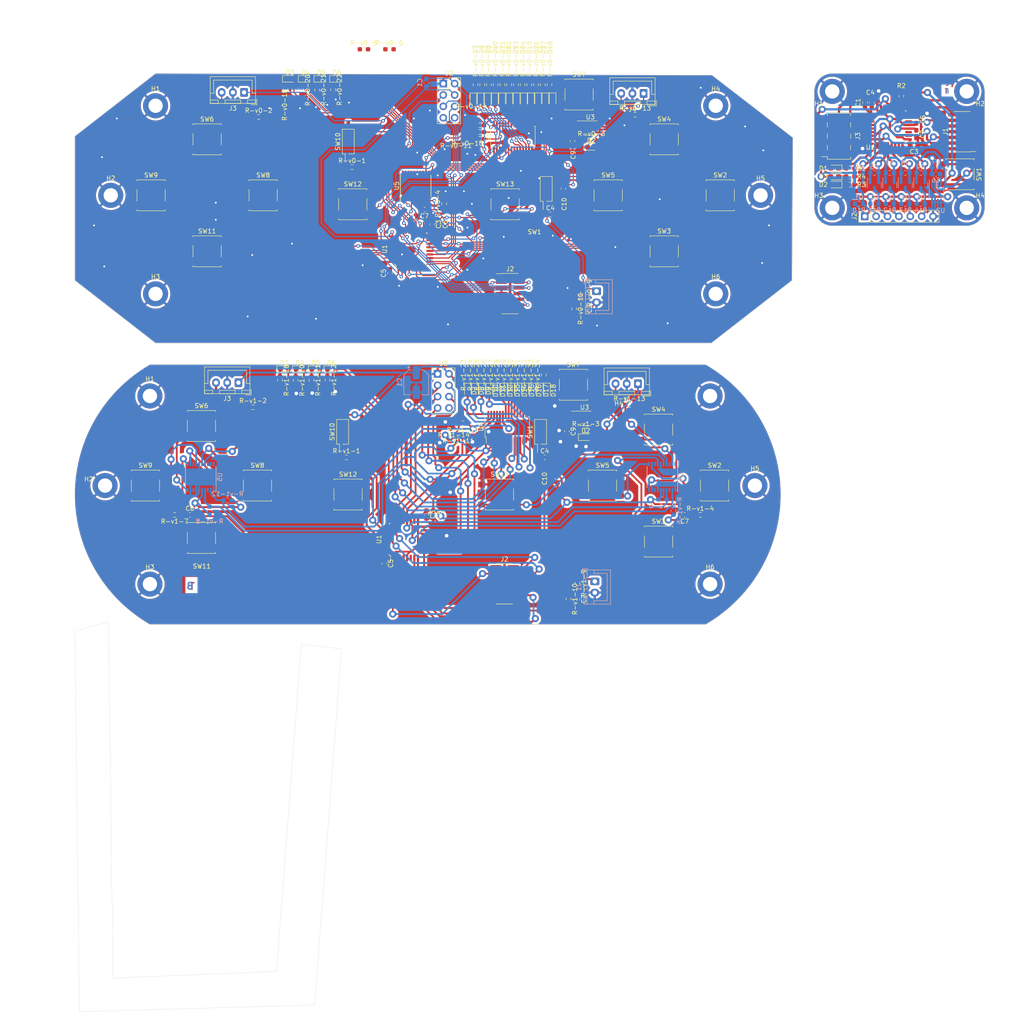
<source format=kicad_pcb>
(kicad_pcb (version 20221018) (generator pcbnew)
  (layers (0 "F.Cu" signal) (31 "B.Cu" signal) (34 "B.Paste" user) (35 "F.Paste" user) (36 "B.SilkS" user "B.Silkscreen") (37 "F.SilkS" user "F.Silkscreen") (38 "B.Mask" user) (39 "F.Mask" user) (44 "Edge.Cuts" user))
  (net 0 "")
  (net 1 "POWER-v0-_CHECK-v0-")
  (net 2 "GND-v0-")
  (net 3 "L-v0-i-ion-v0-")
  (net 4 "Net-(U3-BP)-v0-")
  (net 5 "Glob_Alim-v0-")
  (net 6 "Net-(D2-A)-v0-")
  (net 7 "Net-(D3-K)-v0-")
  (net 8 "Net-(D3-A)-v0-")
  (net 9 "Net-(D4-K)-v0-")
  (net 10 "Net-(D4-A)-v0-")
  (net 11 "Net-(D5-K)-v0-")
  (net 12 "Net-(D5-A)-v0-")
  (net 13 "Net-(D6-K)-v0-")
  (net 14 "Net-(D6-A)-v0-")
  (net 15 "Net-(D7-K)-v0-")
  (net 16 "Net-(D7-A)-v0-")
  (net 17 "Net-(D8-K)-v0-")
  (net 18 "Net-(D8-A)-v0-")
  (net 19 "Net-(D9-K)-v0-")
  (net 20 "Net-(D9-A)-v0-")
  (net 21 "Net-(D10-K)-v0-")
  (net 22 "Net-(D10-A)-v0-")
  (net 23 "Net-(D11-K)-v0-")
  (net 24 "Net-(D11-A)-v0-")
  (net 25 "Net-(D12-K)-v0-")
  (net 26 "Net-(D12-A)-v0-")
  (net 27 "Net-(D13-K)-v0-")
  (net 28 "Net-(D13-A)-v0-")
  (net 29 "Net-(D14-K)-v0-")
  (net 30 "Net-(D14-A)-v0-")
  (net 31 "Net-(D15-K)-v0-")
  (net 32 "Net-(D15-A)-v0-")
  (net 33 "Net-(D16-K)-v0-")
  (net 34 "Net-(D16-A)-v0-")
  (net 35 "Net-(D17-K)-v0-")
  (net 36 "Net-(D17-A)-v0-")
  (net 37 "Net-(D18-K)-v0-")
  (net 38 "Net-(D18-A)-v0-")
  (net 41 "SWDIO-v0-")
  (net 42 "SWDCK-v0-")
  (net 46 "R-v0-eset_Buton -v0-")
  (net 47 "USAR-v0-T2_R-v0-X-v0-")
  (net 48 "USAR-v0-T2_TX-v0-")
  (net 49 "NES{slash}SNES_switcher-v0-")
  (net 50 "R-v0-")
  (net 51 "A_Button-v0-")
  (net 52 "B_Button-v0-")
  (net 53 "X_Button-v0-")
  (net 54 "Y_Button-v0-")
  (net 55 "UC_Button-v0-")
  (net 56 "L-v0-C_Button-v0-")
  (net 57 "DIODE_SDA-v0-")
  (net 58 "R-v0-C_Button")
  (net 59 "L-v0-")
  (net 60 "DIODE_CL-v0-K")
  (net 61 "DC_Button-v0-")
  (net 62 "DIODE_OE-v0-")
  (net 63 "ST_Button-v0-")
  (net 64 "SE_Button-v0-")
  (net 65 "Order_Search-v0-")
  (net 66 "R-v0-X{slash}TX")
  (net 67 "Net-(C7-Pad1)-v0-")
  (net 68 "Pin_Clock-v0-")
  (net 69 "Digital_Out_Put-v0-")
  (net 70 "MOSI-v0-")
  (net 71 "GPIO_EX_CL-v0-K")
  (net 74 "GPIO_EX_SER-v0-IAL-v0-_DATA")
  (net 75 "Net-(U3-IN)-v0-")
  (net 76 "CSN_nR-v0-F24")
  (net 86 "Glob_Alim-v1-")
  (net 87 "GND-v1-")
  (net 88 "POWER-v1-_CHECK-v1-")
  (net 89 "L-v1-i-ion-v1-")
  (net 90 "Net-(C7-Pad1)-v1-")
  (net 91 "Net-(C8-Pad1)-v1-")
  (net 92 "Net-(U3-BP)-v1-")
  (net 93 "Net-(D2-A)-v1-")
  (net 94 "Net-(D3-K)-v1-")
  (net 95 "Net-(D3-A)-v1-")
  (net 96 "Net-(D4-K)-v1-")
  (net 97 "Net-(D4-A)-v1-")
  (net 98 "Net-(D5-K)-v1-")
  (net 99 "Net-(D5-A)-v1-")
  (net 100 "Net-(D6-K)-v1-")
  (net 101 "Net-(D6-A)-v1-")
  (net 102 "Net-(D7-K)-v1-")
  (net 103 "Net-(D7-A)-v1-")
  (net 104 "Net-(D8-K)-v1-")
  (net 105 "Net-(D8-A)-v1-")
  (net 106 "Net-(D9-K)-v1-")
  (net 107 "Net-(D9-A)-v1-")
  (net 108 "Net-(D10-K)-v1-")
  (net 109 "Net-(D10-A)-v1-")
  (net 110 "Net-(D11-K)-v1-")
  (net 111 "Net-(D11-A)-v1-")
  (net 112 "Net-(D12-K)-v1-")
  (net 113 "Net-(D12-A)-v1-")
  (net 114 "Net-(D13-K)-v1-")
  (net 115 "Net-(D13-A)-v1-")
  (net 116 "Net-(D14-K)-v1-")
  (net 117 "Net-(D14-A)-v1-")
  (net 118 "Net-(D15-K)-v1-")
  (net 119 "Net-(D15-A)-v1-")
  (net 120 "Net-(D16-K)-v1-")
  (net 121 "Net-(D16-A)-v1-")
  (net 122 "Net-(D17-K)-v1-")
  (net 123 "Net-(D17-A)-v1-")
  (net 124 "Net-(D18-K)-v1-")
  (net 125 "Net-(D18-A)-v1-")
  (net 128 "SWDIO-v1-")
  (net 129 "SWDCK-v1-")
  (net 133 "R-v1-eset_Buton -v1-")
  (net 134 "USAR-v1-T2_R-v1-X-v1-")
  (net 135 "USAR-v1-T2_TX-v1-")
  (net 136 "R-v1-")
  (net 137 "L-v1-")
  (net 138 "NES{slash}SNES_switcher-v1-")
  (net 139 "DIO{slash}EX_CL-v1-K")
  (net 140 "DIO{slash}EX_SDA-v1-")
  (net 141 "DIODE_OE-v1-")
  (net 142 "Net-(#FL-v1-G05-pwr)")
  (net 143 "A_Button-v1-")
  (net 144 "B_Button-v1-")
  (net 145 "X_Button-v1-")
  (net 146 "Y_Button-v1-")
  (net 147 "UC_Button-v1-")
  (net 148 "Order_Search-v1-")
  (net 149 "L-v1-C_Button")
  (net 150 "R-v1-C_Button")
  (net 151 "DC_Button-v1-")
  (net 152 "ST_Button-v1-")
  (net 153 "SE_Button-v1-")
  (net 158 "Pin_Clock-v1-")
  (net 159 "Digital_Out_Put-v1-")
  (net 160 "MOSI-v1-")
  (net 164 "R-v1-X{slash}TX")
  (net 166 "CSN_nR-v1-F24")
  (net 184 "+5V-v3-")
  (net 185 "GND-v3-")
  (net 186 "+3.3V-v3-")
  (net 187 "Net-(D1-K)-v3-")
  (net 189 "Net-(D3-K)-v3-")
  (net 190 "Status_LED-v3-")
  (net 191 "Data_Clock_SNES-v3-")
  (net 192 "Data_Latch_SNES-v3-")
  (net 193 "Net-(D2-K)-v3-")
  (net 194 "Serial_Data1_SNES-v3-")
  (net 195 "Serial_Data2_SNES-v3-")
  (net 196 "SPI_Chip_Select-v3-")
  (net 197 "Chip_Enable-v3-")
  (net 198 "SPI_Digital_Input-v3-")
  (net 199 "SPI_Clock-v3-")
  (net 200 "SPI_Digital_Output-v3-")
  (net 201 "IOBit_SNES-v3-")
  (net 202 "Data_Clock_STM32-v3-")
  (net 203 "Data_Latch_STM32-v3-")
  (net 204 "Appairing_Btn-v3-")
  (net 205 "Net-(U2-BP)-v3-")
  (net 206 "SWDIO-v3-")
  (net 207 "SWDCK-v3-")
  (net 210 "NRST-v3-")
  (net 211 "USART2_RX-v3-")
  (net 212 "USART2_TX-v3-")
  (net 213 "Serial_Data1_STM32-v3-")
  (net 214 "IOBit_STM32-v3-")
  (net 215 "Serial_Data2_STM32-v3-")
  (footprint "Diode_SMD:D_0603_1608Metric_Pad1.05x0.95mm_HandSolder" (layer "F.Cu") (at 170.76875 22.45 180)
    (fp_text reference "D1")
    (fp_text value "LED_Small")
  )
  (footprint "R-v1-esistor_SMD:R-v1-_0603_1608Metric_Pad0.98x0.95mm_HandSolder" (layer "F.Cu") (at 92.358222 68.5625 90)
    (fp_text reference "R-v1-25")
    (fp_text value "1K")
  )
  (footprint "R-v0-esistor_SMD:R-v0-_0603_1608Metric_Pad0.98x0.95mm_HandSolder" (layer "F.Cu") (at 51.775 4.949994 -90)
    (fp_text reference "R-v0-20")
    (fp_text value "1K")
  )
  (footprint "Connector_PinHeader_2.54mm:PinHeader_2x04_P2.54mm_Vertical" (layer "F.Cu") (at 82.188222 68.31)
    (fp_text reference "U2")
    (fp_text value "nR-v1-F24_Full")
  )
  (footprint "MountingHole:MountingHole_3.2mm_M3_DIN965_Pad" (layer "F.Cu") (at 19.25 50.449994)
    (fp_text reference "H3")
    (fp_text value "MountingHole_Pad")
  )
  (footprint "R-v0-esistor_SMD:R-v0-_0603_1608Metric_Pad0.98x0.95mm_HandSolder" (layer "F.Cu") (at 116.51 16.125994)
    (fp_text reference "R-v0-3")
    (fp_text value "1K")
  )
  (footprint "R-v0-esistor_SMD:R-v0-_0603_1608Metric_Pad0.98x0.95mm_HandSolder" (layer "F.Cu") (at 90.65 3.762494 90)
    (fp_text reference "R-v0-23")
    (fp_text value "1K")
  )
  (footprint "Package_SO:MSOP-8_3x3mm_P0.65mm" (layer "F.Cu") (at 116.25 13.449994)
    (fp_text reference "U3")
    (fp_text value "MIC5219-3.3YMM")
  )
  (footprint "R-v1-esistor_SMD:R-v1-_0603_1608Metric_Pad0.98x0.95mm_HandSolder" (layer "F.Cu") (at 124.988222 75.25)
    (fp_text reference "R-v1-13")
    (fp_text value "1K")
  )
  (footprint "R-v1-esistor_SMD:R-v1-_0603_1608Metric_Pad0.98x0.95mm_HandSolder" (layer "F.Cu") (at 54.038222 69.725 -90)
    (fp_text reference "R-v1-21")
    (fp_text value "1K")
  )
  (footprint "MountingHole:MountingHole_3.2mm_M3_DIN965_Pad" (layer "F.Cu") (at 144.25 50.449994)
    (fp_text reference "H6")
    (fp_text value "MountingHole_Pad")
  )
  (footprint "R-v1-esistor_SMD:R-v1-_0603_1608Metric_Pad0.98x0.95mm_HandSolder" (layer "F.Cu") (at 93.888222 68.5625 90)
    (fp_text reference "R-v1-26")
    (fp_text value "1K")
  )
  (footprint "Capacitor_SMD:C_0603_1608Metric_Pad1.08x0.95mm_HandSolder" (layer "F.Cu") (at 26.896198 99.8)
    (fp_text reference "C8")
    (fp_text value "100nF")
  )
  (footprint "L-v0-ED_SMD:L-v0-ED_0603_1608Metric_Pad1.05x0.95mm_HandSolder" (layer "F.Cu") (at 52.75 2.449994)
    (fp_text reference "D4")
    (fp_text value "G2")
  )
  (footprint "R-v0-esistor_SMD:R-v0-_0603_1608Metric_Pad0.98x0.95mm_HandSolder" (layer "F.Cu") (at 105.65 3.762494 90)
    (fp_text reference "R-v0-33")
    (fp_text value "1K")
  )
  (footprint "Capacitor_SMD:C_0603_1608Metric_Pad1.08x0.95mm_HandSolder" (layer "F.Cu") (at 177.55 7.75 90)
    (fp_text reference "C1")
    (fp_text value "10u")
  )
  (footprint "R-v0-esistor_SMD:R-v0-_0603_1608Metric_Pad0.98x0.95mm_HandSolder" (layer "F.Cu") (at 114.65 50.249994 -90)
    (fp_text reference "R-v0-9")
    (fp_text value "1M")
  )
  (footprint "Button_Switch_SMD:SW_DIP_SPSTx01_Slide_Copal_CHS-01B_W7.62mm_P1.27mm" (layer "F.Cu") (at 62.25 16.449994 90)
    (fp_text reference "SW10")
    (fp_text value "SW_DIP_x01")
  )
  (footprint "R-v0-esistor_SMD:R-v0-_0603_1608Metric_Pad0.98x0.95mm_HandSolder" (layer "F.Cu") (at 83.65 30.337494 90)
    (fp_text reference "R-v0-4")
    (fp_text value "10k")
  )
  (footprint "Resistor_SMD:R_0603_1608Metric_Pad0.98x0.95mm_HandSolder" (layer "F.Cu") (at 185.67 6.32 90)
    (fp_text reference "R2")
    (fp_text value "10k")
  )
  (footprint "R-v0-esistor_SMD:R-v0-_0603_1608Metric_Pad0.98x0.95mm_HandSolder" (layer "F.Cu") (at 104.15 3.762494 90)
    (fp_text reference "R-v0-32")
    (fp_text value "1K")
  )
  (footprint "MountingHole:MountingHole_3.2mm_M3_DIN965_Pad" (layer "F.Cu") (at 7.988222 93.25)
    (fp_text reference "H2")
    (fp_text value "MountingHole_Pad")
  )
  (footprint "L-v1-ED_SMD:L-v1-ED_0603_1608Metric_Pad1.05x0.95mm_HandSolder" (layer "F.Cu") (at 54.988222 67.25)
    (fp_text reference "D5")
    (fp_text value "G3")
  )
  (footprint "R-v0-esistor_SMD:R-v0-_0603_1608Metric_Pad0.98x0.95mm_HandSolder" (layer "F.Cu") (at 98.15 3.762494 90)
    (fp_text reference "R-v0-28")
    (fp_text value "1K")
  )
  (footprint "Capacitor_SMD:C_0603_1608Metric_Pad1.08x0.95mm_HandSolder" (layer "F.Cu") (at 81.212222 99.722 -90)
    (fp_text reference "C6")
    (fp_text value "10u")
  )
  (footprint "Button_Switch_SMD:SW_SPST_B3S-1000" (layer "F.Cu") (at 30.75 15.949994)
    (fp_text reference "SW6")
    (fp_text value "SW_Push")
  )
  (footprint "Button_Switch_SMD:SW_SPST_B3S-1000" (layer "F.Cu") (at 95.988222 95.25)
    (fp_text reference "SW13")
    (fp_text value "SW_Push")
  )
  (footprint "R-v0-esistor_SMD:R-v0-_0603_1608Metric_Pad0.98x0.95mm_HandSolder" (layer "F.Cu") (at 95.15 3.762494 90)
    (fp_text reference "R-v0-26")
    (fp_text value "1K")
  )
  (footprint "R-v1-esistor_SMD:R-v1-_0603_1608Metric_Pad0.98x0.95mm_HandSolder" (layer "F.Cu") (at 105.888222 68.5625 90)
    (fp_text reference "R-v1-34")
    (fp_text value "1K")
  )
  (footprint "L-v0-ED_SMD:L-v0-ED_0603_1608Metric_Pad1.05x0.95mm_HandSolder" (layer "F.Cu") (at 96.575 7.274994 -90)
    (fp_text reference "D11")
    (fp_text value "O1")
  )
  (footprint "L-v0-ED_SMD:L-v0-ED_0603_1608Metric_Pad1.05x0.95mm_HandSolder" (layer "F.Cu") (at 49.25 2.449994)
    (fp_text reference "D3")
    (fp_text value "G1")
  )
  (footprint "R-v1-esistor_SMD:R-v1-_0603_1608Metric_Pad0.98x0.95mm_HandSolder" (layer "F.Cu") (at 102.888222 68.5625 90)
    (fp_text reference "R-v1-32")
    (fp_text value "1K")
  )
  (footprint "R-v0-esistor_SMD:R-v0-_0603_1608Metric_Pad0.98x0.95mm_HandSolder" (layer "F.Cu") (at 99.65 3.762494 90)
    (fp_text reference "R-v0-29")
    (fp_text value "1K")
  )
  (footprint "R-v1-esistor_SMD:R-v1-_0603_1608Metric_Pad0.98x0.95mm_HandSolder" (layer "F.Cu") (at 86.798222 81.85 180)
    (fp_text reference "R-v1-11")
    (fp_text value "10K")
  )
  (footprint "Connector_JST:JST_XH_B3B-XH-A_1x03_P2.50mm_Vertical" (layer "F.Cu") (at 126.892222 70.512 180)
    (fp_text reference "J4")
    (fp_text value "Conn_01x03")
  )
  (footprint "R-v0-esistor_SMD:R-v0-_0603_1608Metric_Pad0.98x0.95mm_HandSolder" (layer "F.Cu") (at 63.1 22.149994)
    (fp_text reference "R-v0-1")
    (fp_text value "1K")
  )
  (footprint "L-v1-ED_SMD:L-v1-ED_0603_1608Metric_Pad1.05x0.95mm_HandSolder" (layer "F.Cu") (at 106.588222 72.05 -90)
    (fp_text reference "D18")
    (fp_text value "R-v1-4")
  )
  (footprint "R-v0-esistor_SMD:R-v0-_0603_1608Metric_Pad0.98x0.95mm_HandSolder" (layer "F.Cu") (at 101.15 3.762494 90)
    (fp_text reference "R-v0-30")
    (fp_text value "1K")
  )
  (footprint "L-v0-ED_SMD:L-v0-ED_0603_1608Metric_Pad1.05x0.95mm_HandSolder" (layer "F.Cu") (at 59.75 2.449994)
    (fp_text reference "D6")
    (fp_text value "G4")
  )
  (footprint "L-v1-ED_SMD:L-v1-ED_0603_1608Metric_Pad1.05x0.95mm_HandSolder" (layer "F.Cu") (at 93.713222 72.075 -90)
    (fp_text reference "D10")
    (fp_text value "G8")
  )
  (footprint "Package_QFP:L-v1-QFP-32_7x7mm_P0.8mm" (layer "F.Cu") (at 74.988222 105.25 90)
    (fp_text reference "U1")
    (fp_text value "STM32L-v1-412KBTx")
  )
  (footprint "R-v1-esistor_SMD:R-v1-_0603_1608Metric_Pad0.98x0.95mm_HandSolder" (layer "F.Cu") (at 113.388222 115.05 -90)
    (fp_text reference "R-v1-9")
    (fp_text value "1M")
  )
  (footprint "Button_Switch_SMD:SW_SPST_B3S-1000" (layer "F.Cu") (at 120.25 28.449994)
    (fp_text reference "SW5")
    (fp_text value "SW_Push")
  )
  (footprint "L-v1-ED_SMD:L-v1-ED_0603_1608Metric_Pad1.05x0.95mm_HandSolder" (layer "F.Cu") (at 92.113222 72.075 -90)
    (fp_text reference "D9")
    (fp_text value "G7")
  )
  (footprint "L-v1-ED_SMD:L-v1-ED_0603_1608Metric_Pad1.05x0.95mm_HandSolder" (layer "F.Cu") (at 115.248222 82.45)
    (fp_text reference "D2")
    (fp_text value "L-v1-ED_Small")
  )
  (footprint "R-v1-esistor_SMD:R-v1-_0603_1608Metric_Pad0.98x0.95mm_HandSolder" (layer "F.Cu") (at 99.888222 68.5625 90)
    (fp_text reference "R-v1-30")
    (fp_text value "1K")
  )
  (footprint "Capacitor_SMD:C_0603_1608Metric_Pad1.08x0.95mm_HandSolder" (layer "F.Cu") (at 111.038222 81.15 -90)
    (fp_text reference "C9")
    (fp_text value "470p")
  )
  (footprint "Capacitor_SMD:C_0603_1608Metric_Pad1.08x0.95mm_HandSolder" (layer "F.Cu") (at 188.5025 17.19)
    (fp_text reference "C3")
    (fp_text value "100n")
  )
  (footprint "R-v0-esistor_SMD:R-v0-_0603_1608Metric_Pad0.98x0.95mm_HandSolder" (layer "F.Cu") (at 91.618 15.871994)
    (fp_text reference "R-v0-14")
    (fp_text value "10K")
  )
  (footprint "Button_Switch_SMD:SW_SPST_B3S-1000" (layer "F.Cu") (at 112.488222 70.75)
    (fp_text reference "SW7")
    (fp_text value "SW_SPST")
  )
  (footprint "R-v1-esistor_SMD:R-v1-_0603_1608Metric_Pad0.98x0.95mm_HandSolder" (layer "F.Cu") (at 98.388222 68.5625 90)
    (fp_text reference "R-v1-29")
    (fp_text value "1K")
  )
  (footprint "Button_Switch_SMD:SW_SPST_B3S-1000" (layer "F.Cu") (at 62.198222 95.25)
    (fp_text reference "SW12")
    (fp_text value "SW_Push")
  )
  (footprint "Button_Switch_SMD:SW_SPST_B3S-1000" (layer "F.Cu") (at 18.25 28.449994)
    (fp_text reference "SW9")
    (fp_text value "SW_Push")
  )
  (footprint "Button_Switch_SMD:SW_DIP_SPSTx01_Slide_Copal_CHS-01B_W7.62mm_P1.27mm" (layer "F.Cu") (at 60.988222 81.25 90)
    (fp_text reference "SW10")
    (fp_text value "SW_DIP_x01")
  )
  (footprint "MountingHole:MountingHole_3.2mm_M3_DIN965_Pad" (layer "F.Cu") (at 17.988222 73.25)
    (fp_text reference "H1")
    (fp_text value "MountingHole_Pad")
  )
  (footprint "R-v0-esistor_SMD:R-v0-_0603_1608Metric_Pad0.98x0.95mm_HandSolder" (layer "F.Cu") (at 112.65 53.787494 -90)
    (fp_text reference "R-v0-10")
    (fp_text value "1M")
  )
  (footprint "Package_SO:SSOP-20_4.4x6.5mm_P0.65mm" (layer "F.Cu") (at 77.325 26.349994 90)
    (fp_text reference "U5")
    (fp_text value "PCF8574TS")
  )
  (footprint "R-v1-esistor_SMD:R-v1-_0603_1608Metric_Pad0.98x0.95mm_HandSolder" (layer "F.Cu") (at 40.988222 75.75)
    (fp_text reference "R-v1-2")
    (fp_text value "1K")
  )
  (footprint "Connector_JST:JST_XH_B3B-XH-A_1x03_P2.50mm_Vertical" (layer "F.Cu") (at 128.154 5.711994 180)
    (fp_text reference "J4")
    (fp_text value "Conn_01x03")
  )
  (footprint "R-v1-esistor_SMD:R-v1-_0603_1608Metric_Pad0.98x0.95mm_HandSolder" (layer "F.Cu") (at 61.838222 86.95)
    (fp_text reference "R-v1-1")
    (fp_text value "1K")
  )
  (footprint "Capacitor_SMD:C_0603_1608Metric_Pad1.08x0.95mm_HandSolder" (layer "F.Cu") (at 79.688222 99.722 -90)
    (fp_text reference "C3")
    (fp_text value "100n")
  )
  (footprint "Button_Switch_SMD:SW_SPST_B3S-1000" (layer "F.Cu") (at 16.988222 93.25)
    (fp_text reference "SW9")
    (fp_text value "SW_Push")
  )
  (footprint "R-v1-esistor_SMD:R-v1-_0603_1608Metric_Pad0.98x0.95mm_HandSolder" (layer "F.Cu") (at 96.888222 68.5625 90)
    (fp_text reference "R-v1-28")
    (fp_text value "1K")
  )
  (footprint "R-v1-esistor_SMD:R-v1-_0603_1608Metric_Pad0.98x0.95mm_HandSolder" (layer "F.Cu") (at 95.388222 68.5625 90)
    (fp_text reference "R-v1-27")
    (fp_text value "1K")
  )
  (footprint "MountingHole:MountingHole_3.2mm_M3_DIN965_Pad" (layer "F.Cu") (at 142.988222 115.25)
    (fp_text reference "H6")
    (fp_text value "MountingHole_Pad")
  )
  (footprint "L-v1-ED_SMD:L-v1-ED_0603_1608Metric_Pad1.05x0.95mm_HandSolder" (layer "F.Cu") (at 101.763222 72.05 -90)
    (fp_text reference "D15")
    (fp_text value "R-v1-1")
  )
  (footprint "MountingHole:MountingHole_3.2mm_M3_DIN965_Pad" (layer "F.Cu") (at 200.25 31.25)
    (fp_text reference "H4")
    (fp_text value "MountingHole_Pad")
  )
  (footprint "Capacitor_SMD:C_0603_1608Metric_Pad1.08x0.95mm_HandSolder" (layer "F.Cu") (at 114.65 53.787494 -90)
    (fp_text reference "C2")
    (fp_text value "1nF")
  )
  (footprint "Capacitor_SMD:C_0603_1608Metric_Pad1.08x0.95mm_HandSolder" (layer "F.Cu") (at 71.552 45.843994 90)
    (fp_text reference "C5")
    (fp_text value "100n")
  )
  (footprint "L-v1-ED_SMD:L-v1-ED_0603_1608Metric_Pad1.05x0.95mm_HandSolder" (layer "F.Cu") (at 95.313222 72.075 -90)
    (fp_text reference "D11")
    (fp_text value "O1")
  )
  (footprint "L-v1-ED_SMD:L-v1-ED_0603_1608Metric_Pad1.05x0.95mm_HandSolder" (layer "F.Cu") (at 90.512222 72.075 -90)
    (fp_text reference "D8")
    (fp_text value "G6")
  )
  (footprint "Button_Switch_SMD:SW_SPST_B3S-1000" (layer "F.Cu") (at 97.25 30.449994)
    (fp_text reference "SW13")
    (fp_text value "SW_Push")
  )
  (footprint "Capacitor_SMD:C_0603_1608Metric_Pad1.08x0.95mm_HandSolder" (layer "F.Cu") (at 79.25 31.649994 180)
    (fp_text reference "C7")
    (fp_text value "100µF")
  )
  (footprint "L-v0-ED_SMD:L-v0-ED_0603_1608Metric_Pad1.05x0.95mm_HandSolder" (layer "F.Cu") (at 101.425 7.249994 -90)
    (fp_text reference "D14")
    (fp_text value "O4")
  )
  (footprint "L-v1-ED_SMD:L-v1-ED_0603_1608Metric_Pad1.05x0.95mm_HandSolder" (layer "F.Cu") (at 88.913222 72.075 -90)
    (fp_text reference "D7")
    (fp_text value "G5")
  )
  (footprint "L-v0-ED_SMD:L-v0-ED_0603_1608Metric_Pad1.05x0.95mm_HandSolder" (layer "F.Cu") (at 56.25 2.449994)
    (fp_text reference "D5")
    (fp_text value "G3")
  )
  (footprint "Diode_SMD:D_0603_1608Metric_Pad1.05x0.95mm_HandSolder" (layer "F.Cu") (at 170.76875 26.05 180)
    (fp_text reference "D2")
    (fp_text value "LED_Small")
  )
  (footprint "Connector_PinHeader_2.54mm:PinHeader_2x04_P2.54mm_Vertical" (layer "F.Cu") (at 83.45 3.509994)
    (fp_text reference "U2")
    (fp_text value "nR-v0-F24_Full")
  )
  (footprint "Resistor_SMD:R_0603_1608Metric_Pad0.98x0.95mm_HandSolder" (layer "F.Cu") (at 174.26875 24.25)
    (fp_text reference "R4")
    (fp_text value "1k")
  )
  (footprint "R-v1-esistor_SMD:R-v1-_0603_1608Metric_Pad0.98x0.95mm_HandSolder" (layer "F.Cu") (at 89.388222 68.5625 90)
    (fp_text reference "R-v1-23")
    (fp_text value "1K")
  )
  (footprint "R-v0-esistor_SMD:R-v0-_0603_1608Metric_Pad0.98x0.95mm_HandSolder" (layer "F.Cu") (at 71.45 -4.150006)
    (fp_text reference "R-v0-5")
    (fp_text value "1K")
  )
  (footprint "Connector_PinHeader_1.27mm:PinHeader_2x07_P1.27mm_Vertical_SMD" (layer "F.Cu") (at 98.375 50.389994)
    (fp_text reference "J2")
    (fp_text value "Conn_02x07_Odd_Even")
  )
  (footprint "Button_Switch_SMD:SW_DIP_SPSTx01_Slide_Copal_CHS-01B_W7.62mm_P1.27mm" (layer "F.Cu") (at 106.42 27.019994 90)
    (fp_text reference "SW1")
    (fp_text value "SW_DIP_x01")
  )
  (footprint "Package_SO:TSSOP-28_4.4x9.7mm_P0.65mm" (layer "F.Cu") (at 98.984 15.363994 90)
    (fp_text reference "U4")
    (fp_text value "PCA9685PW")
  )
  (footprint "L-v1-ED_SMD:L-v1-ED_0603_1608Metric_Pad1.05x0.95mm_HandSolder" (layer "F.Cu") (at 58.488222 67.25)
    (fp_text reference "D6")
    (fp_text value "G4")
  )
  (footprint "Capacitor_SMD:C_0603_1608Metric_Pad1.08x0.95mm_HandSolder" (layer "F.Cu") (at 82.474 34.921994 -90)
    (fp_text reference "C6")
    (fp_text value "10u")
  )
  (footprint "Package_SO:MSOP-8_3x3mm_P0.65mm" (layer "F.Cu") (at 114.988222 78.25)
    (fp_text reference "U3")
    (fp_text value "MIC5219-3.3YMM")
  )
  (footprint "Connector_JST:JST_XH_B3B-XH-A_1x03_P2.50mm_Vertical" (layer "F.Cu") (at 37.738222 70.275 180)
    (fp_text reference "J3")
    (fp_text value "Conn_01x03")
  )
  (footprint "Resistor_SMD:R_0603_1608Metric_Pad0.98x0.95mm_HandSolder" (layer "F.Cu") (at 174.26875 26.05)
    (fp_text reference "R3")
    (fp_text value "1k")
  )
  (footprint "L-v0-ED_SMD:L-v0-ED_0603_1608Metric_Pad1.05x0.95mm_HandSolder" (layer "F.Cu") (at 99.825 7.249994 -90)
    (fp_text reference "D13")
    (fp_text value "O3")
  )
  (footprint "Button_Switch_SMD:SW_SPST_B3S-1000" (layer "F.Cu") (at 30.75 40.949994)
    (fp_text reference "SW11")
    (fp_text value "SW_Push")
  )
  (footprint "L-v0-ED_SMD:L-v0-ED_0603_1608Metric_Pad1.05x0.95mm_HandSolder" (layer "F.Cu") (at 98.2 7.262494 -90)
    (fp_text reference "D12")
    (fp_text value "O2")
  )
  (footprint "L-v0-ED_SMD:L-v0-ED_0603_1608Metric_Pad1.05x0.95mm_HandSolder" (layer "F.Cu") (at 116.51 17.649994)
    (fp_text reference "D2")
    (fp_text value "L-v0-ED_Small")
  )
  (footprint "MountingHole:MountingHole_3.2mm_M3_DIN965_Pad" (layer "F.Cu") (at 154.25 28.449994)
    (fp_text reference "H5")
    (fp_text value "MountingHole_Pad")
  )
  (footprint "R-v1-esistor_SMD:R-v1-_0603_1608Metric_Pad0.98x0.95mm_HandSolder" (layer "F.Cu") (at 111.388222 118.5875 -90)
    (fp_text reference "R-v1-10")
    (fp_text value "1M")
  )
  (footprint "L-v0-ED_SMD:L-v0-ED_0603_1608Metric_Pad1.05x0.95mm_HandSolder" (layer "F.Cu") (at 91.775 7.274994 -90)
    (fp_text reference "D8")
    (fp_text value "G6")
  )
  (footprint "R-v1-esistor_SMD:R-v1-_0603_1608Metric_Pad0.98x0.95mm_HandSolder" (layer "F.Cu") (at 115.248222 80.926)
    (fp_text reference "R-v1-3")
    (fp_text value "1K")
  )
  (footprint "R-v1-esistor_SMD:R-v1-_0603_1608Metric_Pad0.98x0.95mm_HandSolder" (layer "F.Cu") (at 23.496198 99.8 180)
    (fp_text reference "R-v1-7")
    (fp_text value "1k")
  )
  (footprint "L-v0-ED_SMD:L-v0-ED_0603_1608Metric_Pad1.05x0.95mm_HandSolder" (layer "F.Cu") (at 104.625 7.249994 -90)
    (fp_text reference "D16")
    (fp_text value "R-v0-2")
  )
  (footprint "Capacitor_SMD:C_0603_1608Metric_Pad1.08x0.95mm_HandSolder" (layer "F.Cu") (at 110.245 26.932494 -90)
    (fp_text reference "C10")
    (fp_text value "100nF")
  )
  (footprint "R-v0-esistor_SMD:R-v0-_0603_1608Metric_Pad0.98x0.95mm_HandSolder" (layer "F.Cu") (at 91.618 14.347994 180)
    (fp_text reference "R-v0-11")
    (fp_text value "10K")
  )
  (footprint "R-v1-esistor_SMD:R-v1-_0603_1608Metric_Pad0.98x0.95mm_HandSolder" (layer "F.Cu") (at 85.798222 83.35)
    (fp_text reference "R-v1-14")
    (fp_text value "10K")
  )
  (footprint "R-v1-esistor_SMD:R-v1-_0603_1608Metric_Pad0.98x0.95mm_HandSolder" (layer "F.Cu") (at 57.588222 69.675 -90)
    (fp_text reference "R-v1-22")
    (fp_text value "1K")
  )
  (footprint "L-v0-ED_SMD:L-v0-ED_0603_1608Metric_Pad1.05x0.95mm_HandSolder" (layer "F.Cu") (at 107.85 7.249994 -90)
    (fp_text reference "D18")
    (fp_text value "R-v0-4")
  )
  (footprint "R-v1-esistor_SMD:R-v1-_0603_1608Metric_Pad0.98x0.95mm_HandSolder" (layer "F.Cu") (at 90.888222 68.5625 90)
    (fp_text reference "R-v1-24")
    (fp_text value "1K")
  )
  (footprint "L-v0-ED_SMD:L-v0-ED_0603_1608Metric_Pad1.05x0.95mm_HandSolder" (layer "F.Cu") (at 106.225 7.249994 -90)
    (fp_text reference "D17")
    (fp_text value "R-v0-3")
  )
  (footprint "L-v0-ED_SMD:L-v0-ED_0603_1608Metric_Pad1.05x0.95mm_HandSolder" (layer "F.Cu") (at 93.375 7.274994 -90)
    (fp_text reference "D9")
    (fp_text value "G7")
  )
  (footprint "R-v0-esistor_SMD:R-v0-_0603_1608Metric_Pad0.98x0.95mm_HandSolder" (layer "F.Cu") (at 93.65 3.762494 90)
    (fp_text reference "R-v0-25")
    (fp_text value "1K")
  )
  (footprint "Connector_PinHeader_1.27mm:PinHeader_2x07_P1.27mm_Vertical_SMD" (layer "F.Cu") (at 97.113222 115.19)
    (fp_text reference "J2")
    (fp_text value "Conn_02x07_Odd_Even")
  )
  (footprint "R-v0-esistor_SMD:R-v0-_0603_1608Metric_Pad0.98x0.95mm_HandSolder" (layer "F.Cu") (at 48.275 4.924994 -90)
    (fp_text reference "R-v0-18")
    (fp_text value "1K")
  )
  (footprint "MountingHole:MountingHole_3.2mm_M3_DIN965_Pad" (layer "F.Cu") (at 17.988222 115.25)
    (fp_text reference "H3")
    (fp_text value "MountingHole_Pad")
  )
  (footprint "R-v0-esistor_SMD:R-v0-_0603_1608Metric_Pad0.98x0.95mm_HandSolder" (layer "F.Cu") (at 92.15 3.762494 90)
    (fp_text reference "R-v0-24")
    (fp_text value "1K")
  )
  (footprint "Button_Switch_SMD:SW_SPST_B3S-1000" (layer "F.Cu") (at 43.25 28.449994)
    (fp_text reference "SW8")
    (fp_text value "SW_Push")
  )
  (footprint "L-v1-ED_SMD:L-v1-ED_0603_1608Metric_Pad1.05x0.95mm_HandSolder" (layer "F.Cu") (at 51.488222 67.25)
    (fp_text reference "D4")
    (fp_text value "G2")
  )
  (footprint "Button_Switch_SMD:SW_SPST_B3S-1000" (layer "F.Cu") (at 198.75 23.75 180)
    (fp_text reference "SW1")
    (fp_text value "SW_SPST")
  )
  (footprint "R-v0-esistor_SMD:R-v0-_0603_1608Metric_Pad0.98x0.95mm_HandSolder" (layer "F.Cu") (at 102.65 3.762494 90)
    (fp_text reference "R-v0-31")
    (fp_text value "1K")
  )
  (footprint "MountingHole:MountingHole_3.2mm_M3_DIN965_Pad" (layer "F.Cu") (at 144.25 8.449994)
    (fp_text reference "H4")
    (fp_text value "MountingHole_Pad")
  )
  (footprint "MountingHole:MountingHole_3.2mm_M3_DIN965_Pad" (layer "F.Cu") (at 142.988222 73.25)
    (fp_text reference "H4")
    (fp_text value "MountingHole_Pad")
  )
  (footprint "R-v0-esistor_SMD:R-v0-_0603_1608Metric_Pad0.98x0.95mm_HandSolder" (layer "F.Cu") (at 65.7375 -4.150006)
    (fp_text reference "R-v0-6")
    (fp_text value "1K")
  )
  (footprint "Package_SO:TSSOP-28_4.4x9.7mm_P0.65mm" (layer "F.Cu") (at 97.722222 80.164 90)
    (fp_text reference "U4")
    (fp_text value "PCA9685PW")
  )
  (footprint "L-v1-ED_SMD:L-v1-ED_0603_1608Metric_Pad1.05x0.95mm_HandSolder" (layer "F.Cu") (at 47.988222 67.25)
    (fp_text reference "D3")
    (fp_text value "G1")
  )
  (footprint "Capacitor_SMD:C_0603_1608Metric_Pad1.08x0.95mm_HandSolder" (layer "F.Cu") (at 106.083222 86.95)
    (fp_text reference "C4")
    (fp_text value "1u")
  )
  (footprint "Capacitor_SMD:C_0603_1608Metric_Pad1.08x0.95mm_HandSolder" (layer "F.Cu") (at 108.983222 91.7325 -90)
    (fp_text reference "C10")
    (fp_text value "100nF")
  )
  (footprint "Connector_PinHeader_2.54mm:PinHeader_1x07_P2.54mm_Vertical" (layer "F.Cu") (at 177.5 33.15 90)
    (fp_text reference "J2")
    (fp_text value "Conn_01x07_Socket")
  )
  (footprint "R-v1-esistor_SMD:R-v1-_0603_1608Metric_Pad0.98x0.95mm_HandSolder" (layer "F.Cu") (at 140.800246 99.8)
    (fp_text reference "R-v1-4")
    (fp_text value "1k")
  )
  (footprint "Capacitor_SMD:C_0603_1608Metric_Pad1.08x0.95mm_HandSolder" (layer "F.Cu") (at 80.95 34.921994 -90)
    (fp_text reference "C3")
    (fp_text value "100n")
  )
  (footprint "Capacitor_SMD:C_0603_1608Metric_Pad1.08x0.95mm_HandSolder" (layer "F.Cu") (at 137.300246 99.8 180)
    (fp_text reference "C7")
    (fp_text value "100nF")
  )
  (footprint "Button_Switch_SMD:SW_SPST_B3S-1000" (layer "F.Cu") (at 143.988222 93.25)
    (fp_text reference "SW2")
    (fp_text value "SW_Push")
  )
  (footprint "Connector_PinSocket_2.54mm:PinSocket_2x04_P2.54mm_Vertical_SMD" (layer "F.Cu") (at 171.75 15.25 180)
    (fp_text reference "J3")
    (fp_text value "Conn_01x08_Socket")
  )
  (footprint "Button_Switch_SMD:SW_SPST_B3S-1000" (layer "F.Cu") (at 41.988222 93.25)
    (fp_text reference "SW8")
    (fp_text value "SW_Push")
  )
  (footprint "Package_QFP:LQFP-32_7x7mm_P0.8mm" (layer "F.Cu") (at 183.1 13.15 180)
    (fp_text reference "U1")
    (fp_text value "STM32L412KBTx")
  )
  (footprint "R-v1-esistor_SMD:R-v1-_0603_1608Metric_Pad0.98x0.95mm_HandSolder" (layer "F.Cu") (at 50.513222 69.75 -90)
    (fp_text reference "R-v1-20")
    (fp_text value "1K")
  )
  (footprint "R-v0-esistor_SMD:R-v0-_0603_1608Metric_Pad0.98x0.95mm_HandSolder" (layer "F.Cu") (at 96.65 3.762494 90)
    (fp_text reference "R-v0-27")
    (fp_text value "1K")
  )
  (footprint "R-v0-esistor_SMD:R-v0-_0603_1608Metric_Pad0.98x0.95mm_HandSolder" (layer "F.Cu") (at 42.25 10.949994)
    (fp_text reference "R-v0-2")
    (fp_text value "1K")
  )
  (footprint "Capacitor_SMD:C_0603_1608Metric_Pad1.08x0.95mm_HandSolder" (layer "F.Cu") (at 70.290222 110.644 -90)
    (fp_text reference "C5")
    (fp_text value "100n")
  )
  (footprint "Capacitor_SMD:C_0603_1608Metric_Pad1.08x0.95mm_HandSolder" (layer "F.Cu") (at 189.01 11.5 90)
    (fp_text reference "C5")
    (fp_text value "100n")
  )
  (footprint "Capacitor_SMD:C_0603_1608Metric_Pad1.08x0.95mm_HandSolder" (layer "F.Cu") (at 179.05 7.75 90)
    (fp_text reference "C4")
    (fp_text value "100n")
  )
  (footprint "Capacitor_SMD:C_0603_1608Metric_Pad1.08x0.95mm_HandSolder" (layer "F.Cu") (at 189.01 14.8025 90)
    (fp_text reference "C2")
    (fp_text value "100n")
  )
  (footprint "L-v1-ED_SMD:L-v1-ED_0603_1608Metric_Pad1.05x0.95mm_HandSolder" (layer "F.Cu") (at 100.163222 72.05 -90)
    (fp_text reference "D14")
    (fp_text value "O4")
  )
  (footprint "R-v0-esistor_SMD:R-v0-_0603_1608Metric_Pad0.98x0.95mm_HandSolder" (layer "F.Cu") (at 107.15 3.762494 90)
    (fp_text reference "R-v0-34")
    (fp_text value "1K")
  )
  (footprint "Capacitor_SMD:C_0603_1608Metric_Pad1.08x0.95mm_HandSolder" (layer "F.Cu") (at 113.388222 118.5875 -90)
    (fp_text reference "C2")
    (fp_text value "1nF")
  )
  (footprint "Capacitor_SMD:C_0603_1608Metric_Pad1.08x0.95mm_HandSolder" (layer "F.Cu") (at 107.345 32.719994)
    (fp_text reference "C4")
    (fp_text value "1u")
  )
  (footprint "R-v0-esistor_SMD:R-v0-_0603_1608Metric_Pad0.98x0.95mm_HandSolder" (layer "F.Cu") (at 58.85 4.874994 -90)
    (fp_text reference "R-v0-22")
    (fp_text value "1K")
  )
  (footprint "L-v1-ED_SMD:L-v1-ED_0603_1608Metric_Pad1.05x0.95mm_HandSolder" (layer "F.Cu") (at 103.363222 72.05 -90)
    (fp_text reference "D16")
    (fp_text value "R-v1-2")
  )
  (footprint "Button_Switch_SMD:SW_SPST_B3S-1000" (layer "F.Cu") (at 145.25 28.449994)
    (fp_text reference "SW2")
    (fp_text value "SW_Push")
  )
  (footprint "Button_Switch_SMD:SW_DIP_SPSTx01_Slide_Copal_CHS-01B_W7.62mm_P1.27mm" (layer "F.Cu") (at 105.158222 81.25 90)
    (fp_text reference "SW1")
    (fp_text value "SW_DIP_x01")
  )
  (footprint "Package_QFP:L-v0-QFP-32_7x7mm_P0.8mm" (layer "F.Cu") (at 76.25 40.449994 90)
    (fp_text reference "U1")
    (fp_text value "STM32L-v0-412KBTx")
  )
  (footprint "L-v1-ED_SMD:L-v1-ED_0603_1608Metric_Pad1.05x0.95mm_HandSolder" (layer "F.Cu") (at 104.963222 72.05 -90)
    (fp_text reference "D17")
    (fp_text value "R-v1-3")
  )
  (footprint "Resistor_SMD:R_0603_1608Metric_Pad0.98x0.95mm_HandSolder" (layer "F.Cu") (at 174.26875 22.45)
    (fp_text reference "R1")
    (fp_text value "1k")
  )
  (footprint "L-v0-ED_SMD:L-v0-ED_0603_1608Metric_Pad1.05x0.95mm_HandSolder" (layer "F.Cu") (at 103.025 7.249994 -90)
    (fp_text reference "D15")
    (fp_text value "R-v0-1")
  )
  (footprint "MountingHole:MountingHole_3.2mm_M3_DIN965_Pad" (layer "F.Cu") (at 152.988222 93.25)
    (fp_text reference "H5")
    (fp_text value "MountingHole_Pad")
  )
  (footprint "R-v1-esistor_SMD:R-v1-_0603_1608Metric_Pad0.98x0.95mm_HandSolder" (layer "F.Cu") (at 104.388222 68.5625 90)
    (fp_text reference "R-v1-33")
    (fp_text value "1K")
  )
  (footprint "R-v0-esistor_SMD:R-v0-_0603_1608Metric_Pad0.98x0.95mm_HandSolder" (layer "F.Cu") (at 55.3 4.924994 -90)
    (fp_text reference "R-v0-21")
    (fp_text value "1K")
  )
  (footprint "MountingHole:MountingHole_3.2mm_M3_DIN965_Pad" (layer "F.Cu") (at 170.25 5.25)
    (fp_text reference "H1")
    (fp_text value "MountingHole_Pad")
  )
  (footprint "R-v0-esistor_SMD:R-v0-_0603_1608Metric_Pad0.98x0.95mm_HandSolder" (layer "F.Cu") (at 91.618 12.823994 180)
    (fp_text reference "R-v0-16")
    (fp_text value "10K")
  )
  (footprint "Button_Switch_SMD:SW_SPST_B3S-1000" (layer "F.Cu") (at 132.75 15.949994)
    (fp_text reference "SW4")
    (fp_text value "SW_Push")
  )
  (footprint "Button_Switch_SMD:SW_SPST_B3S-1000" (layer "F.Cu") (at 29.488222 79.95)
    (fp_text reference "SW6")
    (fp_text value "SW_Push")
  )
  (footprint "R-v1-esistor_SMD:R-v1-_0603_1608Metric_Pad0.98x0.95mm_HandSolder" (layer "F.Cu") (at 87.798222 79.35 180)
    (fp_text reference "R-v1-16")
    (fp_text value "10K")
  )
  (footprint "R-v1-esistor_SMD:R-v1-_0603_1608Metric_Pad0.98x0.95mm_HandSolder" (layer "F.Cu") (at 101.388222 68.5625 90)
    (fp_text reference "R-v1-31")
    (fp_text value "1K")
  )
  (footprint "L-v1-ED_SMD:L-v1-ED_0603_1608Metric_Pad1.05x0.95mm_HandSolder" (layer "F.Cu") (at 96.948222 72.0625 -90)
    (fp_text reference "D12")
    (fp_text value "O2")
  )
  (footprint "R-v1-esistor_SMD:R-v1-_0603_1608Metric_Pad0.98x0.95mm_HandSolder" (layer "F.Cu") (at 47.013222 69.725 -90)
    (fp_text reference "R-v1-18")
    (fp_text value "1K")
  )
  (footprint "Button_Switch_SMD:SW_SPST_B3S-1000" (layer "F.Cu") (at 131.488222 105.75)
    (fp_text reference "SW3")
    (fp_text value "SW_Push")
  )
  (footprint "Button_Switch_SMD:SW_SPST_B3S-1000" (layer "F.Cu") (at 131.488222 80.75)
    (fp_text reference "SW4")
    (fp_text value "SW_Push")
  )
  (footprint "Button_Switch_SMD:SW_SPST_B3S-1000" (layer "F.Cu") (at 29.488222 104.95)
    (fp_text reference "SW11")
    (fp_text value "SW_Push")
  )
  (footprint "L-v0-ED_SMD:L-v0-ED_0603_1608Metric_Pad1.05x0.95mm_HandSolder" (layer "F.Cu") (at 90.175 7.274994 -90)
    (fp_text reference "D7")
    (fp_text value "G5")
  )
  (footprint "Button_Switch_SMD:SW_SPST_B3S-1000" (layer "F.Cu") (at 113.75 5.949994)
    (fp_text reference "SW7")
    (fp_text value "SW_SPST")
  )
  (footprint "Diode_SMD:D_0603_1608Metric_Pad1.05x0.95mm_HandSolder" (layer "F.Cu") (at 170.76875 24.25 180)
    (fp_text reference "D3")
    (fp_text value "LED")
  )
  (footprint "Connector_JST:JST_XH_B3B-XH-A_1x03_P2.50mm_Vertical" (layer "F.Cu") (at 39 5.474994 180)
    (fp_text reference "J3")
    (fp_text value "Conn_01x03")
  )
  (footprint "Connector_PinHeader_1.27mm:PinHeader_2x07_P1.27mm_Vertical_SMD" (layer "F.Cu") (at 199.25 14.25 180)
    (fp_text reference "J1")
    (fp_text value "Conn_02x07_Odd_Even")
  )
  (footprint "Capacitor_SMD:C_0603_1608Metric_Pad1.08x0.95mm_HandSolder" (layer "F.Cu") (at 112.3 16.349994 -90)
    (fp_text reference "C9")
    (fp_text value "470p")
  )
  (footprint "Button_Switch_SMD:SW_SPST_B3S-1000" (layer "F.Cu") (at 63.25 30.449994)
    (fp_text reference "SW12")
    (fp_text value "SW_Push")
  )
  (footprint "L-v0-ED_SMD:L-v0-ED_0603_1608Metric_Pad1.05x0.95mm_HandSolder" (layer "F.Cu") (at 94.975 7.274994 -90)
    (fp_text reference "D10")
    (fp_text value "G8")
  )
  (footprint "MountingHole:MountingHole_3.2mm_M3_DIN965_Pad" (layer "F.Cu") (at 170.25 31.25)
    (fp_text reference "H3")
    (fp_text value "MountingHole_Pad")
  )
  (footprint "MountingHole:MountingHole_3.2mm_M3_DIN965_Pad" (layer "F.Cu") (at 9.25 28.449994)
    (fp_text reference "H2")
    (fp_text value "MountingHole_Pad")
  )
  (footprint "Button_Switch_SMD:SW_SPST_B3S-1000" (layer "F.Cu") (at 132.75 40.949994)
    (fp_text reference "SW3")
    (fp_text value "SW_Push")
  )
  (footprint "L-v1-ED_SMD:L-v1-ED_0603_1608Metric_Pad1.05x0.95mm_HandSolder" (layer "F.Cu") (at 98.563222 72.05 -90)
    (fp_text reference "D13")
    (fp_text value "O3")
  )
  (footprint "MountingHole:MountingHole_3.2mm_M3_DIN965_Pad" (layer "F.Cu") (at 19.25 8.449994)
    (fp_text reference "H1")
    (fp_text value "MountingHole_Pad")
  )
  (footprint "Button_Switch_SMD:SW_SPST_B3S-1000" (layer "F.Cu") (at 118.988222 93.25)
    (fp_text reference "SW5")
    (fp_text value "SW_Push")
  )
  (footprint "MountingHole:MountingHole_3.2mm_M3_DIN965_Pad" (layer "F.Cu") (at 200.25 5.25)
    (fp_text reference "H2")
    (fp_text value "MountingHole_Pad")
  )
  (footprint "R-v0-esistor_SMD:R-v0-_0603_1608Metric_Pad0.98x0.95mm_HandSolder" (layer "F.Cu") (at 126.25 10.449994)
    (fp_text reference "R-v0-13")
    (fp_text value "1K")
  )
  (footprint "Package_TO_SOT_SMD:SOT-23" (layer "B.Cu") (at 190 26.15 -90)
    (fp_text reference "Q5")
    (fp_text value "2N7002")
  )
  (footprint "Resistor_SMD:R_0603_1608Metric_Pad0.98x0.95mm_HandSolder" (layer "B.Cu") (at 176.2 23.45)
    (fp_text reference "R5")
    (fp_text value "10k")
  )
  (footprint "Resistor_SMD:R_0603_1608Metric_Pad0.98x0.95mm_HandSolder" (layer "B.Cu") (at 183.1 30.35)
    (fp_text reference "R12")
    (fp_text value "10k")
  )
  (footprint "Package_TO_SOT_SMD:SOT-23" (layer "B.Cu") (at 176.2 26.15 -90)
    (fp_text reference "Q1")
    (fp_text value "2N7002")
  )
  (footprint "Resistor_SMD:R_0603_1608Metric_Pad0.98x0.95mm_HandSolder" (layer "B.Cu") (at 183.1 23.45)
    (fp_text reference "R7")
    (fp_text value "10k")
  )
  (footprint "Package_SO:MSOP-8_3x3mm_P0.65mm" (layer "B.Cu") (at 193.5125 27.9 -90)
    (fp_text reference "U2")
    (fp_text value "MIC5219-3.3YMM")
  )
  (footprint "Capacitor_SMD:CP_Elec_5x5.4" (layer "B.Cu") (at 77.418222 70.22 -90)
    (fp_text reference "C1")
    (fp_text value "22uF")
  )
  (footprint "Resistor_SMD:R_0603_1608Metric_Pad0.98x0.95mm_HandSolder" (layer "B.Cu") (at 186.55 30.35)
    (fp_text reference "R13")
    (fp_text value "10k")
  )
  (footprint "Resistor_SMD:R_0603_1608Metric_Pad0.98x0.95mm_HandSolder" (layer "B.Cu") (at 186.55 23.45)
    (fp_text reference "R8")
    (fp_text value "10k")
  )
  (footprint "R-v1-esistor_SMD:R-v1-_0603_1608Metric_Pad0.98x0.95mm_HandSolder" (layer "B.Cu") (at 134.798222 98.85 90)
    (fp_text reference "R-v1-5")
    (fp_text value "10K")
  )
  (footprint "Resistor_SMD:R_0603_1608Metric_Pad0.98x0.95mm_HandSolder" (layer "B.Cu") (at 176.2 30.35)
    (fp_text reference "R10")
    (fp_text value "10k")
  )
  (footprint "Package_TO_SOT_SMD:SOT-23" (layer "B.Cu") (at 183.1 26.15 -90)
    (fp_text reference "Q3")
    (fp_text value "2N7002")
  )
  (footprint "Capacitor_SMD:C_0603_1608Metric_Pad1.08x0.95mm_HandSolder" (layer "B.Cu") (at 79.65 3.312494 -90)
    (fp_text reference "C1")
    (fp_text value "100uF")
  )
  (footprint "Package_SO:SSOP-20_4.4x6.5mm_P0.65mm" (layer "B.Cu") (at 132.298222 91.35 90)
    (fp_text reference "U6")
    (fp_text value "PCF8574TS")
  )
  (footprint "R-v1-esistor_SMD:R-v1-_0603_1608Metric_Pad0.98x0.95mm_HandSolder" (layer "B.Cu") (at 132.398222 96.35)
    (fp_text reference "R-v1-6")
    (fp_text value "10K")
  )
  (footprint "Capacitor_SMD:C_0603_1608Metric_Pad1.08x0.95mm_HandSolder" (layer "B.Cu") (at 193.4 23.7 180)
    (fp_text reference "C6")
    (fp_text value "470p")
  )
  (footprint "Connector_JST:JST_XH_B2B-XH-A_1x02_P2.50mm_Vertical" (layer "B.Cu") (at 117.65 49.849994 -90)
    (fp_text reference "J1")
    (fp_text value "Conn_01x02")
  )
  (footprint "Resistor_SMD:R_0603_1608Metric_Pad0.98x0.95mm_HandSolder" (layer "B.Cu") (at 190 23.45)
    (fp_text reference "R9")
    (fp_text value "10k")
  )
  (footprint "Package_SO:SSOP-20_4.4x6.5mm_P0.65mm" (layer "B.Cu") (at 29.298222 91.35 90)
    (fp_text reference "U5")
    (fp_text value "PCF8574TS")
  )
  (footprint "Resistor_SMD:R_0603_1608Metric_Pad0.98x0.95mm_HandSolder" (layer "B.Cu") (at 179.65 30.35)
    (fp_text reference "R11")
    (fp_text value "10k")
  )
  (footprint "Package_TO_SOT_SMD:SOT-23" (layer "B.Cu") (at 186.55 26.15 -90)
    (fp_text reference "Q4")
    (fp_text value "2N7002")
  )
  (footprint "R-v1-esistor_SMD:R-v1-_0603_1608Metric_Pad0.98x0.95mm_HandSolder" (layer "B.Cu") (at 31.298222 98.85 90)
    (fp_text reference "R-v1-8")
    (fp_text value "10K")
  )
  (footprint "Resistor_SMD:R_0603_1608Metric_Pad0.98x0.95mm_HandSolder" (layer "B.Cu") (at 190 30.35)
    (fp_text reference "R14")
    (fp_text value "10k")
  )
  (footprint "Capacitor_SMD:C_0603_1608Metric_Pad1.08x0.95mm_HandSolder" (layer "B.Cu") (at 193.4 22.2 180)
    (fp_text reference "C7")
    (fp_text value "2.2u")
  )
  (footprint "R-v1-esistor_SMD:R-v1-_0603_1608Metric_Pad0.98x0.95mm_HandSolder" (layer "B.Cu") (at 35.298222 96.55 180)
    (fp_text reference "R-v1-12")
    (fp_text value "10K")
  )
  (footprint "Connector_JST:JST_XH_B2B-XH-A_1x02_P2.50mm_Vertical" (layer "B.Cu") (at 117.263222 114.65 -90)
    (fp_text reference "J1")
    (fp_text value "Conn_01x02")
  )
  (footprint "Package_TO_SOT_SMD:SOT-23" (layer "B.Cu") (at 179.65 26.15 -90)
    (fp_text reference "Q2")
    (fp_text value "2N7002")
  )
  (footprint "Resistor_SMD:R_0603_1608Metric_Pad0.98x0.95mm_HandSolder" (layer "B.Cu") (at 179.65 23.45)
    (fp_text reference "R6")
    (fp_text value "10k")
  )
  (gr_line (start 46.249914 201.707794) (end 9.749914 203.207794) (stroke (width 0.05)) (layer "Edge.Cuts"))
  (gr_line (start 51.749914 128.707794) (end 46.249914 201.707794) (stroke (width 0.05)) (layer "Edge.Cuts"))
  (gr_arc (start 170.25 35.25) (mid 167.421573 34.078427) (end 166.25 31.25) (stroke (width 0.1)) (layer "Edge.Cuts"))
  (gr_line (start 143.25 61.449994) (end 19.25 61.449994) (stroke (width 0.1)) (layer "Edge.Cuts"))
  (gr_arc (start 166.25 5.25) (mid 167.421573 2.421573) (end 170.25 1.25) (stroke (width 0.1)) (layer "Edge.Cuts"))
  (gr_line (start 8.749914 123.707794) (end 1.249914 125.707794) (stroke (width 0.05)) (layer "Edge.Cuts"))
  (gr_line (start 19.25 61.449994) (end 1.25 47.449994) (stroke (width 0.1)) (layer "Edge.Cuts"))
  (gr_line (start 161.25 47.449994) (end 143.25 61.449994) (stroke (width 0.1)) (layer "Edge.Cuts"))
  (gr_arc (start 17.988222 124.25) (mid 1.245065 95.25) (end 17.988222 66.25) (stroke (width 0.05)) (layer "Edge.Cuts"))
  (gr_line (start 17.988222 124.25) (end 141.988222 124.25) (stroke (width 0.1)) (layer "Edge.Cuts"))
  (gr_line (start 161.45 15.549994) (end 161.25 47.449994) (stroke (width 0.1)) (layer "Edge.Cuts"))
  (gr_arc (start 200.25 1.25) (mid 203.078427 2.421573) (end 204.25 5.25) (stroke (width 0.1)) (layer "Edge.Cuts"))
  (gr_line (start 204.25 5.25) (end 204.25 31.25) (stroke (width 0.1)) (layer "Edge.Cuts"))
  (gr_line (start 54.749914 209.207794) (end 60.749914 129.707794) (stroke (width 0.05)) (layer "Edge.Cuts"))
  (gr_line (start 166.25 31.25) (end 166.25 5.25) (stroke (width 0.1)) (layer "Edge.Cuts"))
  (gr_arc (start 204.25 31.25) (mid 203.078427 34.078427) (end 200.25 35.25) (stroke (width 0.1)) (layer "Edge.Cuts"))
  (gr_line (start 1.25 15.249994) (end 19.25 1.249994) (stroke (width 0.1)) (layer "Edge.Cuts"))
  (gr_line (start 17.988222 66.25) (end 141.988222 66.25) (stroke (width 0.1)) (layer "Edge.Cuts"))
  (gr_line (start 2.249914 210.707794) (end 54.749914 209.207794) (stroke (width 0.05)) (layer "Edge.Cuts"))
  (gr_line (start 200.25 35.25) (end 170.25 35.25) (stroke (width 0.1)) (layer "Edge.Cuts"))
  (gr_line (start 9.749914 203.207794) (end 8.749914 123.707794) (stroke (width 0.05)) (layer "Edge.Cuts"))
  (gr_line (start 19.25 1.249994) (end 143.45 1.649994) (stroke (width 0.1)) (layer "Edge.Cuts"))
  (gr_line (start 1.249914 125.707794) (end 2.249914 210.707794) (stroke (width 0.05)) (layer "Edge.Cuts"))
  (gr_arc (start 141.988222 66.25) (mid 158.731379 95.25) (end 141.988222 124.25) (stroke (width 0.05)) (layer "Edge.Cuts"))
  (gr_line (start 143.45 1.649994) (end 161.45 15.549994) (stroke (width 0.1)) (layer "Edge.Cuts"))
  (gr_line (start 60.749914 129.707794) (end 51.749914 128.707794) (stroke (width 0.05)) (layer "Edge.Cuts"))
  (gr_line (start 1.25 47.449994) (end 1.25 15.249994) (stroke (width 0.1)) (layer "Edge.Cuts"))
  (gr_line (start 170.25 1.25) (end 200.25 1.25) (stroke (width 0.1)) (layer "Edge.Cuts"))
  (gr_text "SNES Plug" (at 188.25 3.75) (layer "F.Cu") (effects (font (size 1 1)) (justify left bottom)))
  (gr_text "T" (at 195.25 5.75) (layer "F.Cu") (effects (font (size 1 1)) (justify left bottom)))
  (gr_text "T" (at 26.618222 116.63) (layer "F.Cu") (effects (font (size 1.5 1.5) (thickness 0.3) bold) (justify left bottom)))
  (gr_text "B" (at 27.898222 116.56) (layer "B.Cu") (effects (font (size 1.5 1.5) (thickness 0.3) bold) (justify left bottom mirror)))
  (gr_text "B" (at 195.25 5.75) (layer "B.Cu") (effects (font (size 1 1)) (justify left bottom)))
  (gr_text_box "AUR-v1-IAC	BIEHL-v1-ER-v1-\nHUBER-v1-T	MASSIN\nPHETSINOR-v1-ATH\n" (start 36.438222 112.35) (end 59.758222 121.36) (layer "F.Cu") (effects (font (size 1.5 1.5) (thickness 0.3) bold) (justify left top)) (stroke (width 0.2)))
  (segment (start 89.898 40.705994) (end 89.078 41.525994) (width 0.25) (layer "F.Cu") (net 1))
  (segment (start 114.65 51.162494) (end 104.1935 40.705994) (width 0.25) (layer "F.Cu") (net 1))
  (segment (start 112.65 52.874994) (end 112.65 53.087494) (width 0.25) (layer "F.Cu") (net 1))
  (segment (start 112.7 52.924994) (end 112.65 52.874994) (width 0.25) (layer "F.Cu") (net 1))
  (segment (start 114.65 51.162494) (end 114.65 52.924994) (width 0.25) (layer "F.Cu") (net 1))
  (segment (start 114.65 52.924994) (end 112.7 52.924994) (width 0.25) (layer "F.Cu") (net 1))
  (segment (start 77.375402 39.249994) (end 77.897701 38.727695) (width 0.25) (layer "F.Cu") (net 1))
  (segment (start 104.1935 40.705994) (end 89.898 40.705994) (width 0.25) (layer "F.Cu") (net 1))
  (segment (start 72.075 39.249994) (end 77.375402 39.249994) (width 0.25) (layer "F.Cu") (net 1))
  (segment (start 114.6 52.874994) (end 114.65 52.924994) (width 0.25) (layer "F.Cu") (net 1))
  (via (at 77.897701 38.727695) (size 0.8) (drill 0.4) (layers "F.Cu" "B.Cu") (net 1))
  (via (at 89.078 41.525994) (size 0.8) (drill 0.4) (layers "F.Cu" "B.Cu") (net 1))
  (segment (start 89.078 41.525994) (end 82.22 41.525994) (width 0.25) (layer "B.Cu") (net 1))
  (segment (start 82.22 41.525994) (end 79.421701 38.727695) (width 0.25) (layer "B.Cu") (net 1))
  (segment (start 79.421701 38.727695) (end 77.897701 38.727695) (width 0.25) (layer "B.Cu") (net 1))
  (segment (start 82.65 37.449994) (end 80.625 37.449994) (width 0.25) (layer "F.Cu") (net 2))
  (segment (start 80.625 37.449994) (end 80.425 37.649994) (width 0.25) (layer "F.Cu") (net 2))
  (segment (start 82.65 36.010494) (end 82.65 37.449994) (width 0.25) (layer "F.Cu") (net 2))
  (segment (start 96.709 12.501494) (end 96.709 14.104994) (width 0.25) (layer "F.Cu") (net 2))
  (segment (start 97.359 13.940994) (end 97.359 12.501494) (width 0.25) (layer "F.Cu") (net 2))
  (segment (start 96.952 14.347994) (end 97.359 13.940994) (width 0.25) (layer "F.Cu") (net 2))
  (segment (start 55.3 5.969994) (end 57.582 8.251994) (width 0.25) (layer "F.Cu") (net 2))
  (segment (start 82.474 35.834494) (end 82.65 36.010494) (width 0.25) (layer "F.Cu") (net 2))
  (segment (start 114.6 54.699994) (end 114.65 54.649994) (width 0.25) (layer "F.Cu") (net 2))
  (segment (start 112.65 54.699994) (end 114.6 54.699994) (width 0.25) (layer "F.Cu") (net 2))
  (segment (start 55.3 5.837494) (end 55.3 5.969994) (width 0.25) (layer "F.Cu") (net 2))
  (segment (start 95.428 16.633994) (end 96.444 16.633994) (width 0.25) (layer "F.Cu") (net 2))
  (segment (start 103.209 18.226494) (end 103.209 19.588994) (width 0.25) (layer "F.Cu") (net 2))
  (segment (start 96.709 16.898994) (end 96.709 18.226494) (width 0.25) (layer "F.Cu") (net 2))
  (segment (start 114.65 54.649994) (end 115.35 54.649994) (width 0.25) (layer "F.Cu") (net 2))
  (segment (start 95.409 18.226494) (end 95.409 16.652994) (width 0.25) (layer "F.Cu") (net 2))
  (segment (start 95.409 16.652994) (end 95.428 16.633994) (width 0.25) (layer "F.Cu") (net 2))
  (segment (start 115.35 54.649994) (end 117.65 52.349994) (width 0.25) (layer "F.Cu") (net 2))
  (segment (start 96.709 14.104994) (end 96.952 14.347994) (width 0.25) (layer "F.Cu") (net 2))
  (segment (start 96.444 16.633994) (end 96.709 16.898994) (width 0.25) (layer "F.Cu") (net 2))
  (segment (start 103.209 19.588994) (end 103.302 19.681994) (width 0.25) (layer "F.Cu") (net 2))
  (via (at 55.042 56.003994) (size 0.8) (drill 0.4) (layers "F.Cu" "B.Cu") (net 2))
  (via (at 78.45 33.249994) (size 0.8) (drill 0.4) (layers "F.Cu" "B.Cu") (net 2))
  (via (at 7.798 44.319994) (size 0.8) (drill 0.4) (layers "F.Cu" "B.Cu") (net 2))
  (via (at 100.762 22.983994) (size 0.8) (drill 0.4) (layers "F.Cu" "B.Cu") (net 2))
  (via (at 156.134 35.175994) (size 0.8) (drill 0.4) (layers "F.Cu" "B.Cu") (net 2))
  (via (at 90.602 19.427994) (size 0.8) (drill 0.4) (layers "F.Cu" "B.Cu") (net 2))
  (via (at 102.54 14.601994) (size 0.8) (drill 0.4) (layers "F.Cu" "B.Cu") (net 2))
  (via (at 88.85 35.649994) (size 0.8) (drill 0.4) (layers "F.Cu" "B.Cu") (net 2))
  (via (at 150.8 13.077994) (size 0.8) (drill 0.4) (layers "F.Cu" "B.Cu") (net 2))
  (via (at 39.802 55.495994) (size 0.8) (drill 0.4) (layers "F.Cu" "B.Cu") (net 2))
  (via (at 154.864 18.411994) (size 0.8) (drill 0.4) (layers "F.Cu" "B.Cu") (net 2))
  (via (at 123.876 12.823994) (size 0.8) (drill 0.4) (layers "F.Cu" "B.Cu") (net 2))
  (via (at 57.582 8.251994) (size 0.8) (drill 0.4) (layers "F.Cu" "B.Cu") (net 2))
  (via (at 105.334 14.347994) (size 0.8) (drill 0.4) (layers "F.Cu" "B.Cu") (net 2))
  (via (at 154.61 43.557994) (size 0.8) (drill 0.4) (layers "F.Cu" "B.Cu") (net 2))
  (via (at 83.744 18.157994) (size 0.8) (drill 0.4) (layers "F.Cu" "B.Cu") (net 2))
  (via (at 32.69 33.905994) (size 0.8) (drill 0.4) (layers "F.Cu" "B.Cu") (net 2))
  (via (at 92.38 42.541994) (size 0.8) (drill 0.4) (layers "F.Cu" "B.Cu") (net 2))
  (via (at 55.042 8.759994) (size 0.8) (drill 0.4) (layers "F.Cu" "B.Cu") (net 2))
  (via (at 65.456 44.065994) (size 0.8) (drill 0.4) (layers "F.Cu" "B.Cu") (net 2))
  (via (at 83.85 34.849994) (size 0.8) (drill 0.4) (layers "F.Cu" "B.Cu") (net 2))
  (via (at 40.818 41.779994) (size 0.8) (drill 0.4) (layers "F.Cu" "B.Cu") (net 2))
  (via (at 82.22 23.999994) (size 0.8) (drill 0.4) (layers "F.Cu" "B.Cu") (net 2))
  (via (at 111.938 38.223994) (size 0.8) (drill 0.4) (layers "F.Cu" "B.Cu") (net 2))
  (via (at 83.998 27.555994) (size 0.8) (drill 0.4) (layers "F.Cu" "B.Cu") (net 2))
  (via (at 107.62 11.299994) (size 0.8) (drill 0.4) (layers "F.Cu" "B.Cu") (net 2))
  (via (at 117.78 57.527994) (size 0.8) (drill 0.4) (layers "F.Cu" "B.Cu") (net 2))
  (via (at 81.204 32.381994) (size 0.8) (drill 0.4) (layers "F.Cu" "B.Cu") (net 2))
  (via (at 120.574 11.299994) (size 0.8) (drill 0.4) (layers "F.Cu" "B.Cu") (net 2))
  (via (at 133.528 57.019994) (size 0.8) (drill 0.4) (layers "F.Cu" "B.Cu") (net 2))
  (via (at 44.628 9.013994) (size 0.8) (drill 0.4) (layers "F.Cu" "B.Cu") (net 2))
  (via (at 111.176 49.145994) (size 0.8) (drill 0.4) (layers "F.Cu" "B.Cu") (net 2))
  (via (at 62.408 7.743994) (size 0.8) (drill 0.4) (layers "F.Cu" "B.Cu") (net 2))
  (via (at 73.584 48.637994) (size 0.8) (drill 0.4) (layers "F.Cu" "B.Cu") (net 2))
  (via (at 74.25 41.649994) (size 0.8) (drill 0.4) (layers "F.Cu" "B.Cu") (net 2))
  (via (at 88.824 19.173994) (size 0.8) (drill 0.4) (layers "F.Cu" "B.Cu") (net 2))
  (via (at 121.844 40.001994) (size 0.8) (drill 0.4) (layers "F.Cu" "B.Cu") (net 2))
  (via (at 104.85 24.649994) (size 0.8) (drill 0.4) (layers "F.Cu" "B.Cu") (net 2))
  (via (at 32.69 30.095994) (size 0.8) (drill 0.4) (layers "F.Cu" "B.Cu") (net 2))
  (via (at 59.45 7.049994) (size 0.8) (drill 0.4) (layers "F.Cu" "B.Cu") (net 2))
  (via (at 76.886 11.299994) (size 0.8) (drill 0.4) (layers "F.Cu" "B.Cu") (net 2))
  (via (at 84.506 57.273994) (size 0.8) (drill 0.4) (layers "F.Cu" "B.Cu") (net 2))
  (via (at 98.05 29.049994) (size 0.8) (drill 0.4) (layers "F.Cu" "B.Cu") (net 2))
  (via (at 88.062 27.555994) (size 0.8) (drill 0.4) (layers "F.Cu" "B.Cu") (net 2))
  (via (at 49.708 39.239994) (size 0.8) (drill 0.4) (layers "F.Cu" "B.Cu") (net 2))
  (via (at 88.316 10.537994) (size 0.8) (drill 0.4) (layers "F.Cu" "B.Cu") (net 2))
  (via (at 77.648 23.745994) (size 0.8) (drill 0.4) (layers "F.Cu" "B.Cu") (net 2))
  (via (at 131.75 29.333994) (size 0.8) (drill 0.4) (layers "F.Cu" "B.Cu") (net 2))
  (via (at 80.442 9.521994) (size 0.8) (drill 0.4) (layers "F.Cu" "B.Cu") (net 2))
  (via (at 77.648 18.919994) (size 0.8) (drill 0.4) (layers "F.Cu" "B.Cu") (net 2))
  (via (at 96.952 37.715994) (size 0.8) (drill 0.4) (layers "F.Cu" "B.Cu") (net 2))
  (via (at 82.22 48.891994) (size 0.8) (drill 0.4) (layers "F.Cu" "B.Cu") (net 2))
  (via (at 10.592 11.299994) (size 0.8) (drill 0.4) (layers "F.Cu" "B.Cu") (net 2))
  (via (at 7.29 19.935994) (size 0.8) (drill 0.4) (layers "F.Cu" "B.Cu") (net 2))
  (via (at 88.824 45.081994) (size 0.8) (drill 0.4) (layers "F.Cu" "B.Cu") (net 2))
  (via (at 89.84 30.349994) (size 0.8) (drill 0.4) (layers "F.Cu" "B.Cu") (net 2))
  (via (at 107.874 37.461994) (size 0.8) (drill 0.4) (layers "F.Cu" "B.Cu") (net 2))
  (via (at 51.486 9.013994) (size 0.8) (drill 0.4) (layers "F.Cu" "B.Cu") (net 2))
  (via (at 5.512 35.175994) (size 0.8) (drill 0.4) (layers "F.Cu" "B.Cu") (net 2))
  (via (at 140.894 4.441994) (size 0.8) (drill 0.4) (layers "F.Cu" "B.Cu") (net 2))
  (segment (start 79.65 4.174994) (end 80.315 3.509994) (width 0.25) (layer "B.Cu") (net 2))
  (segment (start 80.315 3.509994) (end 83.45 3.509994) (width 0.25) (layer "B.Cu") (net 2))
  (segment (start 117.1375 49.337494) (end 117.65 49.849994) (width 0.25) (layer "F.Cu") (net 3))
  (segment (start 106.604 32.841494) (end 106.4825 32.719994) (width 0.25) (layer "F.Cu") (net 3))
  (segment (start 114.65 49.337494) (end 117.1375 49.337494) (width 0.25) (layer "F.Cu") (net 3))
  (segment (start 106.604 34.159994) (end 106.604 32.841494) (width 0.25) (layer "F.Cu") (net 3))
  (segment (start 106.42 30.829994) (end 106.42 32.657494) (width 0.25) (layer "F.Cu") (net 3))
  (segment (start 106.42 32.657494) (end 106.4825 32.719994) (width 0.25) (layer "F.Cu") (net 3))
  (segment (start 114.65 46.849994) (end 114.65 49.337494) (width 0.25) (layer "F.Cu") (net 3))
  (via (at 106.604 34.159994) (size 0.8) (drill 0.4) (layers "F.Cu" "B.Cu") (net 3))
  (via (at 114.65 46.849994) (size 0.8) (drill 0.4) (layers "F.Cu" "B.Cu") (net 3))
  (segment (start 114.65 42.205994) (end 114.65 46.849994) (width 0.25) (layer "B.Cu") (net 3))
  (segment (start 109.652 37.207994) (end 106.604 34.159994) (width 0.25) (layer "B.Cu") (net 3))
  (segment (start 109.652 37.207994) (end 114.65 42.205994) (width 0.25) (layer "B.Cu") (net 3))
  (segment (start 112.877 14.424994) (end 114.1375 14.424994) (width 0.25) (layer "F.Cu") (net 4))
  (segment (start 112.3 15.487494) (end 112.3 15.001994) (width 0.25) (layer "F.Cu") (net 4))
  (segment (start 112.3 15.001994) (end 112.877 14.424994) (width 0.25) (layer "F.Cu") (net 4))
  (segment (start 90.602 33.397994) (end 87.046 33.397994) (width 0.25) (layer "F.Cu") (net 5))
  (segment (start 77.902 41.31739) (end 75.915396 43.303994) (width 0.25) (layer "F.Cu") (net 5))
  (segment (start 107.1445 20.249994) (end 107.1445 21.049994) (width 0.25) (layer "F.Cu") (net 5))
  (segment (start 73.838 43.303994) (end 75.915396 43.303994) (width 0.25) (layer "F.Cu") (net 5))
  (segment (start 97.968 26.031994) (end 90.602 33.397994) (width 0.25) (layer "F.Cu") (net 5))
  (segment (start 71.552 46.756494) (end 72.6715 46.756494) (width 0.25) (layer "F.Cu") (net 5))
  (segment (start 115.5975 16.125994) (end 115.5975 14.471453) (width 0.25) (layer "F.Cu") (net 5))
  (segment (start 84.252 33.397994) (end 83.0855 33.397994) (width 0.25) (layer "F.Cu") (net 5))
  (segment (start 95.936 20.189994) (end 96.444 20.189994) (width 0.25) (layer "F.Cu") (net 5))
  (segment (start 107.1445 17.109494) (end 107.1445 18.665994) (width 0.25) (layer "F.Cu") (net 5))
  (segment (start 80.95 34.009494) (end 79.5765 34.009494) (width 0.25) (layer "F.Cu") (net 5))
  (segment (start 77.902 39.747994) (end 79.05 38.599994) (width 0.25) (layer "F.Cu") (net 5))
  (segment (start 110.245 26.069994) (end 112.43 26.069994) (width 0.25) (layer "F.Cu") (net 5))
  (segment (start 92.634 18.157994) (end 92.634 18.919994) (width 0.25) (layer "F.Cu") (net 5))
  (segment (start 96.059 20.066994) (end 95.936 20.189994) (width 0.25) (layer "F.Cu") (net 5))
  (segment (start 77 30.262494) (end 78.3875 31.649994) (width 0.25) (layer "F.Cu") (net 5))
  (segment (start 105.428 26.031994) (end 97.968 26.031994) (width 0.25) (layer "F.Cu") (net 5))
  (segment (start 90.7055 15.871994) (end 90.7055 14.347994) (width 0.25) (layer "F.Cu") (net 5))
  (segment (start 97.359 19.274994) (end 97.359 18.226494) (width 0.25) (layer "F.Cu") (net 5))
  (segment (start 107.1445 21.049994) (end 107.1445 24.315494) (width 0.25) (layer "F.Cu") (net 5))
  (segment (start 94.5335 47.849994) (end 94.412 47.971494) (width 0.25) (layer "F.Cu") (net 5))
  (segment (start 96.444 20.189994) (end 97.359 19.274994) (width 0.25) (layer "F.Cu") (net 5))
  (segment (start 79.05 34.535994) (end 79.05 36.274994) (width 0.25) (layer "F.Cu") (net 5))
  (segment (start 75.915396 43.303994) (end 76.65 44.038598) (width 0.25) (layer "F.Cu") (net 5))
  (segment (start 90.7055 16.229494) (end 92.634 18.157994) (width 0.25) (layer "F.Cu") (net 5))
  (segment (start 92.634 18.919994) (end 93.904 20.189994) (width 0.25) (layer "F.Cu") (net 5))
  (segment (start 128.154 5.711994) (end 128.154 7.275994) (width 0.25) (layer "F.Cu") (net 5))
  (segment (start 77.902 39.747994) (end 77.902 41.31739) (width 0.25) (layer "F.Cu") (net 5))
  (segment (start 79.05 38.599994) (end 79.05 36.274994) (width 0.25) (layer "F.Cu") (net 5))
  (segment (start 77 29.249994) (end 77 30.262494) (width 0.25) (layer "F.Cu") (net 5))
  (segment (start 79.5765 34.009494) (end 79.05 34.535994) (width 0.25) (layer "F.Cu") (net 5))
  (segment (start 76.65 44.038598) (end 76.65 44.624994) (width 0.25) (layer "F.Cu") (net 5))
  (segment (start 83.0855 33.397994) (end 82.474 34.009494) (width 0.25) (layer "F.Cu") (net 5))
  (segment (start 109.85 20.249994) (end 107.1445 20.249994) (width 0.25) (layer "F.Cu") (net 5))
  (segment (start 69.196 12.639994) (end 70.028 11.807994) (width 0.25) (layer "F.Cu") (net 5))
  (segment (start 94.759 18.226494) (end 94.759 20.096994) (width 0.25) (layer "F.Cu") (net 5))
  (segment (start 107.1445 18.665994) (end 107.1445 21.049994) (width 0.25) (layer "F.Cu") (net 5))
  (segment (start 111.25 21.649994) (end 109.85 20.249994) (width 0.25) (layer "F.Cu") (net 5))
  (segment (start 114.1375 13.774994) (end 114.0125 13.649994) (width 0.25) (layer "F.Cu") (net 5))
  (segment (start 93.904 20.189994) (end 94.666 20.189994) (width 0.25) (layer "F.Cu") (net 5))
  (segment (start 96.425 47.849994) (end 94.5335 47.849994) (width 0.25) (layer "F.Cu") (net 5))
  (segment (start 110.414 13.839994) (end 107.1445 17.109494) (width 0.25) (layer "F.Cu") (net 5))
  (segment (start 94.759 20.096994) (end 94.666 20.189994) (width 0.25) (layer "F.Cu") (net 5))
  (segment (start 72.6715 46.756494) (end 73.45 45.977994) (width 0.25) (layer "F.Cu") (net 5))
  (segment (start 79.5765 32.838994) (end 79.5765 34.009494) (width 0.25) (layer "F.Cu") (net 5))
  (segment (start 96.059 18.226494) (end 96.059 20.066994) (width 0.25) (layer "F.Cu") (net 5))
  (segment (start 73.45 45.977994) (end 73.45 44.624994) (width 0.25) (layer "F.Cu") (net 5))
  (segment (start 114.901041 13.774994) (end 114.1375 13.774994) (width 0.25) (layer "F.Cu") (net 5))
  (segment (start 73.45 44.624994) (end 73.45 43.691994) (width 0.25) (layer "F.Cu") (net 5))
  (segment (start 94.05 13.249994) (end 94.05 13.210494) (width 0.25) (layer "F.Cu") (net 5))
  (segment (start 107.1445 24.315494) (end 105.428 26.031994) (width 0.25) (layer "F.Cu") (net 5))
  (segment (start 128.154 7.275994) (end 126.924 8.505994) (width 0.25) (layer "F.Cu") (net 5))
  (segment (start 94.666 20.189994) (end 95.936 20.189994) (width 0.25) (layer "F.Cu") (net 5))
  (segment (start 90.7055 15.871994) (end 90.7055 16.229494) (width 0.25) (layer "F.Cu") (net 5))
  (segment (start 115.5975 14.471453) (end 114.901041 13.774994) (width 0.25) (layer "F.Cu") (net 5))
  (segment (start 73.45 43.691994) (end 73.838 43.303994) (width 0.25) (layer "F.Cu") (net 5))
  (segment (start 110.604 13.649994) (end 110.414 13.839994) (width 0.25) (layer "F.Cu") (net 5))
  (segment (start 90.7055 12.823994) (end 90.7055 14.347994) (width 0.25) (layer "F.Cu") (net 5))
  (segment (start 62.25 12.639994) (end 69.196 12.639994) (width 0.25) (layer "F.Cu") (net 5))
  (segment (start 94.05 13.210494) (end 94.759 12.501494) (width 0.25) (layer "F.Cu") (net 5))
  (segment (start 80.95 34.009494) (end 82.474 34.009494) (width 0.25) (layer "F.Cu") (net 5))
  (segment (start 112.43 26.069994) (end 112.45 26.049994) (width 0.25) (layer "F.Cu") (net 5))
  (segment (start 78.3875 31.649994) (end 79.5765 32.838994) (width 0.25) (layer "F.Cu") (net 5))
  (segment (start 114.0125 13.649994) (end 110.604 13.649994) (width 0.25) (layer "F.Cu") (net 5))
  (via (at 107.1445 18.665994) (size 0.8) (drill 0.4) (layers "F.Cu" "B.Cu") (net 5))
  (via (at 94.05 13.249994) (size 0.8) (drill 0.4) (layers "F.Cu" "B.Cu") (net 5))
  (via (at 126.924 8.505994) (size 0.8) (drill 0.4) (layers "F.Cu" "B.Cu") (net 5))
  (via (at 84.252 33.397994) (size 0.8) (drill 0.4) (layers "F.Cu" "B.Cu") (net 5))
  (via (at 87.046 33.397994) (size 0.8) (drill 0.4) (layers "F.Cu" "B.Cu") (net 5))
  (via (at 96.444 20.189994) (size 0.8) (drill 0.4) (layers "F.Cu" "B.Cu") (net 5))
  (via (at 111.25 21.649994) (size 0.8) (drill 0.4) (layers "F.Cu" "B.Cu") (net 5))
  (via (at 92.634 18.157994) (size 0.8) (drill 0.4) (layers "F.Cu" "B.Cu") (net 5))
  (via (at 112.45 26.049994) (size 0.8) (drill 0.4) (layers "F.Cu" "B.Cu") (net 5))
  (via (at 94.412 47.971494) (size 0.8) (drill 0.4) (layers "F.Cu" "B.Cu") (net 5))
  (via (at 77.902 39.747994) (size 0.8) (drill 0.4) (layers "F.Cu" "B.Cu") (net 5))
  (via (at 70.028 11.807994) (size 0.8) (drill 0.4) (layers "F.Cu" "B.Cu") (net 5))
  (segment (start 39 5.474994) (end 52.782305 5.474994) (width 0.25) (layer "B.Cu") (net 5))
  (segment (start 112.45 22.849994) (end 112.45 26.049994) (width 0.25) (layer "B.Cu") (net 5))
  (segment (start 84.815 2.334994) (end 85.99 3.509994) (width 0.25) (layer "B.Cu") (net 5))
  (segment (start 85.99 3.509994) (end 88.65 6.169994) (width 0.25) (layer "B.Cu") (net 5))
  (segment (start 126.924 8.505994) (end 124.393305 8.505994) (width 0.25) (layer "B.Cu") (net 5))
  (segment (start 78.024398 40.387595) (end 78.024398 39.870392) (width 0.25) (layer "B.Cu") (net 5))
  (segment (start 114.233305 18.665994) (end 107.1445 18.665994) (width 0.25) (layer "B.Cu") (net 5))
  (segment (start 85.566 3.933994) (end 85.99 3.509994) (width 0.25) (layer "B.Cu") (net 5))
  (segment (start 70.028 11.807994) (end 79.501 2.334994) (width 0.25) (layer "B.Cu") (net 5))
  (segment (start 111.25 21.649994) (end 112.45 22.849994) (width 0.25) (layer "B.Cu") (net 5))
  (segment (start 92.634 11.563299) (end 92.634 11.833994) (width 0.25) (layer "B.Cu") (net 5))
  (segment (start 88.65 9.049994) (end 89.45 9.849994) (width 0.25) (layer "B.Cu") (net 5))
  (segment (start 85.882797 48.245994) (end 78.024398 40.387595) (width 0.25) (layer "B.Cu") (net 5))
  (segment (start 89.45 9.849994) (end 90.920695 9.849994) (width 0.25) (layer "B.Cu") (net 5))
  (segment (start 78.024398 39.870392) (end 77.902 39.747994) (width 0.25) (layer "B.Cu") (net 5))
  (segment (start 92.634 11.563299) (end 92.634 18.157994) (width 0.25) (layer "B.Cu") (net 5))
  (segment (start 106.1865 17.707994) (end 98.926 17.707994) (width 0.25) (layer "B.Cu") (net 5))
  (segment (start 98.926 17.707994) (end 96.444 20.189994) (width 0.25) (layer "B.Cu") (net 5))
  (segment (start 94.412 47.971494) (end 94.1375 48.245994) (width 0.25) (layer "B.Cu") (net 5))
  (segment (start 52.782305 5.474994) (end 59.115305 11.807994) (width 0.25) (layer "B.Cu") (net 5))
  (segment (start 86.284 48.245994) (end 85.882797 48.245994) (width 0.25) (layer "B.Cu") (net 5))
  (segment (start 79.501 2.334994) (end 84.815 2.334994) (width 0.25) (layer "B.Cu") (net 5))
  (segment (start 94.1375 48.245994) (end 86.284 48.245994) (width 0.25) (layer "B.Cu") (net 5))
  (segment (start 88.65 6.169994) (end 88.65 9.049994) (width 0.25) (layer "B.Cu") (net 5))
  (segment (start 107.1445 18.665994) (end 106.1865 17.707994) (width 0.25) (layer "B.Cu") (net 5))
  (segment (start 59.115305 11.807994) (end 70.028 11.807994) (width 0.25) (layer "B.Cu") (net 5))
  (segment (start 124.393305 8.505994) (end 114.233305 18.665994) (width 0.25) (layer "B.Cu") (net 5))
  (segment (start 87.046 33.397994) (end 84.252 33.397994) (width 0.25) (layer "B.Cu") (net 5))
  (segment (start 92.634 11.833994) (end 94.05 13.249994) (width 0.25) (layer "B.Cu") (net 5))
  (segment (start 90.920695 9.849994) (end 92.634 11.563299) (width 0.25) (layer "B.Cu") (net 5))
  (segment (start 117.385 17.649994) (end 117.385 16.163494) (width 0.25) (layer "F.Cu") (net 6))
  (segment (start 117.385 16.163494) (end 117.4225 16.125994) (width 0.25) (layer "F.Cu") (net 6))
  (segment (start 48.275 4.012494) (end 48.275 2.549994) (width 0.25) (layer "F.Cu") (net 7))
  (segment (start 48.275 2.549994) (end 48.375 2.449994) (width 0.25) (layer "F.Cu") (net 7))
  (segment (start 54.659505 10.029994) (end 71.166812 10.029994) (width 0.25) (layer "F.Cu") (net 8))
  (segment (start 71.166812 10.029994) (end 83.946812 22.809994) (width 0.25) (layer "F.Cu") (net 8))
  (segment (start 98.019188 22.809994) (end 99.959 20.870182) (width 0.25) (layer "F.Cu") (net 8))
  (segment (start 99.959 20.870182) (end 99.959 18.226494) (width 0.25) (layer "F.Cu") (net 8))
  (segment (start 50.125 2.449994) (end 50.125 5.495489) (width 0.25) (layer "F.Cu") (net 8))
  (segment (start 50.125 5.495489) (end 54.659505 10.029994) (width 0.25) (layer "F.Cu") (net 8))
  (segment (start 83.946812 22.809994) (end 98.019188 22.809994) (width 0.25) (layer "F.Cu") (net 8))
  (segment (start 51.775 2.549994) (end 51.875 2.449994) (width 0.25) (layer "F.Cu") (net 9))
  (segment (start 51.775 4.037494) (end 51.775 2.549994) (width 0.25) (layer "F.Cu") (net 9))
  (segment (start 84.133208 22.359994) (end 71.353208 9.579994) (width 0.25) (layer "F.Cu") (net 10))
  (segment (start 99.309 18.226494) (end 99.309 20.883786) (width 0.25) (layer "F.Cu") (net 10))
  (segment (start 71.353208 9.579994) (end 57.386 9.579994) (width 0.25) (layer "F.Cu") (net 10))
  (segment (start 99.309 20.883786) (end 97.832792 22.359994) (width 0.25) (layer "F.Cu") (net 10))
  (segment (start 57.386 9.579994) (end 53.625 5.818994) (width 0.25) (layer "F.Cu") (net 10))
  (segment (start 53.625 5.818994) (end 53.625 2.449994) (width 0.25) (layer "F.Cu") (net 10))
  (segment (start 97.832792 22.359994) (end 84.133208 22.359994) (width 0.25) (layer "F.Cu") (net 10))
  (segment (start 55.375 2.449994) (end 55.375 3.937494) (width 0.25) (layer "F.Cu") (net 11))
  (segment (start 55.375 3.937494) (end 55.3 4.012494) (width 0.25) (layer "F.Cu") (net 11))
  (segment (start 71.539604 9.129994) (end 84.319604 21.909994) (width 0.25) (layer "F.Cu") (net 12))
  (segment (start 59.984 9.129994) (end 71.539604 9.129994) (width 0.25) (layer "F.Cu") (net 12))
  (segment (start 97.646396 21.909994) (end 98.659 20.89739) (width 0.25) (layer "F.Cu") (net 12))
  (segment (start 84.319604 21.909994) (end 97.646396 21.909994) (width 0.25) (layer "F.Cu") (net 12))
  (segment (start 57.125 6.270994) (end 59.984 9.129994) (width 0.25) (layer "F.Cu") (net 12))
  (segment (start 57.125 2.449994) (end 57.125 6.270994) (width 0.25) (layer "F.Cu") (net 12))
  (segment (start 98.659 20.89739) (end 98.659 18.226494) (width 0.25) (layer "F.Cu") (net 12))
  (segment (start 58.875 3.937494) (end 58.85 3.962494) (width 0.25) (layer "F.Cu") (net 13))
  (segment (start 58.875 2.449994) (end 58.875 3.937494) (width 0.25) (layer "F.Cu") (net 13))
  (segment (start 60.804 8.679994) (end 60.625 8.500994) (width 0.25) (layer "F.Cu") (net 14))
  (segment (start 93.396 21.459994) (end 93.142 21.459994) (width 0.25) (layer "F.Cu") (net 14))
  (segment (start 84.506 21.459994) (end 71.726 8.679994) (width 0.25) (layer "F.Cu") (net 14))
  (segment (start 93.396 21.459994) (end 84.506 21.459994) (width 0.25) (layer "F.Cu") (net 14))
  (segment (start 60.625 8.500994) (end 60.625 2.449994) (width 0.25) (layer "F.Cu") (net 14))
  (segment (start 97.46 21.459994) (end 93.396 21.459994) (width 0.25) (layer "F.Cu") (net 14))
  (segment (start 98.009 20.910994) (end 97.46 21.459994) (width 0.25) (layer "F.Cu") (net 14))
  (segment (start 98.009 18.226494) (end 98.009 20.910994) (width 0.25) (layer "F.Cu") (net 14))
  (segment (start 71.726 8.679994) (end 60.804 8.679994) (width 0.25) (layer "F.Cu") (net 14))
  (segment (start 90.65 4.674994) (end 90.65 5.924994) (width 0.25) (layer "F.Cu") (net 15))
  (segment (start 90.65 5.924994) (end 90.175 6.399994) (width 0.25) (layer "F.Cu") (net 15))
  (segment (start 99.505402 17.163994) (end 100.235041 17.163994) (width 0.25) (layer "F.Cu") (net 16))
  (segment (start 90.175 8.149994) (end 90.246 8.149994) (width 0.25) (layer "F.Cu") (net 16))
  (segment (start 100.235041 17.163994) (end 100.609 17.537953) (width 0.25) (layer "F.Cu") (net 16))
  (segment (start 98.725701 16.384293) (end 99.505402 17.163994) (width 0.25) (layer "F.Cu") (net 16))
  (segment (start 90.246 8.149994) (end 91.364 9.267994) (width 0.25) (layer "F.Cu") (net 16))
  (segment (start 100.609 17.537953) (end 100.609 18.226494) (width 0.25) (layer "F.Cu") (net 16))
  (via (at 91.364 9.267994) (size 0.8) (drill 0.4) (layers "F.Cu" "B.Cu") (net 16))
  (via (at 98.725701 16.384293) (size 0.8) (drill 0.4) (layers "F.Cu" "B.Cu") (net 16))
  (segment (start 92.333695 9.992994) (end 92.967299 9.992994) (width 0.25) (layer "B.Cu") (net 16))
  (segment (start 91.909 9.267994) (end 91.909 9.568299) (width 0.25) (layer "B.Cu") (net 16))
  (segment (start 91.909 9.568299) (end 92.333695 9.992994) (width 0.25) (layer "B.Cu") (net 16))
  (segment (start 91.364 9.267994) (end 91.909 9.267994) (width 0.25) (layer "B.Cu") (net 16))
  (segment (start 92.967299 9.992994) (end 93.417299 10.442994) (width 0.25) (layer "B.Cu") (net 16))
  (segment (start 93.417299 10.442994) (end 93.806208 10.442994) (width 0.25) (layer "B.Cu") (net 16))
  (segment (start 98.725701 15.362487) (end 98.725701 16.384293) (width 0.25) (layer "B.Cu") (net 16))
  (segment (start 93.806208 10.442994) (end 98.725701 15.362487) (width 0.25) (layer "B.Cu") (net 16))
  (segment (start 92.15 4.674994) (end 92.15 6.024994) (width 0.25) (layer "F.Cu") (net 17))
  (segment (start 92.15 6.024994) (end 91.775 6.399994) (width 0.25) (layer "F.Cu") (net 17))
  (segment (start 99.85134 16.130293) (end 101.259 17.537953) (width 0.25) (layer "F.Cu") (net 18))
  (segment (start 91.775 8.408994) (end 92.634 9.267994) (width 0.25) (layer "F.Cu") (net 18))
  (segment (start 101.259 17.537953) (end 101.259 18.226494) (width 0.25) (layer "F.Cu") (net 18))
  (segment (start 91.775 8.149994) (end 91.775 8.408994) (width 0.25) (layer "F.Cu") (net 18))
  (segment (start 99.741701 16.130293) (end 99.85134 16.130293) (width 0.25) (layer "F.Cu") (net 18))
  (via (at 99.741701 16.130293) (size 0.8) (drill 0.4) (layers "F.Cu" "B.Cu") (net 18))
  (via (at 92.634 9.267994) (size 0.8) (drill 0.4) (layers "F.Cu" "B.Cu") (net 18))
  (segment (start 99.741701 15.742091) (end 99.741701 16.130293) (width 0.25) (layer "B.Cu") (net 18))
  (segment (start 92.634 9.267994) (end 93.179 9.267994) (width 0.25) (layer "B.Cu") (net 18))
  (segment (start 93.603695 9.992994) (end 93.992604 9.992994) (width 0.25) (layer "B.Cu") (net 18))
  (segment (start 93.179 9.568299) (end 93.603695 9.992994) (width 0.25) (layer "B.Cu") (net 18))
  (segment (start 93.992604 9.992994) (end 99.741701 15.742091) (width 0.25) (layer "B.Cu") (net 18))
  (segment (start 93.179 9.267994) (end 93.179 9.568299) (width 0.25) (layer "B.Cu") (net 18))
  (segment (start 93.65 6.124994) (end 93.375 6.399994) (width 0.25) (layer "F.Cu") (net 19))
  (segment (start 93.65 4.674994) (end 93.65 6.124994) (width 0.25) (layer "F.Cu") (net 19))
  (segment (start 101.909 18.226494) (end 101.909 17.027592) (width 0.25) (layer "F.Cu") (net 20))
  (segment (start 93.375 8.738994) (end 93.904 9.267994) (width 0.25) (layer "F.Cu") (net 20))
  (segment (start 93.375 8.149994) (end 93.375 8.738994) (width 0.25) (layer "F.Cu") (net 20))
  (segment (start 101.909 17.027592) (end 100.884701 16.003293) (width 0.25) (layer "F.Cu") (net 20))
  (via (at 100.884701 16.003293) (size 0.8) (drill 0.4) (layers "F.Cu" "B.Cu") (net 20))
  (via (at 93.904 9.267994) (size 0.8) (drill 0.4) (layers "F.Cu" "B.Cu") (net 20))
  (segment (start 100.884701 16.003293) (end 100.639299 16.003293) (width 0.25) (layer "B.Cu") (net 20))
  (segment (start 100.639299 16.003293) (end 93.904 9.267994) (width 0.25) (layer "B.Cu") (net 20))
  (segment (start 95.15 6.224994) (end 94.975 6.399994) (width 0.25) (layer "F.Cu") (net 21))
  (segment (start 95.15 4.674994) (end 95.15 6.224994) (width 0.25) (layer "F.Cu") (net 21))
  (segment (start 102.54 16.633994) (end 102.54 18.207494) (width 0.25) (layer "F.Cu") (net 22))
  (segment (start 94.975 8.149994) (end 94.975 9.068994) (width 0.25) (layer "F.Cu") (net 22))
  (segment (start 94.975 9.068994) (end 95.174 9.267994) (width 0.25) (layer "F.Cu") (net 22))
  (segment (start 102.54 18.207494) (end 102.559 18.226494) (width 0.25) (layer "F.Cu") (net 22))
  (via (at 102.54 16.633994) (size 0.8) (drill 0.4) (layers "F.Cu" "B.Cu") (net 22))
  (via (at 95.174 9.267994) (size 0.8) (drill 0.4) (layers "F.Cu" "B.Cu") (net 22))
  (segment (start 100.550695 15.278293) (end 101.184299 15.278293) (width 0.25) (layer "B.Cu") (net 22))
  (segment (start 101.184299 15.278293) (end 102.54 16.633994) (width 0.25) (layer "B.Cu") (net 22))
  (segment (start 95.174 9.267994) (end 95.174 9.901598) (width 0.25) (layer "B.Cu") (net 22))
  (segment (start 95.174 9.901598) (end 100.550695 15.278293) (width 0.25) (layer "B.Cu") (net 22))
  (segment (start 96.65 6.324994) (end 96.575 6.399994) (width 0.25) (layer "F.Cu") (net 23))
  (segment (start 96.65 4.674994) (end 96.65 6.324994) (width 0.25) (layer "F.Cu") (net 23))
  (segment (start 96.575 8.149994) (end 96.575 9.144994) (width 0.25) (layer "F.Cu") (net 24))
  (segment (start 98.659 11.228994) (end 98.659 12.501494) (width 0.25) (layer "F.Cu") (net 24))
  (segment (start 96.575 9.144994) (end 98.659 11.228994) (width 0.25) (layer "F.Cu") (net 24))
  (segment (start 98.15 6.337494) (end 98.2 6.387494) (width 0.25) (layer "F.Cu") (net 25))
  (segment (start 98.15 4.674994) (end 98.15 6.337494) (width 0.25) (layer "F.Cu") (net 25))
  (segment (start 98.2 8.137494) (end 98.2 10.007994) (width 0.25) (layer "F.Cu") (net 26))
  (segment (start 99.309 11.116994) (end 99.309 12.501494) (width 0.25) (layer "F.Cu") (net 26))
  (segment (start 98.2 10.007994) (end 99.309 11.116994) (width 0.25) (layer "F.Cu") (net 26))
  (segment (start 99.65 4.674994) (end 99.65 6.199994) (width 0.25) (layer "F.Cu") (net 27))
  (segment (start 99.65 6.199994) (end 99.825 6.374994) (width 0.25) (layer "F.Cu") (net 27))
  (segment (start 99.959 10.925994) (end 99.825 10.791994) (width 0.25) (layer "F.Cu") (net 28))
  (segment (start 99.959 12.501494) (end 99.959 10.925994) (width 0.25) (layer "F.Cu") (net 28))
  (segment (start 99.825 10.791994) (end 99.825 8.124994) (width 0.25) (layer "F.Cu") (net 28))
  (segment (start 101.15 4.674994) (end 101.15 6.099994) (width 0.25) (layer "F.Cu") (net 29))
  (segment (start 101.15 6.099994) (end 101.425 6.374994) (width 0.25) (layer "F.Cu") (net 29))
  (segment (start 100.609 12.501494) (end 100.609 11.70141) (width 0.25) (layer "F.Cu") (net 30))
  (segment (start 100.609 11.70141) (end 101.425 10.88541) (width 0.25) (layer "F.Cu") (net 30))
  (segment (start 101.425 10.88541) (end 101.425 8.124994) (width 0.25) (layer "F.Cu") (net 30))
  (segment (start 102.65 4.674994) (end 102.65 5.999994) (width 0.25) (layer "F.Cu") (net 31))
  (segment (start 102.65 5.999994) (end 103.025 6.374994) (width 0.25) (layer "F.Cu") (net 31))
  (segment (start 103.025 9.921806) (end 103.025 8.124994) (width 0.25) (layer "F.Cu") (net 32))
  (segment (start 101.259 12.501494) (end 101.259 11.687806) (width 0.25) (layer "F.Cu") (net 32))
  (segment (start 101.259 11.687806) (end 103.025 9.921806) (width 0.25) (layer "F.Cu") (net 32))
  (segment (start 104.15 5.899994) (end 104.625 6.374994) (width 0.25) (layer "F.Cu") (net 33))
  (segment (start 104.15 4.674994) (end 104.15 5.899994) (width 0.25) (layer "F.Cu") (net 33))
  (segment (start 103.183208 10.399994) (end 103.81 10.399994) (width 0.25) (layer "F.Cu") (net 34))
  (segment (start 101.909 12.501494) (end 101.909 11.674202) (width 0.25) (layer "F.Cu") (net 34))
  (segment (start 104.625 9.584994) (end 104.625 8.124994) (width 0.25) (layer "F.Cu") (net 34))
  (segment (start 103.81 10.399994) (end 104.625 9.584994) (width 0.25) (layer "F.Cu") (net 34))
  (segment (start 101.909 11.674202) (end 103.183208 10.399994) (width 0.25) (layer "F.Cu") (net 34))
  (segment (start 105.65 4.674994) (end 105.65 5.799994) (width 0.25) (layer "F.Cu") (net 35))
  (segment (start 105.65 5.799994) (end 106.225 6.374994) (width 0.25) (layer "F.Cu") (net 35))
  (segment (start 102.559 11.660598) (end 103.369604 10.849994) (width 0.25) (layer "F.Cu") (net 36))
  (segment (start 105.276 10.849994) (end 106.225 9.900994) (width 0.25) (layer "F.Cu") (net 36))
  (segment (start 103.369604 10.849994) (end 105.276 10.849994) (width 0.25) (layer "F.Cu") (net 36))
  (segment (start 106.225 9.900994) (end 106.225 8.124994) (width 0.25) (layer "F.Cu") (net 36))
  (segment (start 102.559 12.501494) (end 102.559 11.660598) (width 0.25) (layer "F.Cu") (net 36))
  (segment (start 107.15 4.674994) (end 107.15 5.674994) (width 0.25) (layer "F.Cu") (net 37))
  (segment (start 107.15 5.674994) (end 107.85 6.374994) (width 0.25) (layer "F.Cu") (net 37))
  (segment (start 103.556 11.299994) (end 105.462396 11.299994) (width 0.25) (layer "F.Cu") (net 38))
  (segment (start 107.85 8.91239) (end 107.85 8.124994) (width 0.25) (layer "F.Cu") (net 38))
  (segment (start 103.209 12.501494) (end 103.209 11.646994) (width 0.25) (layer "F.Cu") (net 38))
  (segment (start 105.462396 11.299994) (end 107.85 8.91239) (width 0.25) (layer "F.Cu") (net 38))
  (segment (start 103.209 11.646994) (end 103.556 11.299994) (width 0.25) (layer "F.Cu") (net 38))
  (segment (start 100.351 47.875994) (end 100.325 47.849994) (width 0.25) (layer "F.Cu") (net 41))
  (segment (start 74.25 36.86139) (end 75.104604 37.715994) (width 0.25) (layer "F.Cu") (net 41))
  (segment (start 75.104604 37.715994) (end 75.362 37.715994) (width 0.25) (layer "F.Cu") (net 41))
  (segment (start 74.25 36.274994) (end 74.25 36.86139) (width 0.25) (layer "F.Cu") (net 41))
  (segment (start 102.54 47.875994) (end 100.351 47.875994) (width 0.25) (layer "F.Cu") (net 41))
  (via (at 75.362 37.715994) (size 0.8) (drill 0.4) (layers "F.Cu" "B.Cu") (net 41))
  (via (at 102.54 47.875994) (size 0.8) (drill 0.4) (layers "F.Cu" "B.Cu") (net 41))
  (segment (start 75.362 38.361593) (end 76.436201 39.435794) (width 0.25) (layer "B.Cu") (net 41))
  (segment (start 98.984 48.695994) (end 101.328 48.695994) (width 0.25) (layer "B.Cu") (net 41))
  (segment (start 101.72 48.695994) (end 102.54 47.875994) (width 0.25) (layer "B.Cu") (net 41))
  (segment (start 85.696401 48.695994) (end 98.984 48.695994) (width 0.25) (layer "B.Cu") (net 41))
  (segment (start 75.362 37.715994) (end 75.362 38.361593) (width 0.25) (layer "B.Cu") (net 41))
  (segment (start 76.436201 39.435794) (end 85.453201 48.452794) (width 0.25) (layer "B.Cu") (net 41))
  (segment (start 101.328 48.695994) (end 101.524 48.695994) (width 0.25) (layer "B.Cu") (net 41))
  (segment (start 85.453201 48.452794) (end 85.696401 48.695994) (width 0.25) (layer "B.Cu") (net 41))
  (segment (start 101.524 48.695994) (end 101.72 48.695994) (width 0.25) (layer "B.Cu") (net 41))
  (segment (start 73.45 36.274994) (end 73.45 37.085989) (width 0.25) (layer "F.Cu") (net 42))
  (segment (start 102.54 49.145994) (end 100.351 49.145994) (width 0.25) (layer "F.Cu") (net 42))
  (segment (start 73.45 37.085989) (end 74.404932 38.040921) (width 0.25) (layer "F.Cu") (net 42))
  (segment (start 100.351 49.145994) (end 100.325 49.119994) (width 0.25) (layer "F.Cu") (net 42))
  (via (at 74.404932 38.040921) (size 0.8) (drill 0.4) (layers "F.Cu" "B.Cu") (net 42))
  (via (at 102.54 49.145994) (size 0.8) (drill 0.4) (layers "F.Cu" "B.Cu") (net 42))
  (segment (start 85.510005 49.145994) (end 102.54 49.145994) (width 0.25) (layer "B.Cu") (net 42))
  (segment (start 74.404932 38.040921) (end 85.510005 49.145994) (width 0.25) (layer "B.Cu") (net 42))
  (segment (start 100.351 52.955994) (end 100.325 52.929994) (width 0.25) (layer "F.Cu") (net 46))
  (segment (start 75.85 46.077994) (end 75.87 46.097994) (width 0.25) (layer "F.Cu") (net 46))
  (segment (start 102.286 52.955994) (end 100.351 52.955994) (width 0.25) (layer "F.Cu") (net 46))
  (segment (start 75.85 44.624994) (end 75.85 46.077994) (width 0.25) (layer "F.Cu") (net 46))
  (via (at 75.87 46.097994) (size 0.8) (drill 0.4) (layers "F.Cu" "B.Cu") (net 46))
  (via (at 102.286 52.955994) (size 0.8) (drill 0.4) (layers "F.Cu" "B.Cu") (net 46))
  (segment (start 82.403805 46.67619) (end 85.323609 49.595994) (width 0.25) (layer "B.Cu") (net 46))
  (segment (start 75.87 46.097994) (end 81.825609 46.097994) (width 0.25) (layer "B.Cu") (net 46))
  (segment (start 85.323609 49.595994) (end 91.11 49.595994) (width 0.25) (layer "B.Cu") (net 46))
  (segment (start 81.825609 46.097994) (end 82.403805 46.67619) (width 0.25) (layer "B.Cu") (net 46))
  (segment (start 98.926 49.595994) (end 102.286 52.955994) (width 0.25) (layer "B.Cu") (net 46))
  (segment (start 91.11 49.595994) (end 98.926 49.595994) (width 0.25) (layer "B.Cu") (net 46))
  (segment (start 84.96 43.249994) (end 94.9 53.189994) (width 0.25) (layer "F.Cu") (net 47))
  (segment (start 94.9 53.189994) (end 94.9 53.624994) (width 0.25) (layer "F.Cu") (net 47))
  (segment (start 95.475 54.199994) (end 96.425 54.199994) (width 0.25) (layer "F.Cu") (net 47))
  (segment (start 94.9 53.624994) (end 95.475 54.199994) (width 0.25) (layer "F.Cu") (net 47))
  (segment (start 80.425 43.249994) (end 84.96 43.249994) (width 0.25) (layer "F.Cu") (net 47))
  (segment (start 94.45 54.444994) (end 95.247 55.241994) (width 0.25) (layer "F.Cu") (net 48))
  (segment (start 99.283 55.241994) (end 100.325 54.199994) (width 0.25) (layer "F.Cu") (net 48))
  (segment (start 81.236396 43.824994) (end 81.361396 43.699994) (width 0.25) (layer "F.Cu") (net 48))
  (segment (start 81.361396 43.699994) (end 84.773604 43.699994) (width 0.25) (layer "F.Cu") (net 48))
  (segment (start 94.45 53.37639) (end 94.45 54.444994) (width 0.25) (layer "F.Cu") (net 48))
  (segment (start 79.85 43.824994) (end 81.236396 43.824994) (width 0.25) (layer "F.Cu") (net 48))
  (segment (start 95.247 55.241994) (end 99.283 55.241994) (width 0.25) (layer "F.Cu") (net 48))
  (segment (start 84.773604 43.699994) (end 94.45 53.37639) (width 0.25) (layer "F.Cu") (net 48))
  (segment (start 79.05 44.624994) (end 79.85 43.824994) (width 0.25) (layer "F.Cu") (net 48))
  (segment (start 62.1875 22.149994) (end 62.1875 20.322494) (width 0.25) (layer "F.Cu") (net 49))
  (segment (start 73.75 30.749994) (end 77.394 34.393994) (width 0.25) (layer "F.Cu") (net 49))
  (segment (start 62.1875 20.322494) (end 62.25 20.259994) (width 0.25) (layer "F.Cu") (net 49))
  (segment (start 77.394 36.218994) (end 77.45 36.274994) (width 0.25) (layer "F.Cu") (net 49))
  (segment (start 67.07 25.269994) (end 65.3075 25.269994) (width 0.25) (layer "F.Cu") (net 49))
  (segment (start 70.048 29.647994) (end 70.048 28.247994) (width 0.25) (layer "F.Cu") (net 49))
  (segment (start 72.25 31.849994) (end 70.048 29.647994) (width 0.25) (layer "F.Cu") (net 49))
  (segment (start 77.394 34.393994) (end 77.394 36.218994) (width 0.25) (layer "F.Cu") (net 49))
  (segment (start 72.25 32.249994) (end 72.25 31.849994) (width 0.25) (layer "F.Cu") (net 49))
  (segment (start 65.3075 25.269994) (end 62.1875 22.149994) (width 0.25) (layer "F.Cu") (net 49))
  (segment (start 70.048 28.247994) (end 67.07 25.269994) (width 0.25) (layer "F.Cu") (net 49))
  (via (at 72.25 32.249994) (size 0.8) (drill 0.4) (layers "F.Cu" "B.Cu") (net 49))
  (via (at 73.75 30.749994) (size 0.8) (drill 0.4) (layers "F.Cu" "B.Cu") (net 49))
  (segment (start 72.25 32.249994) (end 73.75 30.749994) (width 0.25) (layer "B.Cu") (net 49))
  (segment (start 71.3 22.483299) (end 76.595 17.188299) (width 0.25) (layer "F.Cu") (net 50))
  (segment (start 36.404 10.949994) (end 34 8.545994) (width 0.25) (layer "F.Cu") (net 50))
  (segment (start 74.750416 14.249994) (end 44.6375 14.249994) (width 0.25) (layer "F.Cu") (net 50))
  (segment (start 71.3 29.333202) (end 71.3 22.483299) (width 0.25) (layer "F.Cu") (net 50))
  (segment (start 76.65 36.274994) (end 76.65 34.683202) (width 0.25) (layer "F.Cu") (net 50))
  (segment (start 34 8.545994) (end 34 5.474994) (width 0.25) (layer "F.Cu") (net 50))
  (segment (start 76.595 16.094578) (end 74.750416 14.249994) (width 0.25) (layer "F.Cu") (net 50))
  (segment (start 44.6375 14.249994) (end 41.3375 10.949994) (width 0.25) (layer "F.Cu") (net 50))
  (segment (start 76.595 17.188299) (end 76.595 16.094578) (width 0.25) (layer "F.Cu") (net 50))
  (segment (start 76.65 34.683202) (end 71.3 29.333202) (width 0.25) (layer "F.Cu") (net 50))
  (segment (start 41.3375 10.949994) (end 36.404 10.949994) (width 0.25) (layer "F.Cu") (net 50))
  (segment (start 129.114 30.699994) (end 120.003198 39.810796) (width 0.25) (layer "F.Cu") (net 51))
  (segment (start 80.517 42.541994) (end 80.425 42.449994) (width 0.25) (layer "F.Cu") (net 51))
  (segment (start 141.275 30.699994) (end 129.114 30.699994) (width 0.25) (layer "F.Cu") (net 51))
  (segment (start 84.707805 42.449994) (end 80.425 42.449994) (width 0.25) (layer "F.Cu") (net 51))
  (segment (start 141.275 30.699994) (end 149.225 30.699994) (width 0.25) (layer "F.Cu") (net 51))
  (segment (start 119.998396 39.805994) (end 87.351805 39.805994) (width 0.25) (layer "F.Cu") (net 51))
  (segment (start 87.351805 39.805994) (end 84.707805 42.449994) (width 0.25) (layer "F.Cu") (net 51))
  (segment (start 120.003198 39.810796) (end 119.998396 39.805994) (width 0.25) (layer "F.Cu") (net 51))
  (segment (start 122.756 43.199994) (end 119.812 40.255994) (width 0.25) (layer "F.Cu") (net 52))
  (segment (start 84.506 45.589994) (end 82.982 45.589994) (width 0.25) (layer "F.Cu") (net 52))
  (segment (start 91.618 40.255994) (end 91.431604 40.255994) (width 0.25) (layer "F.Cu") (net 52))
  (segment (start 128.775 43.199994) (end 136.725 43.199994) (width 0.25) (layer "F.Cu") (net 52))
  (segment (start 81.712 46.859994) (end 77.902 46.859994) (width 0.25) (layer "F.Cu") (net 52))
  (segment (start 85.276598 42.541994) (end 85.268 42.541994) (width 0.25) (layer "F.Cu") (net 52))
  (segment (start 82.982 45.589994) (end 81.712 46.859994) (width 0.25) (layer "F.Cu") (net 52))
  (segment (start 85.268 42.541994) (end 85.268 42.526195) (width 0.25) (layer "F.Cu") (net 52))
  (segment (start 87.538201 40.255994) (end 91.618 40.255994) (width 0.25) (layer "F.Cu") (net 52))
  (segment (start 128.775 43.199994) (end 122.756 43.199994) (width 0.25) (layer "F.Cu") (net 52))
  (segment (start 77.45 46.407994) (end 77.45 44.624994) (width 0.25) (layer "F.Cu") (net 52))
  (segment (start 77.902 46.859994) (end 77.45 46.407994) (width 0.25) (layer "F.Cu") (net 52))
  (segment (start 119.812 40.255994) (end 91.618 40.255994) (width 0.25) (layer "F.Cu") (net 52))
  (segment (start 86.292598 43.557994) (end 85.276598 42.541994) (width 0.25) (layer "F.Cu") (net 52))
  (segment (start 85.268 42.526195) (end 87.538201 40.255994) (width 0.25) (layer "F.Cu") (net 52))
  (via (at 84.506 45.589994) (size 0.8) (drill 0.4) (layers "F.Cu" "B.Cu") (net 52))
  (via (at 86.292598 43.557994) (size 0.8) (drill 0.4) (layers "F.Cu" "B.Cu") (net 52))
  (segment (start 86.292598 43.974091) (end 84.459695 45.806994) (width 0.25) (layer "B.Cu") (net 52))
  (segment (start 86.292598 43.557994) (end 86.292598 43.974091) (width 0.25) (layer "B.Cu") (net 52))
  (segment (start 80.425 39.249994) (end 83.97661 39.249994) (width 0.25) (layer "F.Cu") (net 53))
  (segment (start 83.97661 39.249994) (end 83.992305 39.234299) (width 0.25) (layer "F.Cu") (net 53))
  (segment (start 87.0085 39.355994) (end 119.696 39.355994) (width 0.25) (layer "F.Cu") (net 53))
  (segment (start 119.696 39.355994) (end 136.725 22.326994) (width 0.25) (layer "F.Cu") (net 53))
  (segment (start 128.775 18.199994) (end 136.725 18.199994) (width 0.25) (layer "F.Cu") (net 53))
  (segment (start 136.725 22.326994) (end 136.725 18.199994) (width 0.25) (layer "F.Cu") (net 53))
  (segment (start 86.8925 39.239994) (end 87.0085 39.355994) (width 0.25) (layer "F.Cu") (net 53))
  (via (at 83.992305 39.234299) (size 0.8) (drill 0.4) (layers "F.Cu" "B.Cu") (net 53))
  (via (at 86.8925 39.239994) (size 0.8) (drill 0.4) (layers "F.Cu" "B.Cu") (net 53))
  (segment (start 86.886805 39.234299) (end 86.8925 39.239994) (width 0.25) (layer "B.Cu") (net 53))
  (segment (start 83.992305 39.234299) (end 86.886805 39.234299) (width 0.25) (layer "B.Cu") (net 53))
  (segment (start 116.275 30.699994) (end 116.275 32.224994) (width 0.25) (layer "F.Cu") (net 54))
  (segment (start 90.014 38.905994) (end 87.046 35.937994) (width 0.25) (layer "F.Cu") (net 54))
  (segment (start 80.65 29.649994) (end 80.25 29.249994) (width 0.25) (layer "F.Cu") (net 54))
  (segment (start 81.45 29.649994) (end 80.65 29.649994) (width 0.25) (layer "F.Cu") (net 54))
  (segment (start 116.275 32.224994) (end 109.594 38.905994) (width 0.25) (layer "F.Cu") (net 54))
  (segment (start 116.275 30.699994) (end 124.225 30.699994) (width 0.25) (layer "F.Cu") (net 54))
  (segment (start 93.142 38.905994) (end 90.014 38.905994) (width 0.25) (layer "F.Cu") (net 54))
  (segment (start 109.594 38.905994) (end 93.142 38.905994) (width 0.25) (layer "F.Cu") (net 54))
  (via (at 81.45 29.649994) (size 0.8) (drill 0.4) (layers "F.Cu" "B.Cu") (net 54))
  (via (at 87.046 35.937994) (size 0.8) (drill 0.4) (layers "F.Cu" "B.Cu") (net 54))
  (segment (start 84.575 34.549689) (end 84.148305 34.122994) (width 0.25) (layer "B.Cu") (net 54))
  (segment (start 87.046 35.937994) (end 85.758 34.649994) (width 0.25) (layer "B.Cu") (net 54))
  (segment (start 83.951695 34.122994) (end 83.527 33.698299) (width 0.25) (layer "B.Cu") (net 54))
  (segment (start 84.575 34.649994) (end 84.575 34.549689) (width 0.25) (layer "B.Cu") (net 54))
  (segment (start 83.527 33.698299) (end 83.527 33.501689) (width 0.25) (layer "B.Cu") (net 54))
  (segment (start 84.148305 34.122994) (end 83.951695 34.122994) (width 0.25) (layer "B.Cu") (net 54))
  (segment (start 81.762652 31.737342) (end 81.675305 31.649994) (width 0.25) (layer "B.Cu") (net 54))
  (segment (start 85.758 34.649994) (end 84.575 34.649994) (width 0.25) (layer "B.Cu") (net 54))
  (segment (start 81.762652 31.737342) (end 81.45 31.42469) (width 0.25) (layer "B.Cu") (net 54))
  (segment (start 81.45 31.42469) (end 81.45 29.649994) (width 0.25) (layer "B.Cu") (net 54))
  (segment (start 83.527 33.501689) (end 81.762652 31.737342) (width 0.25) (layer "B.Cu") (net 54))
  (segment (start 63.356396 40.821994) (end 63.414396 40.763994) (width 0.25) (layer "F.Cu") (net 55))
  (segment (start 71.989 40.763994) (end 72.075 40.849994) (width 0.25) (layer "F.Cu") (net 55))
  (segment (start 43.544396 40.821994) (end 63.356396 40.821994) (width 0.25) (layer "F.Cu") (net 55))
  (segment (start 63.414396 40.763994) (end 71.989 40.763994) (width 0.25) (layer "F.Cu") (net 55))
  (segment (start 34.725 18.199994) (end 34.725 32.002598) (width 0.25) (layer "F.Cu") (net 55))
  (segment (start 34.725 18.199994) (end 26.775 18.199994) (width 0.25) (layer "F.Cu") (net 55))
  (segment (start 34.725 32.002598) (end 43.544396 40.821994) (width 0.25) (layer "F.Cu") (net 55))
  (segment (start 47.225 30.699994) (end 47.225 33.570994) (width 0.25) (layer "F.Cu") (net 56))
  (segment (start 74.25 46.447994) (end 74.092 46.605994) (width 0.25) (layer "F.Cu") (net 56))
  (segment (start 63.794 39.747994) (end 63.17 40.371994) (width 0.25) (layer "F.Cu") (net 56))
  (segment (start 64.44 39.747994) (end 63.794 39.747994) (width 0.25) (layer "F.Cu") (net 56))
  (segment (start 54.026 40.371994) (end 63.17 40.371994) (width 0.25) (layer "F.Cu") (net 56))
  (segment (start 47.225 30.699994) (end 39.275 30.699994) (width 0.25) (layer "F.Cu") (net 56))
  (segment (start 47.225 33.570994) (end 54.026 40.371994) (width 0.25) (layer "F.Cu") (net 56))
  (segment (start 74.25 44.624994) (end 74.25 46.447994) (width 0.25) (layer "F.Cu") (net 56))
  (via (at 64.44 39.747994) (size 0.8) (drill 0.4) (layers "F.Cu" "B.Cu") (net 56))
  (via (at 74.092 46.605994) (size 0.8) (drill 0.4) (layers "F.Cu" "B.Cu") (net 56))
  (segment (start 74.092 46.605994) (end 67.234 39.747994) (width 0.25) (layer "B.Cu") (net 56))
  (segment (start 67.234 39.747994) (end 64.44 39.747994) (width 0.25) (layer "B.Cu") (net 56))
  (segment (start 95.409 14.404494) (end 95.409 12.501494) (width 0.25) (layer "F.Cu") (net 57))
  (segment (start 92.5305 14.347994) (end 94.8825 14.347994) (width 0.25) (layer "F.Cu") (net 57))
  (segment (start 72.075 40.049994) (end 71.488604 40.049994) (width 0.25) (layer "F.Cu") (net 57))
  (segment (start 69.5575 38.11889) (end 69.5575 36.445994) (width 0.25) (layer "F.Cu") (net 57))
  (segment (start 95.174 14.639494) (end 95.409 14.404494) (width 0.25) (layer "F.Cu") (net 57))
  (segment (start 94.8825 14.347994) (end 95.174 14.639494) (width 0.25) (layer "F.Cu") (net 57))
  (segment (start 71.488604 40.049994) (end 69.5575 38.11889) (width 0.25) (layer "F.Cu") (net 57))
  (via (at 95.174 14.639494) (size 0.8) (drill 0.4) (layers "F.Cu" "B.Cu") (net 57))
  (via (at 69.5575 36.445994) (size 0.8) (drill 0.4) (layers "F.Cu" "B.Cu") (net 57))
  (segment (start 69.5575 36.445994) (end 69.5575 35.129189) (width 0.25) (layer "B.Cu") (net 57))
  (segment (start 70.6 34.086689) (end 70.6 30.663598) (width 0.25) (layer "B.Cu") (net 57))
  (segment (start 70.6 30.663598) (end 75.935604 25.327994) (width 0.25) (layer "B.Cu") (net 57))
  (segment (start 75.935604 25.327994) (end 87.113604 25.327994) (width 0.25) (layer "B.Cu") (net 57))
  (segment (start 87.113604 25.327994) (end 95.174 17.267598) (width 0.25) (layer "B.Cu") (net 57))
  (segment (start 69.5575 35.129189) (end 70.6 34.086689) (width 0.25) (layer "B.Cu") (net 57))
  (segment (start 95.174 17.267598) (end 95.174 14.639494) (width 0.25) (layer "B.Cu") (net 57))
  (segment (start 43.358 41.271994) (end 69.394396 41.271994) (width 0.25) (layer "F.Cu") (net 58))
  (segment (start 23.2 31.674994) (end 33.761 31.674994) (width 0.25) (layer "F.Cu") (net 58))
  (segment (start 33.761 31.674994) (end 43.358 41.271994) (width 0.25) (layer "F.Cu") (net 58))
  (segment (start 14.275 30.699994) (end 22.225 30.699994) (width 0.25) (layer "F.Cu") (net 58))
  (segment (start 22.225 30.699994) (end 23.2 31.674994) (width 0.25) (layer "F.Cu") (net 58))
  (segment (start 69.772396 41.649994) (end 72.075 41.649994) (width 0.25) (layer "F.Cu") (net 58))
  (segment (start 69.394396 41.271994) (end 69.772396 41.649994) (width 0.25) (layer "F.Cu") (net 58))
  (segment (start 76.056695 47.309994) (end 84.17206 47.309994) (width 0.25) (layer "F.Cu") (net 59))
  (segment (start 125.3375 10.449994) (end 123.154 8.266494) (width 0.25) (layer "F.Cu") (net 59))
  (segment (start 75.05 46.303299) (end 76.056695 47.309994) (width 0.25) (layer "F.Cu") (net 59))
  (segment (start 105.878 26.21839) (end 108.763609 26.21839) (width 0.25) (layer "F.Cu") (net 59))
  (segment (start 125.3375 13.140494) (end 125.3375 10.449994) (width 0.25) (layer "F.Cu") (net 59))
  (segment (start 114.224 24.253994) (end 125.3375 13.140494) (width 0.25) (layer "F.Cu") (net 59))
  (segment (start 108.763609 26.21839) (end 110.728005 24.253994) (width 0.25) (layer "F.Cu") (net 59))
  (segment (start 123.154 8.266494) (end 123.154 5.711994) (width 0.25) (layer "F.Cu") (net 59))
  (segment (start 105.614396 26.481994) (end 105.878 26.21839) (width 0.25) (layer "F.Cu") (net 59))
  (segment (start 105.392 26.481994) (end 105.614396 26.481994) (width 0.25) (layer "F.Cu") (net 59))
  (segment (start 110.728005 24.253994) (end 114.224 24.253994) (width 0.25) (layer "F.Cu") (net 59))
  (segment (start 75.05 44.624994) (end 75.05 46.303299) (width 0.25) (layer "F.Cu") (net 59))
  (segment (start 84.17206 47.309994) (end 85.337636 46.144418) (width 0.25) (layer "F.Cu") (net 59))
  (segment (start 93.904 37.969994) (end 105.392 26.481994) (width 0.25) (layer "F.Cu") (net 59))
  (segment (start 91.653549 37.969994) (end 93.904 37.969994) (width 0.25) (layer "F.Cu") (net 59))
  (via (at 85.337636 46.144418) (size 0.8) (drill 0.4) (layers "F.Cu" "B.Cu") (net 59))
  (via (at 91.653549 37.969994) (size 0.8) (drill 0.4) (layers "F.Cu" "B.Cu") (net 59))
  (segment (start 91.653549 40.612146) (end 91.653549 37.969994) (width 0.25) (layer "B.Cu") (net 59))
  (segment (start 86.121277 46.144418) (end 91.653549 40.612146) (width 0.25) (layer "B.Cu") (net 59))
  (segment (start 85.337636 46.144418) (end 86.121277 46.144418) (width 0.25) (layer "B.Cu") (net 59))
  (segment (start 71.488604 38.449994) (end 70.282 37.24339) (width 0.25) (layer "F.Cu") (net 60))
  (segment (start 92.5305 15.871994) (end 95.682 15.871994) (width 0.25) (layer "F.Cu") (net 60))
  (segment (start 95.682 15.871994) (end 96.19 15.363994) (width 0.25) (layer "F.Cu") (net 60))
  (segment (start 96.059 15.232994) (end 96.059 12.501494) (width 0.25) (layer "F.Cu") (net 60))
  (segment (start 96.19 15.363994) (end 96.059 15.232994) (width 0.25) (layer "F.Cu") (net 60))
  (segment (start 72.075 38.449994) (end 71.488604 38.449994) (width 0.25) (layer "F.Cu") (net 60))
  (segment (start 70.282 37.24339) (end 70.282 35.429994) (width 0.25) (layer "F.Cu") (net 60))
  (via (at 70.282 35.429994) (size 0.8) (drill 0.4) (layers "F.Cu" "B.Cu") (net 60))
  (via (at 96.19 15.363994) (size 0.8) (drill 0.4) (layers "F.Cu" "B.Cu") (net 60))
  (segment (start 71.05 34.661994) (end 71.05 30.849994) (width 0.25) (layer "B.Cu") (net 60))
  (segment (start 76.122 25.777994) (end 87.3 25.777994) (width 0.25) (layer "B.Cu") (net 60))
  (segment (start 87.3 25.777994) (end 96.19 16.887994) (width 0.25) (layer "B.Cu") (net 60))
  (segment (start 70.282 35.429994) (end 71.05 34.661994) (width 0.25) (layer "B.Cu") (net 60))
  (segment (start 71.05 30.849994) (end 76.122 25.777994) (width 0.25) (layer "B.Cu") (net 60))
  (segment (start 96.19 16.887994) (end 96.19 15.363994) (width 0.25) (layer "B.Cu") (net 60))
  (segment (start 69.936 42.449994) (end 72.075 42.449994) (width 0.25) (layer "F.Cu") (net 61))
  (segment (start 42.134 43.199994) (end 43.612 41.721994) (width 0.25) (layer "F.Cu") (net 61))
  (segment (start 34.725 43.199994) (end 42.134 43.199994) (width 0.25) (layer "F.Cu") (net 61))
  (segment (start 26.775 43.199994) (end 34.725 43.199994) (width 0.25) (layer "F.Cu") (net 61))
  (segment (start 43.612 41.721994) (end 69.208 41.721994) (width 0.25) (layer "F.Cu") (net 61))
  (segment (start 69.208 41.721994) (end 69.936 42.449994) (width 0.25) (layer "F.Cu") (net 61))
  (segment (start 91.45 11.249994) (end 92.5305 12.330494) (width 0.25) (layer "F.Cu") (net 62))
  (segment (start 88.65 13.849994) (end 88.65 12.449994) (width 0.25) (layer "F.Cu") (net 62))
  (segment (start 88.65 12.449994) (end 89.85 11.249994) (width 0.25) (layer "F.Cu") (net 62))
  (segment (start 92.5305 12.330494) (end 92.5305 12.823994) (width 0.25) (layer "F.Cu") (net 62))
  (segment (start 98.009 12.501494) (end 98.009 11.594994) (width 0.25) (layer "F.Cu") (net 62))
  (segment (start 79.6 23.449994) (end 79.6 20.099994) (width 0.25) (layer "F.Cu") (net 62))
  (segment (start 97.714 11.299994) (end 94.0545 11.299994) (width 0.25) (layer "F.Cu") (net 62))
  (segment (start 84.45 15.649994) (end 86.85 15.649994) (width 0.25) (layer "F.Cu") (net 62))
  (segment (start 79.6 20.099994) (end 79.65 20.049994) (width 0.25) (layer "F.Cu") (net 62))
  (segment (start 89.85 11.249994) (end 91.45 11.249994) (width 0.25) (layer "F.Cu") (net 62))
  (segment (start 98.009 11.594994) (end 97.714 11.299994) (width 0.25) (layer "F.Cu") (net 62))
  (segment (start 86.85 15.649994) (end 88.65 13.849994) (width 0.25) (layer "F.Cu") (net 62))
  (segment (start 94.0545 11.299994) (end 92.5305 12.823994) (width 0.25) (layer "F.Cu") (net 62))
  (via (at 79.65 20.049994) (size 0.8) (drill 0.4) (layers "F.Cu" "B.Cu") (net 62))
  (via (at 84.45 15.649994) (size 0.8) (drill 0.4) (layers "F.Cu" "B.Cu") (net 62))
  (segment (start 79.65 20.049994) (end 84.05 15.649994) (width 0.25) (layer "B.Cu") (net 62))
  (segment (start 84.05 15.649994) (end 84.45 15.649994) (width 0.25) (layer "B.Cu") (net 62))
  (segment (start 67.225 32.699994) (end 67.225 32.674994) (width 0.25) (layer "F.Cu") (net 63))
  (segment (start 81.05 21.649994) (end 81.05 22.649994) (width 0.25) (layer "F.Cu") (net 63))
  (segment (start 81.05 22.649994) (end 80.25 23.449994) (width 0.25) (layer "F.Cu") (net 63))
  (segment (start 59.275 32.699994) (end 67.225 32.699994) (width 0.25) (layer "F.Cu") (net 63))
  (segment (start 67.225 32.674994) (end 69.25 30.649994) (width 0.25) (layer "F.Cu") (net 63))
  (via (at 69.25 30.649994) (size 0.8) (drill 0.4) (layers "F.Cu" "B.Cu") (net 63))
  (via (at 81.05 21.649994) (size 0.8) (drill 0.4) (layers "F.Cu" "B.Cu") (net 63))
  (segment (start 80.25 22.449994) (end 81.05 21.649994) (width 0.25) (layer "B.Cu") (net 63))
  (segment (start 72.85 23.849994) (end 74.25 22.449994) (width 0.25) (layer "B.Cu") (net 63))
  (segment (start 74.25 22.449994) (end 74.45 22.449994) (width 0.25) (layer "B.Cu") (net 63))
  (segment (start 69.25 30.649994) (end 72.85 27.049994) (width 0.25) (layer "B.Cu") (net 63))
  (segment (start 72.85 27.049994) (end 72.85 23.849994) (width 0.25) (layer "B.Cu") (net 63))
  (segment (start 74.45 22.449994) (end 80.25 22.449994) (width 0.25) (layer "B.Cu") (net 63))
  (segment (start 90.204049 38.071445) (end 93.275 35.000494) (width 0.25) (layer "F.Cu") (net 64))
  (segment (start 96 32.699994) (end 97.25 31.449994) (width 0.25) (layer "F.Cu") (net 64))
  (segment (start 93.275 35.000494) (end 93.275 32.699994) (width 0.25) (layer "F.Cu") (net 64))
  (segment (start 84.3175 38.449994) (end 84.5435 38.223994) (width 0.25) (layer "F.Cu") (net 64))
  (segment (start 103.25 31.449994) (end 102 32.699994) (width 0.25) (layer "F.Cu") (net 64))
  (segment (start 93.275 32.699994) (end 96 32.699994) (width 0.25) (layer "F.Cu") (net 64))
  (segment (start 102 32.699994) (end 101.225 32.699994) (width 0.25) (layer "F.Cu") (net 64))
  (segment (start 80.425 38.449994) (end 84.3175 38.449994) (width 0.25) (layer "F.Cu") (net 64))
  (via (at 90.204049 38.071445) (size 0.8) (drill 0.4) (layers "F.Cu" "B.Cu") (net 64))
  (via (at 97.25 31.449994) (size 0.8) (drill 0.4) (layers "F.Cu" "B.Cu") (net 64))
  (via (at 84.5435 38.223994) (size 0.8) (drill 0.4) (layers "F.Cu" "B.Cu") (net 64))
  (via (at 103.25 31.449994) (size 0.8) (drill 0.4) (layers "F.Cu" "B.Cu") (net 64))
  (segment (start 90.0515 38.223994) (end 90.204049 38.071445) (width 0.25) (layer "B.Cu") (net 64))
  (segment (start 97.25 31.449994) (end 103.25 31.449994) (width 0.25) (layer "B.Cu") (net 64))
  (segment (start 84.5435 38.223994) (end 90.0515 38.223994) (width 0.25) (layer "B.Cu") (net 64))
  (segment (start 102.228 25.581994) (end 97.781604 25.581994) (width 0.25) (layer "F.Cu") (net 65))
  (segment (start 78.25 45.683994) (end 78.918 46.351994) (width 0.25) (layer "F.Cu") (net 65))
  (segment (start 81.583604 46.351994) (end 83.361604 44.573994) (width 0.25) (layer "F.Cu") (net 65))
  (segment (start 83.361604 44.573994) (end 84.252 44.573994) (width 0.25) (layer "F.Cu") (net 65))
  (segment (start 78.25 44.624994) (end 78.25 45.683994) (width 0.25) (layer "F.Cu") (net 65))
  (segment (start 97.781604 25.581994) (end 90.415604 32.947994) (width 0.25) (layer "F.Cu") (net 65))
  (segment (start 109.775 13.080598) (end 105.97 16.885598) (width 0.25) (layer "F.Cu") (net 65))
  (segment (start 105.97 16.885598) (end 105.97 21.839994) (width 0.25) (layer "F.Cu") (net 65))
  (segment (start 105.97 21.839994) (end 102.228 25.581994) (width 0.25) (layer "F.Cu") (net 65))
  (segment (start 109.775 8.199994) (end 109.775 13.080598) (width 0.25) (layer "F.Cu") (net 65))
  (segment (start 78.918 46.351994) (end 81.583604 46.351994) (width 0.25) (layer "F.Cu") (net 65))
  (segment (start 90.415604 32.947994) (end 88.824 32.947994) (width 0.25) (layer "F.Cu") (net 65))
  (segment (start 88.824 32.947994) (end 88.824 32.673494) (width 0.25) (layer "F.Cu") (net 65))
  (segment (start 109.775 8.199994) (end 117.725 8.199994) (width 0.25) (layer "F.Cu") (net 65))
  (via (at 84.252 44.573994) (size 0.8) (drill 0.4) (layers "F.Cu" "B.Cu") (net 65))
  (via (at 88.824 32.673494) (size 0.8) (drill 0.4) (layers "F.Cu" "B.Cu") (net 65))
  (segment (start 89.378305 42.250994) (end 90.929049 40.70025) (width 0.25) (layer "B.Cu") (net 65))
  (segment (start 86.575 42.250994) (end 89.378305 42.250994) (width 0.25) (layer "B.Cu") (net 65))
  (segment (start 84.252 44.573994) (end 86.575 42.250994) (width 0.25) (layer "B.Cu") (net 65))
  (segment (start 90.929049 34.778543) (end 88.824 32.673494) (width 0.25) (layer "B.Cu") (net 65))
  (segment (start 90.929049 40.70025) (end 90.929049 34.778543) (width 0.25) (layer "B.Cu") (net 65))
  (segment (start 70.85 29.519598) (end 70.85 21.907994) (width 0.25) (layer "F.Cu") (net 66))
  (segment (start 70.85 21.907994) (end 75.87 16.887994) (width 0.25) (layer "F.Cu") (net 66))
  (segment (start 75.85 36.274994) (end 75.85 34.519598) (width 0.25) (layer "F.Cu") (net 66))
  (segment (start 75.85 34.519598) (end 70.85 29.519598) (width 0.25) (layer "F.Cu") (net 66))
  (via (at 75.87 16.887994) (size 0.8) (drill 0.4) (layers "F.Cu" "B.Cu") (net 66))
  (segment (start 75.87 10.029994) (end 78.45 7.449994) (width 0.25) (layer "B.Cu") (net 66))
  (segment (start 82.05 7.449994) (end 83.45 6.049994) (width 0.25) (layer "B.Cu") (net 66))
  (segment (start 78.45 7.449994) (end 82.05 7.449994) (width 0.25) (layer "B.Cu") (net 66))
  (segment (start 75.87 16.887994) (end 75.87 10.029994) (width 0.25) (layer "B.Cu") (net 66))
  (segment (start 80.1125 31.649994) (end 83.25 31.649994) (width 0.25) (layer "F.Cu") (net 67))
  (segment (start 83.25 31.649994) (end 83.65 31.249994) (width 0.25) (layer "F.Cu") (net 67))
  (segment (start 86.168 39.355994) (end 86.168 25.517493) (width 0.25) (layer "F.Cu") (net 68))
  (segment (start 80.425 41.649994) (end 83.874 41.649994) (width 0.25) (layer "F.Cu") (net 68))
  (segment (start 83.874 41.649994) (end 86.168 39.355994) (width 0.25) (layer "F.Cu") (net 68))
  (segment (start 86.168 25.517493) (end 87.485503 24.19999) (width 0.25) (layer "F.Cu") (net 68))
  (segment (start 87.485503 24.19999) (end 87.485503 23.931497) (width 0.25) (layer "F.Cu") (net 68))
  (via (at 87.485503 23.931497) (size 0.8) (drill 0.4) (layers "F.Cu" "B.Cu") (net 68))
  (segment (start 87.165 12.784994) (end 87.165 8.103293) (width 0.25) (layer "B.Cu") (net 68))
  (segment (start 86.7 23.145994) (end 86.7 13.249994) (width 0.25) (layer "B.Cu") (net 68))
  (segment (start 84.625 7.414994) (end 83.45 8.589994) (width 0.25) (layer "B.Cu") (net 68))
  (segment (start 86.7 13.249994) (end 87.165 12.784994) (width 0.25) (layer "B.Cu") (net 68))
  (segment (start 86.476701 7.414994) (end 84.625 7.414994) (width 0.25) (layer "B.Cu") (net 68))
  (segment (start 87.485503 23.931497) (end 86.7 23.145994) (width 0.25) (layer "B.Cu") (net 68))
  (segment (start 87.165 8.103293) (end 86.476701 7.414994) (width 0.25) (layer "B.Cu") (net 68))
  (segment (start 85.718 24.311994) (end 85.718 39.169598) (width 0.25) (layer "F.Cu") (net 69))
  (segment (start 84.037604 40.849994) (end 80.425 40.849994) (width 0.25) (layer "F.Cu") (net 69))
  (segment (start 85.718 39.169598) (end 84.037604 40.849994) (width 0.25) (layer "F.Cu") (net 69))
  (segment (start 86.03 23.999994) (end 85.718 24.311994) (width 0.25) (layer "F.Cu") (net 69))
  (via (at 86.03 23.999994) (size 0.8) (drill 0.4) (layers "F.Cu" "B.Cu") (net 69))
  (segment (start 83.998 23.736689) (end 85.776 21.958689) (width 0.25) (layer "B.Cu") (net 69))
  (segment (start 84.459695 24.724994) (end 83.998 24.263299) (width 0.25) (layer "B.Cu") (net 69))
  (segment (start 83.998 24.263299) (end 83.998 23.736689) (width 0.25) (layer "B.Cu") (net 69))
  (segment (start 85.776 13.455994) (end 83.45 11.129994) (width 0.25) (layer "B.Cu") (net 69))
  (segment (start 86.03 23.999994) (end 85.305 24.724994) (width 0.25) (layer "B.Cu") (net 69))
  (segment (start 85.776 21.958689) (end 85.776 13.455994) (width 0.25) (layer "B.Cu") (net 69))
  (segment (start 85.305 24.724994) (end 84.459695 24.724994) (width 0.25) (layer "B.Cu") (net 69))
  (segment (start 84.76 23.999994) (end 85.268 24.507994) (width 0.25) (layer "F.Cu") (net 70))
  (segment (start 85.268 38.983202) (end 84.201208 40.049994) (width 0.25) (layer "F.Cu") (net 70))
  (segment (start 85.268 24.507994) (end 85.268 38.983202) (width 0.25) (layer "F.Cu") (net 70))
  (segment (start 84.201208 40.049994) (end 80.425 40.049994) (width 0.25) (layer "F.Cu") (net 70))
  (via (at 84.76 23.999994) (size 0.8) (drill 0.4) (layers "F.Cu" "B.Cu") (net 70))
  (segment (start 86.25 13.049994) (end 86.248299 13.049994) (width 0.25) (layer "B.Cu") (net 70))
  (segment (start 86.248299 13.049994) (end 84.815 11.616695) (width 0.25) (layer "B.Cu") (net 70))
  (segment (start 86.25 13.049994) (end 86.25 22.509994) (width 0.25) (layer "B.Cu") (net 70))
  (segment (start 86.25 22.509994) (end 84.76 23.999994) (width 0.25) (layer "B.Cu") (net 70))
  (segment (start 84.815 9.764994) (end 85.99 8.589994) (width 0.25) (layer "B.Cu") (net 70))
  (segment (start 84.815 11.616695) (end 84.815 9.764994) (width 0.25) (layer "B.Cu") (net 70))
  (segment (start 75.05 30.074494) (end 75.6255 30.649994) (width 0.25) (layer "F.Cu") (net 71))
  (segment (start 78.41 36.114994) (end 78.25 36.274994) (width 0.25) (layer "F.Cu") (net 71))
  (segment (start 78.25 34.81007) (end 78.25 36.274994) (width 0.25) (layer "F.Cu") (net 71))
  (segment (start 75.05 29.249994) (end 75.05 30.074494) (width 0.25) (layer "F.Cu") (net 71))
  (segment (start 78.3255 34.73457) (end 78.25 34.81007) (width 0.25) (layer "F.Cu") (net 71))
  (via (at 78.3255 34.73457) (size 0.8) (drill 0.4) (layers "F.Cu" "B.Cu") (net 71))
  (via (at 75.6255 30.649994) (size 0.8) (drill 0.4) (layers "F.Cu" "B.Cu") (net 71))
  (segment (start 77.25 32.024689) (end 75.875305 30.649994) (width 0.25) (layer "B.Cu") (net 71))
  (segment (start 77.25 33.65907) (end 77.25 32.024689) (width 0.25) (layer "B.Cu") (net 71))
  (segment (start 78.3255 34.73457) (end 77.25 33.65907) (width 0.25) (layer "B.Cu") (net 71))
  (segment (start 75.875305 30.649994) (end 75.6255 30.649994) (width 0.25) (layer "B.Cu") (net 71))
  (segment (start 76.35 31.949994) (end 76.25 32.049994) (width 0.25) (layer "F.Cu") (net 74))
  (segment (start 75.05 35.049994) (end 75.05 36.274994) (width 0.25) (layer "F.Cu") (net 74))
  (segment (start 76.35 29.249994) (end 76.35 31.949994) (width 0.25) (layer "F.Cu") (net 74))
  (segment (start 74.65 34.649994) (end 75.05 35.049994) (width 0.25) (layer "F.Cu") (net 74))
  (via (at 74.65 34.649994) (size 0.8) (drill 0.4) (layers "F.Cu" "B.Cu") (net 74))
  (via (at 76.25 32.049994) (size 0.8) (drill 0.4) (layers "F.Cu" "B.Cu") (net 74))
  (segment (start 74.65 33.649994) (end 74.65 34.649994) (width 0.25) (layer "B.Cu") (net 74))
  (segment (start 76.25 32.049994) (end 74.65 33.649994) (width 0.25) (layer "B.Cu") (net 74))
  (segment (start 106.42 23.209994) (end 106.42 17.071994) (width 0.25) (layer "F.Cu") (net 75))
  (segment (start 106.42 17.071994) (end 110.414 13.077994) (width 0.25) (layer "F.Cu") (net 75))
  (segment (start 110.414 13.077994) (end 110.461 13.124994) (width 0.25) (layer "F.Cu") (net 75))
  (segment (start 110.461 13.124994) (end 114.1375 13.124994) (width 0.25) (layer "F.Cu") (net 75))
  (segment (start 72.075 37.649994) (end 72.075 36.674994) (width 0.25) (layer "F.Cu") (net 76))
  (segment (start 72.075 36.674994) (end 72.05 36.649994) (width 0.25) (layer "F.Cu") (net 76))
  (via (at 72.05 36.649994) (size 0.8) (drill 0.4) (layers "F.Cu" "B.Cu") (net 76))
  (segment (start 78.965 5.134994) (end 65.85 18.249994) (width 0.25) (layer "B.Cu") (net 76))
  (segment (start 79.225 4.874994) (end 84.815 4.874994) (width 0.25) (layer "B.Cu") (net 76))
  (segment (start 84.815 4.874994) (end 85.99 6.049994) (width 0.25) (layer "B.Cu") (net 76))
  (segment (start 59.25 37.649994) (end 71.05 37.649994) (width 0.25) (layer "B.Cu") (net 76))
  (segment (start 65.85 18.249994) (end 58.45 18.249994) (width 0.25) (layer "B.Cu") (net 76))
  (segment (start 56.25 34.649994) (end 59.25 37.649994) (width 0.25) (layer "B.Cu") (net 76))
  (segment (start 58.45 18.249994) (end 56.25 20.449994) (width 0.25) (layer "B.Cu") (net 76))
  (segment (start 78.965 5.134994) (end 79.225 4.874994) (width 0.25) (layer "B.Cu") (net 76))
  (segment (start 71.05 37.649994) (end 72.05 36.649994) (width 0.25) (layer "B.Cu") (net 76))
  (segment (start 56.25 20.449994) (end 56.25 34.649994) (width 0.25) (layer "B.Cu") (net 76))
  (segment (start 72.188222 109.425) (end 70.646722 109.425) (width 0.4) (layer "F.Cu") (net 86))
  (segment (start 107.598222 80.05) (end 109.073222 78.575) (width 0.4) (layer "F.Cu") (net 86))
  (segment (start 109.908222 91.795) (end 109.908222 94.14) (width 0.4) (layer "F.Cu") (net 86))
  (segment (start 85.885722 82.35) (end 84.885722 83.35) (width 0.4) (layer "F.Cu") (net 86))
  (segment (start 28.958222 98.07) (end 28.058222 97.17) (width 0.4) (layer "F.Cu") (net 86))
  (segment (start 81.212222 98.8595) (end 81.727722 98.8595) (width 0.4) (layer "F.Cu") (net 86))
  (segment (start 136.437746 97.949524) (end 136.437746 99.8) (width 0.4) (layer "F.Cu") (net 86))
  (segment (start 109.073222 78.575) (end 112.875722 78.575) (width 0.4) (layer "F.Cu") (net 86))
  (segment (start 77.788222 106.58) (end 76.368222 108) (width 0.4) (layer "F.Cu") (net 86))
  (segment (start 83.907722 82.372) (end 83.907722 81.985804) (width 0.4) (layer "F.Cu") (net 86))
  (segment (start 72.188222 108.661827) (end 72.850049 108) (width 0.4) (layer "F.Cu") (net 86))
  (segment (start 92.208222 112.92) (end 94.893222 112.92) (width 0.4) (layer "F.Cu") (net 86))
  (segment (start 38.248222 98.07) (end 28.958222 98.07) (width 0.4) (layer "F.Cu") (net 86))
  (segment (start 70.290222 109.7815) (end 44.889722 109.7815) (width 0.4) (layer "F.Cu") (net 86))
  (segment (start 135.888222 97.4) (end 136.437746 97.949524) (width 0.4) (layer "F.Cu") (net 86))
  (segment (start 108.983222 90.87) (end 109.908222 91.795) (width 0.4) (layer "F.Cu") (net 86))
  (segment (start 108.983222 86.2785) (end 107.598222 84.8935) (width 0.4) (layer "F.Cu") (net 86))
  (segment (start 76.050049 108) (end 75.388222 108.661827) (width 0.4) (layer "F.Cu") (net 86))
  (segment (start 70.646722 109.425) (end 70.290222 109.7815) (width 0.4) (layer "F.Cu") (net 86))
  (segment (start 94.797222 83.891817) (end 94.797222 83.0265) (width 0.4) (layer "F.Cu") (net 86))
  (segment (start 135.307746 100.93) (end 136.437746 99.8) (width 0.4) (layer "F.Cu") (net 86))
  (segment (start 72.850049 108) (end 76.050049 108) (width 0.4) (layer "F.Cu") (net 86))
  (segment (start 35.208222 100.1) (end 28.058698 100.1) (width 0.4) (layer "F.Cu") (net 86))
  (segment (start 44.889722 109.7815) (end 35.208222 100.1) (width 0.4) (layer "F.Cu") (net 86))
  (segment (start 94.893222 112.92) (end 95.163222 112.65) (width 0.4) (layer "F.Cu") (net 86))
  (segment (start 75.388222 108.661827) (end 75.388222 109.425) (width 0.4) (layer "F.Cu") (net 86))
  (segment (start 108.983222 86.2785) (end 116.769722 86.2785) (width 0.4) (layer "F.Cu") (net 86))
  (segment (start 72.188222 109.425) (end 72.188222 108.661827) (width 0.4) (layer "F.Cu") (net 86))
  (segment (start 87.058222 79.1775) (end 86.885722 79.35) (width 0.4) (layer "F.Cu") (net 86))
  (segment (start 92.958222 85.45) (end 92.958222 83.5655) (width 0.4) (layer "F.Cu") (net 86))
  (segment (start 94.539039 85.45) (end 96.097222 83.891817) (width 0.4) (layer "F.Cu") (net 86))
  (segment (start 77.788222 101.075) (end 77.788222 106.58) (width 0.4) (layer "F.Cu") (net 86))
  (segment (start 72.188222 121.93) (end 72.178222 121.94) (width 0.4) (layer "F.Cu") (net 86))
  (segment (start 96.097222 83.891817) (end 96.097222 83.0265) (width 0.4) (layer "F.Cu") (net 86))
  (segment (start 84.728222 68.31) (end 87.058222 70.64) (width 0.4) (layer "F.Cu") (net 86))
  (segment (start 76.368222 108) (end 76.050049 108) (width 0.4) (layer "F.Cu") (net 86))
  (segment (start 63.697722 77.44) (end 63.698222 77.4395) (width 0.4) (layer "F.Cu") (net 86))
  (segment (start 86.183222 92.225) (end 92.958222 85.45) (width 0.4) (layer "F.Cu") (net 86))
  (segment (start 81.212222 96.306) (end 85.293222 92.225) (width 0.4) (layer "F.Cu") (net 86))
  (segment (start 85.293222 92.225) (end 86.183222 92.225) (width 0.4) (layer "F.Cu") (net 86))
  (segment (start 81.212222 98.8595) (end 81.212222 96.306) (width 0.4) (layer "F.Cu") (net 86))
  (segment (start 92.958222 83.5655) (end 93.497222 83.0265) (width 0.4) (layer "F.Cu") (net 86))
  (segment (start 72.188222 116.17) (end 72.188222 121.93) (width 0.4) (layer "F.Cu") (net 86))
  (segment (start 116.769722 86.2785) (end 119.978222 83.07) (width 0.4) (layer "F.Cu") (net 86))
  (segment (start 119.978222 83.07) (end 119.978222 79.53) (width 0.4) (layer "F.Cu") (net 86))
  (segment (start 85.885722 81.85) (end 85.885722 82.35) (width 0.4) (layer "F.Cu") (net 86))
  (segment (start 27.758698 97.459524) (end 28.058222 97.16) (width 0.4) (layer "F.Cu") (net 86))
  (segment (start 28.058222 97.17) (end 28.058222 97.16) (width 0.4) (layer "F.Cu") (net 86))
  (segment (start 72.188222 109.425) (end 72.188222 116.17) (width 0.4) (layer "F.Cu") (net 86))
  (segment (start 81.727722 98.8595) (end 82.898222 100.03) (width 0.4) (layer "F.Cu") (net 86))
  (segment (start 129.698222 96.39) (end 130.708222 97.4) (width 0.4) (layer "F.Cu") (net 86))
  (segment (start 60.988222 77.44) (end 63.697722 77.44) (width 0.4) (layer "F.Cu") (net 86))
  (segment (start 87.058222 70.64) (end 87.058222 72.47) (width 0.4) (layer "F.Cu") (net 86))
  (segment (start 109.908222 94.14) (end 109.908222 95.85) (width 0.4) (layer "F.Cu") (net 86))
  (segment (start 87.058222 75.05) (end 87.058222 79.1775) (width 0.4) (layer "F.Cu") (net 86))
  (segment (start 27.758698 99.8) (end 27.758698 97.459524) (width 0.4) (layer "F.Cu") (net 86))
  (segment (start 108.983222 86.2785) (end 114.335722 80.926) (width 0.4) (layer "F.Cu") (net 86))
  (segment (start 109.908222 95.85) (end 111.038222 96.98) (width 0.4) (layer "F.Cu") (net 86))
  (segment (start 87.058222 75.05) (end 87.058222 72.47) (width 0.4) (layer "F.Cu") (net 86))
  (segment (start 28.058698 100.1) (end 27.758698 99.8) (width 0.4) (layer "F.Cu") (net 86))
  (segment (start 77.788222 100.7595) (end 77.788222 101.075) (width 0.4) (layer "F.Cu") (net 86))
  (segment (start 133.678222 100.93) (end 135.307746 100.93) (width 0.4) (layer "F.Cu") (net 86))
  (segment (start 108.983222 90.87) (end 108.983222 86.2785) (width 0.4) (layer "F.Cu") (net 86))
  (segment (start 107.598222 84.8935) (end 107.598222 80.05) (width 0.4) (layer "F.Cu") (net 86))
  (segment (start 92.958222 85.45) (end 93.239039 85.45) (width 0.4) (layer "F.Cu") (net 86))
  (segment (start 130.708222 97.4) (end 135.888222 97.4) (width 0.4) (layer "F.Cu") (net 86))
  (segment (start 89.309722 77.3015) (end 87.058222 75.05) (width 0.4) (layer "F.Cu") (net 86))
  (segment (start 93.497222 77.3015) (end 89.309722 77.3015) (width 0.4) (layer "F.Cu") (net 86))
  (segment (start 93.239039 85.45) (end 94.797222 83.891817) (width 0.4) (layer "F.Cu") (net 86))
  (segment (start 84.885722 83.35) (end 83.907722 82.372) (width 0.4) (layer "F.Cu") (net 86))
  (segment (start 86.885722 79.35) (end 86.885722 80.85) (width 0.4) (layer "F.Cu") (net 86))
  (segment (start 92.958222 85.45) (end 94.539039 85.45) (width 0.4) (layer "F.Cu") (net 86))
  (segment (start 86.885722 80.85) (end 85.885722 81.85) (width 0.4) (layer "F.Cu") (net 86))
  (segment (start 81.212222 98.8595) (end 79.688222 98.8595) (width 0.4) (layer "F.Cu") (net 86))
  (segment (start 79.688222 98.8595) (end 77.788222 100.7595) (width 0.4) (layer "F.Cu") (net 86))
  (via (at 82.898222 100.03) (size 1.6) (drill 0.8) (layers "F.Cu" "B.Cu") (net 86))
  (via (at 38.248222 98.07) (size 1.6) (drill 0.8) (layers "F.Cu" "B.Cu") (net 86))
  (via (at 28.058222 97.16) (size 1.6) (drill 0.8) (layers "F.Cu" "B.Cu") (net 86))
  (via (at 92.208222 112.92) (size 1.6) (drill 0.8) (layers "F.Cu" "B.Cu") (net 86))
  (via (at 133.678222 100.93) (size 1.6) (drill 0.8) (layers "F.Cu" "B.Cu") (net 86))
  (via (at 83.907722 81.985804) (size 1.6) (drill 0.8) (layers "F.Cu" "B.Cu") (net 86))
  (via (at 72.178222 121.94) (size 1.6) (drill 0.8) (layers "F.Cu" "B.Cu") (net 86))
  (via (at 129.698222 96.39) (size 1.6) (drill 0.8) (layers "F.Cu" "B.Cu") (net 86))
  (via (at 119.978222 79.53) (size 1.6) (drill 0.8) (layers "F.Cu" "B.Cu") (net 86))
  (via (at 111.038222 96.98) (size 1.6) (drill 0.8) (layers "F.Cu" "B.Cu") (net 86))
  (via (at 63.698222 77.4395) (size 1.6) (drill 0.8) (layers "F.Cu" "B.Cu") (net 86))
  (via (at 92.958222 85.45) (size 1.6) (drill 0.8) (layers "F.Cu" "B.Cu") (net 86))
  (segment (start 84.728222 68.31) (end 83.108222 66.69) (width 0.4) (layer "B.Cu") (net 86))
  (segment (start 78.748222 66.69) (end 77.418222 68.02) (width 0.4) (layer "B.Cu") (net 86))
  (segment (start 129.738222 96.35) (end 129.698222 96.39) (width 0.4) (layer "B.Cu") (net 86))
  (segment (start 133.678222 100.8825) (end 133.678222 100.93) (width 0.4) (layer "B.Cu") (net 86))
  (segment (start 87.668222 83.54) (end 85.461918 83.54) (width 0.4) (layer "B.Cu") (net 86))
  (segment (start 29.623222 95.595) (end 29.623222 94.25) (width 0.4) (layer "B.Cu") (net 86))
  (segment (start 72.178222 121.94) (end 83.188222 121.94) (width 0.4) (layer "B.Cu") (net 86))
  (segment (start 129.108222 96.98) (end 129.698222 96.39) (width 0.4) (layer "B.Cu") (net 86))
  (segment (start 31.298222 99.7625) (end 28.695722 97.16) (width 0.4) (layer "B.Cu") (net 86))
  (segment (start 126.892222 72.556) (end 126.892222 70.512) (width 0.4) (layer "B.Cu") (net 86))
  (segment (start 119.978222 79.47) (end 126.892222 72.556) (width 0.4) (layer "B.Cu") (net 86))
  (segment (start 107.418222 100.6) (end 83.468222 100.6) (width 0.4) (layer "B.Cu") (net 86))
  (segment (start 119.978222 79.53) (end 119.978222 79.47) (width 0.4) (layer "B.Cu") (net 86))
  (segment (start 36.210722 96.55) (end 36.728222 96.55) (width 0.4) (layer "B.Cu") (net 86))
  (segment (start 131.485722 96.35) (end 129.738222 96.35) (width 0.4) (layer "B.Cu") (net 86))
  (segment (start 74.448222 68.02) (end 64.868222 77.6) (width 0.4) (layer "B.Cu") (net 86))
  (segment (start 83.108222 66.69) (end 78.748222 66.69) (width 0.4) (layer "B.Cu") (net 86))
  (segment (start 28.058222 97.16) (end 29.623222 95.595) (width 0.4) (layer "B.Cu") (net 86))
  (segment (start 132.623222 95.2125) (end 131.485722 96.35) (width 0.4) (layer "B.Cu") (net 86))
  (segment (start 132.623222 94.25) (end 132.623222 95.2125) (width 0.4) (layer "B.Cu") (net 86))
  (segment (start 74.448222 68.02) (end 39.993222 68.02) (width 0.4) (layer "B.Cu") (net 86))
  (segment (start 39.993222 68.02) (end 37.738222 70.275) (width 0.4) (layer "B.Cu") (net 86))
  (segment (start 131.973222 94.25) (end 131.973222 95.8625) (width 0.4) (layer "B.Cu") (net 86))
  (segment (start 92.958222 85.45) (end 89.578222 85.45) (width 0.4) (layer "B.Cu") (net 86))
  (segment (start 134.798222 99.7625) (end 133.678222 100.8825) (width 0.4) (layer "B.Cu") (net 86))
  (segment (start 132.623222 94.25) (end 131.973222 94.25) (width 0.4) (layer "B.Cu") (net 86))
  (segment (start 85.461918 83.54) (end 83.907722 81.985804) (width 0.4) (layer "B.Cu") (net 86))
  (segment (start 77.418222 68.02) (end 74.448222 68.02) (width 0.4) (layer "B.Cu") (net 86))
  (segment (start 111.038222 96.98) (end 129.108222 96.98) (width 0.4) (layer "B.Cu") (net 86))
  (segment (start 64.868222 77.6) (end 63.858722 77.6) (width 0.4) (layer "B.Cu") (net 86))
  (segment (start 28.695722 97.16) (end 28.058222 97.16) (width 0.4) (layer "B.Cu") (net 86))
  (segment (start 36.728222 96.55) (end 38.248222 98.07) (width 0.4) (layer "B.Cu") (net 86))
  (segment (start 63.858722 77.6) (end 63.698222 77.4395) (width 0.4) (layer "B.Cu") (net 86))
  (segment (start 89.578222 85.45) (end 87.668222 83.54) (width 0.4) (layer "B.Cu") (net 86))
  (segment (start 131.973222 95.8625) (end 131.485722 96.35) (width 0.4) (layer "B.Cu") (net 86))
  (segment (start 83.468222 100.6) (end 82.898222 100.03) (width 0.4) (layer "B.Cu") (net 86))
  (segment (start 111.038222 96.98) (end 107.418222 100.6) (width 0.4) (layer "B.Cu") (net 86))
  (segment (start 83.188222 121.94) (end 92.208222 112.92) (width 0.4) (layer "B.Cu") (net 86))
  (segment (start 104.548222 75.47) (end 108.328222 75.47) (width 0.4) (layer "F.Cu") (net 87))
  (segment (start 94.147222 82.161183) (end 94.147222 83.0265) (width 0.4) (layer "F.Cu") (net 87))
  (segment (start 95.447222 80.9) (end 93.888222 80.9) (width 0.4) (layer "F.Cu") (net 87))
  (segment (start 96.097222 77.3015) (end 96.097222 78.8) (width 0.4) (layer "F.Cu") (net 87))
  (segment (start 95.447222 80.9) (end 95.447222 83.0265) (width 0.4) (layer "F.Cu") (net 87))
  (segment (start 104.058222 79.79) (end 104.058222 75.96) (width 0.4) (layer "F.Cu") (net 87))
  (segment (start 104.058222 75.96) (end 104.548222 75.47) (width 0.4) (layer "F.Cu") (net 87))
  (segment (start 96.347222 81.8) (end 102.048222 81.8) (width 0.4) (layer "F.Cu") (net 87))
  (segment (start 95.447222 80.861183) (end 95.447222 80.9) (width 0.4) (layer "F.Cu") (net 87))
  (segment (start 95.847722 81.3005) (end 96.347222 81.8) (width 0.4) (layer "F.Cu") (net 87))
  (segment (start 96.097222 78.8) (end 95.447222 79.45) (width 0.4) (layer "F.Cu") (net 87))
  (segment (start 95.447222 77.3015) (end 96.097222 77.3015) (width 0.4) (layer "F.Cu") (net 87))
  (segment (start 82.658222 83.68) (end 82.658222 80.29) (width 0.4) (layer "F.Cu") (net 87))
  (segment (start 85.188222 94.94) (end 85.188222 99.8) (width 0.4) (layer "F.Cu") (net 87))
  (segment (start 102.538222 81.8) (end 102.538222 82.4355) (width 0.4) (layer "F.Cu") (net 87))
  (segment (start 93.888222 80.9) (end 93.578222 81.21) (width 0.4) (layer "F.Cu") (net 87))
  (segment (start 95.447222 80.9) (end 95.847722 81.3005) (width 0.4) (layer "F.Cu") (net 87))
  (segment (start 95.447222 80.861183) (end 94.147222 82.161183) (width 0.4) (layer "F.Cu") (net 87))
  (segment (start 85.188222 99.8) (end 83.468222 101.52) (width 0.4) (layer "F.Cu") (net 87))
  (segment (start 95.447222 79.45) (end 95.447222 80.861183) (width 0.4) (layer "F.Cu") (net 87))
  (segment (start 81.512722 100.5845) (end 81.212222 100.5845) (width 0.4) (layer "F.Cu") (net 87))
  (segment (start 83.468222 101.52) (end 82.448222 101.52) (width 0.4) (layer "F.Cu") (net 87))
  (segment (start 102.538222 82.4355) (end 101.947222 83.0265) (width 0.4) (layer "F.Cu") (net 87))
  (segment (start 82.448222 101.52) (end 81.512722 100.5845) (width 0.4) (layer "F.Cu") (net 87))
  (segment (start 102.048222 81.8) (end 102.538222 81.8) (width 0.4) (layer "F.Cu") (net 87))
  (segment (start 102.048222 81.8) (end 104.058222 79.79) (width 0.4) (layer "F.Cu") (net 87))
  (segment (start 81.212222 100.5845) (end 79.688222 100.5845) (width 0.4) (layer "F.Cu") (net 87))
  (segment (start 84.998222 94.75) (end 85.188222 94.94) (width 0.4) (layer "F.Cu") (net 87))
  (segment (start 96.097222 81.051) (end 95.847722 81.3005) (width 0.4) (layer "F.Cu") (net 87))
  (segment (start 82.658222 80.29) (end 83.908222 79.04) (width 0.4) (layer "F.Cu") (net 87))
  (segment (start 95.447222 77.3015) (end 95.447222 79.45) (width 0.4) (layer "F.Cu") (net 87))
  (segment (start 96.097222 77.3015) (end 96.097222 81.051) (width 0.4) (layer "F.Cu") (net 87))
  (via (at 83.908222 79.04) (size 1.6) (drill 0.8) (layers "F.Cu" "B.Cu") (net 87))
  (via (at 50.648222 72.69) (size 1.6) (drill 0.8) (layers "F.Cu" "B.Cu") (net 87))
  (via (at 84.198222 104.45) (size 1.6) (drill 0.8) (layers "F.Cu" "B.Cu") (net 87))
  (via (at 113.098222 84.45) (size 1.6) (drill 0.8) (layers "F.Cu" "B.Cu") (net 87))
  (via (at 115.298222 84.55) (size 1.6) (drill 0.8) (layers "F.Cu" "B.Cu") (net 87))
  (via (at 109.598222 83.45) (size 1.6) (drill 0.8) (layers "F.Cu" "B.Cu") (net 87))
  (via (at 108.328222 75.47) (size 1.6) (drill 0.8) (layers "F.Cu" "B.Cu") (net 87))
  (via (at 82.658222 83.68) (size 1.6) (drill 0.8) (layers "F.Cu" "B.Cu") (net 87))
  (via (at 89.968222 83.49) (size 1.6) (drill 0.8) (layers "F.Cu" "B.Cu") (net 87))
  (via (at 109.298222 80.95) (size 1.6) (drill 0.8) (layers "F.Cu" "B.Cu") (net 87))
  (via (at 59.368222 72.29) (size 1.6) (drill 0.8) (layers "F.Cu" "B.Cu") (net 87))
  (via (at 93.578222 81.21) (size 1.6) (drill 0.8) (layers "F.Cu" "B.Cu") (net 87))
  (via (at 84.998222 94.75) (size 1.6) (drill 0.8) (layers "F.Cu" "B.Cu") (net 87))
  (via (at 54.198222 72.6) (size 1.6) (drill 0.8) (layers "F.Cu" "B.Cu") (net 87))
  (segment (start 54.198222 72.6) (end 50.738222 72.6) (width 0.4) (layer "B.Cu") (net 87))
  (segment (start 27.023222 92.725) (end 27.848222 91.9) (width 0.4) (layer "B.Cu") (net 87))
  (segment (start 131.323222 93.395) (end 131.418222 93.3) (width 0.4) (layer "B.Cu") (net 87))
  (segment (start 135.328222 93.3) (end 131.418222 93.3) (width 0.4) (layer "B.Cu") (net 87))
  (segment (start 27.848222 91.9) (end 28.973222 90.775) (width 0.4) (layer "B.Cu") (net 87))
  (segment (start 28.973222 94.25) (end 28.973222 94.875) (width 0.4) (layer "B.Cu") (net 87))
  (segment (start 28.323222 92.375) (end 27.848222 91.9) (width 0.4) (layer "B.Cu") (net 87))
  (segment (start 27.023222 94.25) (end 27.023222 95.35) (width 0.4) (layer "B.Cu") (net 87))
  (segment (start 92.248222 81.21) (end 89.968222 83.49) (width 0.4) (layer "B.Cu") (net 87))
  (segment (start 137.668222 89.75) (end 138.368222 90.45) (width 0.4) (layer "B.Cu") (net 87))
  (segment (start 59.058222 72.6) (end 59.368222 72.29) (width 0.4) (layer "B.Cu") (net 87))
  (segment (start 135.223222 94.25) (end 135.223222 93.405) (width 0.4) (layer "B.Cu") (net 87))
  (segment (start 138.368222 92.8) (end 137.868222 93.3) (width 0.4) (layer "B.Cu") (net 87))
  (segment (start 28.973222 89.4) (end 28.973222 90.95) (width 0.4) (layer "B.Cu") (net 87))
  (segment (start 130.073222 93.3) (end 130.023222 93.35) (width 0.4) (layer "B.Cu") (net 87))
  (segment (start 131.323222 94.25) (end 131.323222 93.395) (width 0.4) (layer "B.Cu") (net 87))
  (segment (start 31.098222 90.95) (end 32.223222 92.075) (width 0.4) (layer "B.Cu") (net 87))
  (segment (start 54.198222 72.6) (end 59.058222 72.6) (width 0.4) (layer "B.Cu") (net 87))
  (segment (start 32.223222 92.075) (end 32.223222 94.25) (width 0.4) (layer "B.Cu") (net 87))
  (segment (start 28.323222 95.525) (end 28.323222 94.25) (width 0.4) (layer "B.Cu") (net 87))
  (segment (start 28.973222 90.775) (end 28.973222 89.4) (width 0.4) (layer "B.Cu") (net 87))
  (segment (start 28.973222 94.25) (end 28.973222 89.4) (width 0.4) (layer "B.Cu") (net 87))
  (segment (start 131.973222 89.35) (end 132.373222 89.75) (width 0.4) (layer "B.Cu") (net 87))
  (segment (start 130.023222 93.35) (end 130.023222 94.25) (width 0.4) (layer "B.Cu") (net 87))
  (segment (start 93.578222 81.21) (end 92.248222 81.21) (width 0.4) (layer "B.Cu") (net 87))
  (segment (start 28.973222 89.4) (end 28.973222 88.789949) (width 0.4) (layer "B.Cu") (net 87))
  (segment (start 28.973222 94.875) (end 28.323222 95.525) (width 0.4) (layer "B.Cu") (net 87))
  (segment (start 28.973222 90.95) (end 31.098222 90.95) (width 0.4) (layer "B.Cu") (net 87))
  (segment (start 27.023222 95.525) (end 26.398222 96.15) (width 0.4) (layer "B.Cu") (net 87))
  (segment (start 27.023222 94.25) (end 27.023222 92.725) (width 0.4) (layer "B.Cu") (net 87))
  (segment (start 28.323222 94.25) (end 28.323222 92.375) (width 0.4) (layer "B.Cu") (net 87))
  (segment (start 137.868222 93.3) (end 135.328222 93.3) (width 0.4) (layer "B.Cu") (net 87))
  (segment (start 131.418222 93.3) (end 130.073222 93.3) (width 0.4) (layer "B.Cu") (net 87))
  (segment (start 131.973222 88.45) (end 131.973222 89.35) (width 0.4) (layer "B.Cu") (net 87))
  (segment (start 135.223222 93.405) (end 135.328222 93.3) (width 0.4) (layer "B.Cu") (net 87))
  (segment (start 138.368222 90.45) (end 138.368222 92.8) (width 0.4) (layer "B.Cu") (net 87))
  (segment (start 50.738222 72.6) (end 50.648222 72.69) (width 0.4) (layer "B.Cu") (net 87))
  (segment (start 132.373222 89.75) (end 137.668222 89.75) (width 0.4) (layer "B.Cu") (net 87))
  (segment (start 113.388222 117.725) (end 113.388222 115.9625) (width 0.4) (layer "F.Cu") (net 88))
  (segment (start 76.988222 116.79) (end 82.628222 122.43) (width 0.4) (layer "F.Cu") (net 88))
  (segment (start 113.338222 117.675) (end 113.388222 117.725) (width 0.4) (layer "F.Cu") (net 88))
  (segment (start 98.518222 122.43) (end 99.798222 121.15) (width 0.4) (layer "F.Cu") (net 88))
  (segment (start 76.988222 109.425) (end 76.988222 116.79) (width 0.4) (layer "F.Cu") (net 88))
  (segment (start 99.798222 121.15) (end 107.913222 121.15) (width 0.4) (layer "F.Cu") (net 88))
  (segment (start 82.628222 122.43) (end 98.518222 122.43) (width 0.4) (layer "F.Cu") (net 88))
  (segment (start 107.913222 121.15) (end 111.388222 117.675) (width 0.4) (layer "F.Cu") (net 88))
  (segment (start 111.388222 117.675) (end 113.338222 117.675) (width 0.4) (layer "F.Cu") (net 88))
  (segment (start 106.008222 87.6375) (end 105.220722 86.85) (width 0.4) (layer "F.Cu") (net 89))
  (segment (start 106.008222 98.3075) (end 106.008222 87.6375) (width 0.4) (layer "F.Cu") (net 89))
  (segment (start 113.388222 114.1375) (end 106.008222 106.7575) (width 0.4) (layer "F.Cu") (net 89))
  (segment (start 116.750722 114.1375) (end 117.263222 114.65) (width 0.4) (layer "F.Cu") (net 89))
  (segment (start 113.388222 114.1375) (end 116.750722 114.1375) (width 0.4) (layer "F.Cu") (net 89))
  (segment (start 106.008222 106.7575) (end 106.008222 98.3075) (width 0.4) (layer "F.Cu") (net 89))
  (segment (start 105.158222 85.06) (end 105.158222 86.7875) (width 0.4) (layer "F.Cu") (net 89))
  (segment (start 105.158222 86.7875) (end 105.220722 86.85) (width 0.4) (layer "F.Cu") (net 89))
  (segment (start 139.887746 99.8) (end 138.162746 99.8) (width 0.4) (layer "F.Cu") (net 90))
  (segment (start 26.033698 99.8) (end 24.408698 99.8) (width 0.4) (layer "F.Cu") (net 91))
  (segment (start 111.813222 80.2875) (end 112.875722 79.225) (width 0.4) (layer "F.Cu") (net 92))
  (segment (start 111.038222 80.2875) (end 111.813222 80.2875) (width 0.4) (layer "F.Cu") (net 92))
  (segment (start 116.160722 82.4125) (end 116.123222 82.45) (width 0.4) (layer "F.Cu") (net 93))
  (segment (start 116.160722 80.926) (end 116.160722 82.4125) (width 0.4) (layer "F.Cu") (net 93))
  (segment (start 47.013222 67.35) (end 47.113222 67.25) (width 0.4) (layer "F.Cu") (net 94))
  (segment (start 47.013222 68.8125) (end 47.013222 67.35) (width 0.4) (layer "F.Cu") (net 94))
  (segment (start 48.863222 73.435) (end 51.268222 75.84) (width 0.4) (layer "F.Cu") (net 95))
  (segment (start 64.948222 75.84) (end 71.283222 82.175) (width 0.4) (layer "F.Cu") (net 95))
  (segment (start 98.697222 85.321) (end 98.697222 83.0265) (width 0.4) (layer "F.Cu") (net 95))
  (segment (start 71.283222 82.175) (end 71.283222 93.055) (width 0.4) (layer "F.Cu") (net 95))
  (segment (start 98.368222 89.64) (end 98.368222 88.87) (width 0.4) (layer "F.Cu") (net 95))
  (segment (start 97.338222 86.68) (end 98.697222 85.321) (width 0.4) (layer "F.Cu") (net 95))
  (segment (start 98.368222 88.87) (end 97.338222 87.84) (width 0.4) (layer "F.Cu") (net 95))
  (segment (start 72.718222 94.49) (end 72.718222 95.76) (width 0.4) (layer "F.Cu") (net 95))
  (segment (start 51.268222 75.84) (end 64.948222 75.84) (width 0.4) (layer "F.Cu") (net 95))
  (segment (start 71.283222 93.055) (end 72.718222 94.49) (width 0.4) (layer "F.Cu") (net 95))
  (segment (start 97.338222 87.84) (end 97.338222 86.68) (width 0.4) (layer "F.Cu") (net 95))
  (segment (start 48.863222 67.25) (end 48.863222 73.435) (width 0.4) (layer "F.Cu") (net 95))
  (via (at 98.368222 89.64) (size 1.6) (drill 0.8) (layers "F.Cu" "B.Cu") (net 95))
  (via (at 72.718222 95.76) (size 1.6) (drill 0.8) (layers "F.Cu" "B.Cu") (net 95))
  (segment (start 98.368222 91.52) (end 91.107722 98.7805) (width 0.4) (layer "B.Cu") (net 95))
  (segment (start 75.738722 98.7805) (end 72.718222 95.76) (width 0.4) (layer "B.Cu") (net 95))
  (segment (start 91.107722 98.7805) (end 75.738722 98.7805) (width 0.4) (layer "B.Cu") (net 95))
  (segment (start 98.368222 89.64) (end 98.368222 91.52) (width 0.4) (layer "B.Cu") (net 95))
  (segment (start 50.513222 67.35) (end 50.613222 67.25) (width 0.4) (layer "F.Cu") (net 96))
  (segment (start 50.513222 68.8375) (end 50.513222 67.35) (width 0.4) (layer "F.Cu") (net 96))
  (segment (start 96.378222 86.52) (end 98.047222 84.851) (width 0.4) (layer "F.Cu") (net 97))
  (segment (start 52.363222 67.25) (end 52.363222 73.535) (width 0.4) (layer "F.Cu") (net 97))
  (segment (start 65.738222 75) (end 72.308222 81.57) (width 0.4) (layer "F.Cu") (net 97))
  (segment (start 98.047222 84.851) (end 98.047222 83.0265) (width 0.4) (layer "F.Cu") (net 97))
  (segment (start 72.308222 81.57) (end 72.308222 92.8) (width 0.4) (layer "F.Cu") (net 97))
  (segment (start 96.378222 90.66) (end 96.378222 86.52) (width 0.4) (layer "F.Cu") (net 97))
  (segment (start 53.828222 75) (end 65.738222 75) (width 0.4) (layer "F.Cu") (net 97))
  (segment (start 52.363222 73.535) (end 53.828222 75) (width 0.4) (layer "F.Cu") (net 97))
  (segment (start 72.308222 92.8) (end 74.378222 94.87) (width 0.4) (layer "F.Cu") (net 97))
  (via (at 96.378222 90.66) (size 1.6) (drill 0.8) (layers "F.Cu" "B.Cu") (net 97))
  (via (at 74.378222 94.87) (size 1.6) (drill 0.8) (layers "F.Cu" "B.Cu") (net 97))
  (segment (start 77.448222 97.94) (end 74.378222 94.87) (width 0.4) (layer "B.Cu") (net 97))
  (segment (start 96.378222 90.66) (end 96.378222 92.33) (width 0.4) (layer "B.Cu") (net 97))
  (segment (start 90.768222 97.94) (end 77.448222 97.94) (width 0.4) (layer "B.Cu") (net 97))
  (segment (start 96.378222 92.33) (end 90.768222 97.94) (width 0.4) (layer "B.Cu") (net 97))
  (segment (start 54.038222 68.8125) (end 54.038222 67.325) (width 0.4) (layer "F.Cu") (net 98))
  (segment (start 54.038222 67.325) (end 54.113222 67.25) (width 0.4) (layer "F.Cu") (net 98))
  (segment (start 94.838222 88.24) (end 94.838222 87.14) (width 0.4) (layer "F.Cu") (net 99))
  (segment (start 73.168222 80.95) (end 66.168222 73.95) (width 0.4) (layer "F.Cu") (net 99))
  (segment (start 73.168222 91.06) (end 73.168222 80.95) (width 0.4) (layer "F.Cu") (net 99))
  (segment (start 55.863222 72.535) (end 55.863222 67.25) (width 0.4) (layer "F.Cu") (net 99))
  (segment (start 97.397222 84.581) (end 97.397222 83.0265) (width 0.4) (layer "F.Cu") (net 99))
  (segment (start 94.838222 87.14) (end 97.397222 84.581) (width 0.4) (layer "F.Cu") (net 99))
  (segment (start 74.778222 92.67) (end 73.168222 91.06) (width 0.4) (layer "F.Cu") (net 99))
  (segment (start 66.168222 73.95) (end 57.278222 73.95) (width 0.4) (layer "F.Cu") (net 99))
  (segment (start 57.278222 73.95) (end 55.863222 72.535) (width 0.4) (layer "F.Cu") (net 99))
  (via (at 74.778222 92.67) (size 1.6) (drill 0.8) (layers "F.Cu" "B.Cu") (net 99))
  (via (at 94.838222 88.24) (size 1.6) (drill 0.8) (layers "F.Cu" "B.Cu") (net 99))
  (segment (start 94.838222 92.54) (end 90.368222 97.01) (width 0.4) (layer "B.Cu") (net 99))
  (segment (start 94.838222 88.24) (end 94.838222 92.54) (width 0.4) (layer "B.Cu") (net 99))
  (segment (start 79.118222 97.01) (end 74.778222 92.67) (width 0.4) (layer "B.Cu") (net 99))
  (segment (start 90.368222 97.01) (end 79.118222 97.01) (width 0.4) (layer "B.Cu") (net 99))
  (segment (start 57.588222 67.275) (end 57.613222 67.25) (width 0.4) (layer "F.Cu") (net 100))
  (segment (start 57.588222 68.7625) (end 57.588222 67.275) (width 0.4) (layer "F.Cu") (net 100))
  (segment (start 74.138222 80.06) (end 74.138222 89.42) (width 0.4) (layer "F.Cu") (net 101))
  (segment (start 61.328222 67.25) (end 74.138222 80.06) (width 0.4) (layer "F.Cu") (net 101))
  (segment (start 59.363222 67.25) (end 61.328222 67.25) (width 0.4) (layer "F.Cu") (net 101))
  (segment (start 92.907573 88) (end 96.747222 84.160351) (width 0.4) (layer "F.Cu") (net 101))
  (segment (start 92.468222 88) (end 92.907573 88) (width 0.4) (layer "F.Cu") (net 101))
  (segment (start 74.138222 89.42) (end 74.938222 90.22) (width 0.4) (layer "F.Cu") (net 101))
  (segment (start 96.747222 84.160351) (end 96.747222 83.0265) (width 0.4) (layer "F.Cu") (net 101))
  (via (at 92.468222 88) (size 1.6) (drill 0.8) (layers "F.Cu" "B.Cu") (net 101))
  (via (at 74.938222 90.22) (size 1.6) (drill 0.8) (layers "F.Cu" "B.Cu") (net 101))
  (segment (start 90.018222 96.24) (end 80.958222 96.24) (width 0.4) (layer "B.Cu") (net 101))
  (segment (start 92.468222 88) (end 92.468222 93.79) (width 0.4) (layer "B.Cu") (net 101))
  (segment (start 80.958222 96.24) (end 74.938222 90.22) (width 0.4) (layer "B.Cu") (net 101))
  (segment (start 92.468222 93.79) (end 90.018222 96.24) (width 0.4) (layer "B.Cu") (net 101))
  (segment (start 89.388222 70.725) (end 88.913222 71.2) (width 0.5) (layer "F.Cu") (net 102))
  (segment (start 89.388222 69.475) (end 89.388222 70.725) (width 0.5) (layer "F.Cu") (net 102))
  (segment (start 88.913222 74.457232) (end 88.773262 74.597192) (width 0.4) (layer "F.Cu") (net 103))
  (segment (start 99.347222 83.0265) (end 99.347222 86.590688) (width 0.4) (layer "F.Cu") (net 103))
  (segment (start 88.913222 72.95) (end 88.913222 74.457232) (width 0.4) (layer "F.Cu") (net 103))
  (segment (start 99.347222 86.590688) (end 98.747722 87.190188) (width 0.4) (layer "F.Cu") (net 103))
  (via (at 98.747722 87.190188) (size 1.6) (drill 0.8) (layers "F.Cu" "B.Cu") (net 103))
  (via (at 88.773262 74.597192) (size 1.6) (drill 0.8) (layers "F.Cu" "B.Cu") (net 103))
  (segment (start 88.773262 74.597192) (end 88.773262 77.24504) (width 0.4) (layer "B.Cu") (net 103))
  (segment (start 88.773262 77.24504) (end 90.518222 78.99) (width 0.4) (layer "B.Cu") (net 103))
  (segment (start 99.198222 87.37) (end 99.01841 87.190188) (width 0.4) (layer "B.Cu") (net 103))
  (segment (start 98.328222 78.99) (end 99.538222 80.2) (width 0.4) (layer "B.Cu") (net 103))
  (segment (start 99.538222 80.2) (end 99.538222 86.399688) (width 0.4) (layer "B.Cu") (net 103))
  (segment (start 99.538222 86.399688) (end 98.747722 87.190188) (width 0.4) (layer "B.Cu") (net 103))
  (segment (start 90.518222 78.99) (end 98.328222 78.99) (width 0.4) (layer "B.Cu") (net 103))
  (segment (start 90.888222 70.824) (end 90.512222 71.2) (width 0.5) (layer "F.Cu") (net 104))
  (segment (start 90.888222 69.475) (end 90.888222 70.824) (width 0.5) (layer "F.Cu") (net 104))
  (segment (start 90.512222 72.95) (end 90.512222 75.466) (width 0.4) (layer "F.Cu") (net 105))
  (segment (start 90.512222 75.466) (end 90.178222 75.8) (width 0.4) (layer "F.Cu") (net 105))
  (segment (start 99.997222 83.0265) (end 99.997222 88.739) (width 0.4) (layer "F.Cu") (net 105))
  (segment (start 99.997222 88.739) (end 100.348222 89.09) (width 0.4) (layer "F.Cu") (net 105))
  (via (at 100.348222 89.09) (size 1.6) (drill 0.8) (layers "F.Cu" "B.Cu") (net 105))
  (via (at 90.178222 75.8) (size 1.6) (drill 0.8) (layers "F.Cu" "B.Cu") (net 105))
  (segment (start 90.178222 75.8) (end 90.178222 77.19) (width 0.4) (layer "B.Cu") (net 105))
  (segment (start 100.268722 79.6805) (end 100.268722 89.0105) (width 0.4) (layer "B.Cu") (net 105))
  (segment (start 100.268722 89.0105) (end 100.348222 89.09) (width 0.4) (layer "B.Cu") (net 105))
  (segment (start 90.178222 77.19) (end 91.208222 78.22) (width 0.4) (layer "B.Cu") (net 105))
  (segment (start 91.208222 78.22) (end 98.808222 78.22) (width 0.4) (layer "B.Cu") (net 105))
  (segment (start 98.808222 78.22) (end 100.268722 79.6805) (width 0.4) (layer "B.Cu") (net 105))
  (segment (start 92.358222 69.475) (end 92.358222 70.955) (width 0.5) (layer "F.Cu") (net 106))
  (segment (start 92.358222 70.955) (end 92.113222 71.2) (width 0.5) (layer "F.Cu") (net 106))
  (segment (start 100.647222 83.0265) (end 100.647222 85.990466) (width 0.4) (layer "F.Cu") (net 107))
  (segment (start 101.518222 86.861466) (end 101.518222 87.31) (width 0.4) (layer "F.Cu") (net 107))
  (segment (start 92.113222 72.95) (end 92.113222 74.255) (width 0.4) (layer "F.Cu") (net 107))
  (segment (start 100.647222 85.990466) (end 101.518222 86.861466) (width 0.4) (layer "F.Cu") (net 107))
  (segment (start 92.113222 74.255) (end 91.858222 74.51) (width 0.4) (layer "F.Cu") (net 107))
  (via (at 101.518222 87.31) (size 1.6) (drill 0.8) (layers "F.Cu" "B.Cu") (net 107))
  (via (at 91.858222 74.51) (size 1.6) (drill 0.8) (layers "F.Cu" "B.Cu") (net 107))
  (segment (start 91.858222 74.51) (end 91.858222 76.6) (width 0.4) (layer "B.Cu") (net 107))
  (segment (start 101.518222 79.83) (end 101.518222 87.31) (width 0.4) (layer "B.Cu") (net 107))
  (segment (start 92.498222 77.24) (end 98.928222 77.24) (width 0.4) (layer "B.Cu") (net 107))
  (segment (start 91.858222 76.6) (end 92.498222 77.24) (width 0.4) (layer "B.Cu") (net 107))
  (segment (start 98.928222 77.24) (end 101.518222 79.83) (width 0.4) (layer "B.Cu") (net 107))
  (segment (start 93.888222 71.025) (end 93.713222 71.2) (width 0.5) (layer "F.Cu") (net 108))
  (segment (start 93.888222 69.475) (end 93.888222 71.025) (width 0.5) (layer "F.Cu") (net 108))
  (segment (start 93.713222 75.045) (end 93.748222 75.08) (width 0.4) (layer "F.Cu") (net 109))
  (segment (start 102.798222 85.392817) (end 102.798222 89.29) (width 0.4) (layer "F.Cu") (net 109))
  (segment (start 101.297222 83.891817) (end 102.798222 85.392817) (width 0.4) (layer "F.Cu") (net 109))
  (segment (start 101.297222 83.0265) (end 101.297222 83.891817) (width 0.4) (layer "F.Cu") (net 109))
  (segment (start 93.713222 72.95) (end 93.713222 75.045) (width 0.4) (layer "F.Cu") (net 109))
  (via (at 93.748222 75.08) (size 1.6) (drill 0.8) (layers "F.Cu" "B.Cu") (net 109))
  (via (at 102.798222 89.29) (size 1.6) (drill 0.8) (layers "F.Cu" "B.Cu") (net 109))
  (segment (start 93.748222 75.08) (end 98.238222 75.08) (width 0.4) (layer "B.Cu") (net 109))
  (segment (start 102.798222 79.64) (end 102.798222 89.29) (width 0.4) (layer "B.Cu") (net 109))
  (segment (start 98.238222 75.08) (end 102.798222 79.64) (width 0.4) (layer "B.Cu") (net 109))
  (segment (start 95.388222 71.125) (end 95.313222 71.2) (width 0.5) (layer "F.Cu") (net 110))
  (segment (start 95.388222 69.475) (end 95.388222 71.125) (width 0.5) (layer "F.Cu") (net 110))
  (segment (start 95.313222 72.95) (end 97.397222 75.034) (width 0.4) (layer "F.Cu") (net 111))
  (segment (start 97.397222 75.034) (end 97.397222 77.3015) (width 0.4) (layer "F.Cu") (net 111))
  (segment (start 96.888222 69.475) (end 96.888222 71.1275) (width 0.5) (layer "F.Cu") (net 112))
  (segment (start 96.888222 71.1275) (end 96.948222 71.1875) (width 0.5) (layer "F.Cu") (net 112))
  (segment (start 98.047222 74.0365) (end 96.948222 72.9375) (width 0.4) (layer "F.Cu") (net 113))
  (segment (start 98.047222 77.3015) (end 98.047222 74.0365) (width 0.4) (layer "F.Cu") (net 113))
  (segment (start 98.388222 69.475) (end 98.388222 71) (width 0.5) (layer "F.Cu") (net 114))
  (segment (start 98.388222 71) (end 98.563222 71.175) (width 0.5) (layer "F.Cu") (net 114))
  (segment (start 98.697721 76.313501) (end 98.697222 76.314) (width 0.4) (layer "F.Cu") (net 115))
  (segment (start 98.697721 73.059499) (end 98.697721 76.313501) (width 0.4) (layer "F.Cu") (net 115))
  (segment (start 98.563222 72.925) (end 98.697721 73.059499) (width 0.4) (layer "F.Cu") (net 115))
  (segment (start 98.697222 76.314) (end 98.697222 77.3015) (width 0.4) (layer "F.Cu") (net 115))
  (segment (start 99.888222 69.475) (end 99.888222 70.9) (width 0.5) (layer "F.Cu") (net 116))
  (segment (start 99.888222 70.9) (end 100.163222 71.175) (width 0.5) (layer "F.Cu") (net 116))
  (segment (start 99.347222 77.3015) (end 99.347222 73.741) (width 0.4) (layer "F.Cu") (net 117))
  (segment (start 99.347222 73.741) (end 100.163222 72.925) (width 0.4) (layer "F.Cu") (net 117))
  (segment (start 101.388222 70.8) (end 101.763222 71.175) (width 0.5) (layer "F.Cu") (net 118))
  (segment (start 101.388222 69.475) (end 101.388222 70.8) (width 0.5) (layer "F.Cu") (net 118))
  (segment (start 99.997222 74.691) (end 101.763222 72.925) (width 0.4) (layer "F.Cu") (net 119))
  (segment (start 99.997222 77.3015) (end 99.997222 74.691) (width 0.4) (layer "F.Cu") (net 119))
  (segment (start 102.888222 70.7) (end 103.363222 71.175) (width 0.5) (layer "F.Cu") (net 120))
  (segment (start 102.888222 69.475) (end 102.888222 70.7) (width 0.5) (layer "F.Cu") (net 120))
  (segment (start 100.647222 75.641) (end 103.363222 72.925) (width 0.4) (layer "F.Cu") (net 121))
  (segment (start 100.647222 77.3015) (end 100.647222 75.641) (width 0.4) (layer "F.Cu") (net 121))
  (segment (start 104.388222 69.475) (end 104.388222 70.6) (width 0.5) (layer "F.Cu") (net 122))
  (segment (start 104.388222 70.6) (end 104.963222 71.175) (width 0.5) (layer "F.Cu") (net 122))
  (segment (start 101.297222 76.425) (end 101.297222 76.961551) (width 0.4) (layer "F.Cu") (net 123))
  (segment (start 101.671494 76.114) (end 101.608222 76.114) (width 0.4) (layer "F.Cu") (net 123))
  (segment (start 104.860494 72.925) (end 101.671494 76.114) (width 0.4) (layer "F.Cu") (net 123))
  (segment (start 101.608222 76.114) (end 101.297222 76.425) (width 0.4) (layer "F.Cu") (net 123))
  (segment (start 104.963222 72.925) (end 104.860494 72.925) (width 0.4) (layer "F.Cu") (net 123))
  (segment (start 105.888222 70.475) (end 106.588222 71.175) (width 0.5) (layer "F.Cu") (net 124))
  (segment (start 105.888222 69.475) (end 105.888222 70.475) (width 0.5) (layer "F.Cu") (net 124))
  (segment (start 104.849688 74.25) (end 106.098222 74.25) (width 0.4) (layer "F.Cu") (net 125))
  (segment (start 106.098222 74.25) (end 106.588222 73.76) (width 0.4) (layer "F.Cu") (net 125))
  (segment (start 106.588222 73.76) (end 106.588222 72.925) (width 0.4) (layer "F.Cu") (net 125))
  (segment (start 101.947222 77.152466) (end 104.849688 74.25) (width 0.4) (layer "F.Cu") (net 125))
  (segment (start 101.947222 77.3015) (end 101.947222 77.152466) (width 0.4) (layer "F.Cu") (net 125))
  (segment (start 103.848222 109.3) (end 100.498222 112.65) (width 0.4) (layer "F.Cu") (net 128))
  (segment (start 100.498222 112.65) (end 99.063222 112.65) (width 0.4) (layer "F.Cu") (net 128))
  (segment (start 72.988222 101.075) (end 72.988222 104.37) (width 0.4) (layer "F.Cu") (net 128))
  (segment (start 72.988222 104.37) (end 73.688222 105.07) (width 0.4) (layer "F.Cu") (net 128))
  (via (at 73.688222 105.07) (size 1.6) (drill 0.8) (layers "F.Cu" "B.Cu") (net 128))
  (via (at 103.848222 109.3) (size 1.6) (drill 0.8) (layers "F.Cu" "B.Cu") (net 128))
  (segment (start 103.758222 109.21) (end 77.828222 109.21) (width 0.4) (layer "B.Cu") (net 128))
  (segment (start 103.848222 109.3) (end 103.758222 109.21) (width 0.4) (layer "B.Cu") (net 128))
  (segment (start 77.828222 109.21) (end 73.688222 105.07) (width 0.4) (layer "B.Cu") (net 128))
  (segment (start 102.818222 113.92) (end 99.063222 113.92) (width 0.4) (layer "F.Cu") (net 129))
  (segment (start 72.188222 106.023978) (end 72.913813 106.749569) (width 0.4) (layer "F.Cu") (net 129))
  (segment (start 104.848222 111.89) (end 102.818222 113.92) (width 0.4) (layer "F.Cu") (net 129))
  (segment (start 72.188222 101.075) (end 72.188222 106.023978) (width 0.4) (layer "F.Cu") (net 129))
  (via (at 72.913813 106.749569) (size 1.6) (drill 0.8) (layers "F.Cu" "B.Cu") (net 129))
  (via (at 104.848222 111.89) (size 1.6) (drill 0.8) (layers "F.Cu" "B.Cu") (net 129))
  (segment (start 76.674244 110.51) (end 72.913813 106.749569) (width 0.4) (layer "B.Cu") (net 129))
  (segment (start 104.848222 111.89) (end 103.468222 110.51) (width 0.4) (layer "B.Cu") (net 129))
  (segment (start 103.468222 110.51) (end 76.674244 110.51) (width 0.4) (layer "B.Cu") (net 129))
  (segment (start 82.278222 123.64) (end 76.028222 117.39) (width 0.4) (layer "F.Cu") (net 133))
  (segment (start 74.588222 110.77) (end 74.588222 109.425) (width 0.4) (layer "F.Cu") (net 133))
  (segment (start 76.028222 117.39) (end 76.028222 112.21) (width 0.4) (layer "F.Cu") (net 133))
  (segment (start 103.308222 123.64) (end 82.278222 123.64) (width 0.4) (layer "F.Cu") (net 133))
  (segment (start 76.028222 112.21) (end 74.588222 110.77) (width 0.4) (layer "F.Cu") (net 133))
  (segment (start 103.998222 122.95) (end 103.308222 123.64) (width 0.4) (layer "F.Cu") (net 133))
  (segment (start 102.988222 117.73) (end 99.063222 117.73) (width 0.4) (layer "F.Cu") (net 133))
  (segment (start 103.488222 118.23) (end 102.988222 117.73) (width 0.4) (layer "F.Cu") (net 133))
  (via (at 103.488222 118.23) (size 1.6) (drill 0.8) (layers "F.Cu" "B.Cu") (net 133))
  (via (at 103.998222 122.95) (size 1.6) (drill 0.8) (layers "F.Cu" "B.Cu") (net 133))
  (segment (start 103.598222 122.55) (end 103.598222 118.34) (width 0.4) (layer "B.Cu") (net 133))
  (segment (start 103.998222 122.95) (end 103.598222 122.55) (width 0.4) (layer "B.Cu") (net 133))
  (segment (start 103.598222 118.34) (end 103.488222 118.23) (width 0.4) (layer "B.Cu") (net 133))
  (segment (start 79.163222 108.05) (end 79.163222 115.995) (width 0.4) (layer "F.Cu") (net 134))
  (segment (start 83.758222 120.59) (end 94.188222 120.59) (width 0.4) (layer "F.Cu") (net 134))
  (segment (start 95.163222 119.615) (end 95.163222 119) (width 0.4) (layer "F.Cu") (net 134))
  (segment (start 79.163222 115.995) (end 83.758222 120.59) (width 0.4) (layer "F.Cu") (net 134))
  (segment (start 94.188222 120.59) (end 95.163222 119.615) (width 0.4) (layer "F.Cu") (net 134))
  (segment (start 77.788222 109.425) (end 77.788222 116.27) (width 0.4) (layer "F.Cu") (net 135))
  (segment (start 96.283222 121.78) (end 99.063222 119) (width 0.4) (layer "F.Cu") (net 135))
  (segment (start 83.298222 121.78) (end 96.283222 121.78) (width 0.4) (layer "F.Cu") (net 135))
  (segment (start 77.788222 116.27) (end 83.298222 121.78) (width 0.4) (layer "F.Cu") (net 135))
  (segment (start 32.738222 70.275) (end 32.738222 72.19) (width 0.5) (layer "F.Cu") (net 136))
  (segment (start 32.738222 72.19) (end 36.298222 75.75) (width 0.5) (layer "F.Cu") (net 136))
  (segment (start 40.075722 81.9125) (end 36.377722 85.6105) (width 0.5) (layer "F.Cu") (net 136))
  (segment (start 40.075722 75.75) (end 40.075722 81.9125) (width 0.5) (layer "F.Cu") (net 136))
  (segment (start 36.298222 75.75) (end 40.075722 75.75) (width 0.5) (layer "F.Cu") (net 136))
  (segment (start 36.377722 85.6105) (end 36.368222 85.6105) (width 0.5) (layer "F.Cu") (net 136))
  (via (at 36.368222 85.6105) (size 1.6) (drill 0.8) (layers "F.Cu" "B.Cu") (net 136))
  (segment (start 30.273222 88.45) (end 30.273222 87.725) (width 0.4) (layer "B.Cu") (net 136))
  (segment (start 32.387722 85.6105) (end 36.368222 85.6105) (width 0.4) (layer "B.Cu") (net 136))
  (segment (start 30.273222 87.725) (end 32.387722 85.6105) (width 0.4) (layer "B.Cu") (net 136))
  (segment (start 121.892222 73.0665) (end 121.892222 70.512) (width 0.4) (layer "F.Cu") (net 137))
  (segment (start 124.075722 75.25) (end 124.075722 78.1875) (width 0.4) (layer "F.Cu") (net 137))
  (segment (start 124.075722 78.1875) (end 125.458222 79.57) (width 0.4) (layer "F.Cu") (net 137))
  (segment (start 124.075722 75.25) (end 121.892222 73.0665) (width 0.4) (layer "F.Cu") (net 137))
  (via (at 125.458222 79.57) (size 1.6) (drill 0.8) (layers "F.Cu" "B.Cu") (net 137))
  (segment (start 125.458222 79.57) (end 125.611755 79.57) (width 0.4) (layer "B.Cu") (net 137))
  (segment (start 133.273222 87.385) (end 133.273222 88.45) (width 0.4) (layer "B.Cu") (net 137))
  (segment (start 125.611755 79.57) (end 133.272723 87.230968) (width 0.4) (layer "B.Cu") (net 137))
  (segment (start 133.272723 87.384501) (end 133.273222 87.385) (width 0.4) (layer "B.Cu") (net 137))
  (segment (start 133.272723 87.230968) (end 133.272723 87.384501) (width 0.4) (layer "B.Cu") (net 137))
  (segment (start 62.308222 89.62) (end 66.828222 89.62) (width 0.4) (layer "F.Cu") (net 138))
  (segment (start 60.925722 86.95) (end 60.925722 88.2375) (width 0.4) (layer "F.Cu") (net 138))
  (segment (start 66.388222 102.22) (end 69.018222 104.85) (width 0.4) (layer "F.Cu") (net 138))
  (segment (start 68.578222 91.37) (end 68.578222 98.327344) (width 0.4) (layer "F.Cu") (net 138))
  (segment (start 66.455924 100.489644) (end 66.388222 100.557346) (width 0.4) (layer "F.Cu") (net 138))
  (segment (start 66.455924 100.449642) (end 66.455924 100.489644) (width 0.4) (layer "F.Cu") (net 138))
  (segment (start 60.988222 85.06) (end 60.988222 86.8875) (width 0.5) (layer "F.Cu") (net 138))
  (segment (start 60.988222 86.8875) (end 60.925722 86.95) (width 0.5) (layer "F.Cu") (net 138))
  (segment (start 60.925722 88.2375) (end 62.308222 89.62) (width 0.4) (layer "F.Cu") (net 138))
  (segment (start 66.828222 89.62) (end 68.578222 91.37) (width 0.4) (layer "F.Cu") (net 138))
  (segment (start 66.388222 100.557346) (end 66.388222 102.22) (width 0.4) (layer "F.Cu") (net 138))
  (segment (start 69.018222 104.85) (end 70.813222 104.85) (width 0.4) (layer "F.Cu") (net 138))
  (segment (start 68.578222 98.327344) (end 66.455924 100.449642) (width 0.4) (layer "F.Cu") (net 138))
  (segment (start 94.797222 77.3015) (end 94.797222 78.436055) (width 0.4) (layer "F.Cu") (net 139))
  (segment (start 76.556634 102.205879) (end 76.556634 105.471588) (width 0.4) (layer "F.Cu") (net 139))
  (segment (start 93.842573 79.390704) (end 93.618222 79.390704) (width 0.4) (layer "F.Cu") (net 139))
  (segment (start 92.028222 80.980704) (end 92.028222 83.89) (width 0.4) (layer "F.Cu") (net 139))
  (segment (start 76.188222 101.075) (end 76.188222 99.73) (width 0.4) (layer "F.Cu") (net 139))
  (segment (start 86.710722 83.35) (end 85.139472 84.92125) (width 0.4) (layer "F.Cu") (net 139))
  (segment (start 76.188222 101.075) (end 76.188222 101.837467) (width 0.4) (layer "F.Cu") (net 139))
  (segment (start 76.556634 105.471588) (end 76.538222 105.49) (width 0.4) (layer "F.Cu") (net 139))
  (segment (start 76.188222 99.73) (end 85.348222 90.57) (width 0.4) (layer "F.Cu") (net 139))
  (segment (start 93.618222 79.390704) (end 92.028222 80.980704) (width 0.4) (layer "F.Cu") (net 139))
  (segment (start 76.188222 101.837467) (end 76.556634 102.205879) (width 0.4) (layer "F.Cu") (net 139))
  (segment (start 94.797222 78.436055) (end 93.842573 79.390704) (width 0.4) (layer "F.Cu") (net 139))
  (segment (start 92.028222 83.89) (end 85.348222 90.57) (width 0.4) (layer "F.Cu") (net 139))
  (via (at 76.538222 105.49) (size 1.6) (drill 0.8) (layers "F.Cu" "B.Cu") (net 139))
  (via (at 85.348222 90.57) (size 1.6) (drill 0.8) (layers "F.Cu" "B.Cu") (net 139))
  (via (at 85.139472 84.92125) (size 1.6) (drill 0.8) (layers "F.Cu" "B.Cu") (net 139))
  (segment (start 112.698222 99.01) (end 132.898222 99.01) (width 0.4) (layer "B.Cu") (net 139))
  (segment (start 132.898222 99.01) (end 133.970722 97.9375) (width 0.4) (layer "B.Cu") (net 139))
  (segment (start 134.573222 94.25) (end 134.573222 97.7125) (width 0.4) (layer "B.Cu") (net 139))
  (segment (start 84.430722 85.63) (end 85.139472 84.92125) (width 0.4) (layer "B.Cu") (net 139))
  (segment (start 68.968222 101.471466) (end 68.968222 92.810762) (width 0.4) (layer "B.Cu") (net 139))
  (segment (start 31.573222 95.1) (end 33.023222 96.55) (width 0.4) (layer "B.Cu") (net 139))
  (segment (start 77.124692 87.61941) (end 77.124692 87.35) (width 0.4) (layer "B.Cu") (net 139))
  (segment (start 77.124692 85.90647) (end 78.381162 84.65) (width 0.4) (layer "B.Cu") (net 139))
  (segment (start 78.381162 84.65) (end 81.238222 84.65) (width 0.4) (layer "B.Cu") (net 139))
  (segment (start 34.385722 96.55) (end 34.385722 97.6375) (width 0.4) (layer "B.Cu") (net 139))
  (segment (start 68.029688 102.41) (end 68.968222 101.471466) (width 0.4) (layer "B.Cu") (net 139))
  (segment (start 31.573222 94.25) (end 31.573222 95.1) (width 0.4) (layer "B.Cu") (net 139))
  (segment (start 74.928984 86.85) (end 77.124692 86.85) (width 0.4) (layer "B.Cu") (net 139))
  (segment (start 80.075282 90.57) (end 77.124692 87.61941) (width 0.4) (layer "B.Cu") (net 139))
  (segment (start 109.488222 102.22) (end 112.698222 99.01) (width 0.4) (layer "B.Cu") (net 139))
  (segment (start 134.573222 97.7125) (end 134.798222 97.9375) (width 0.4) (layer "B.Cu") (net 139))
  (segment (start 39.158222 102.41) (end 68.029688 102.41) (width 0.4) (layer "B.Cu") (net 139))
  (segment (start 34.385722 97.6375) (end 39.158222 102.41) (width 0.4) (layer "B.Cu") (net 139))
  (segment (start 82.218222 85.63) (end 84.430722 85.63) (width 0.4) (layer "B.Cu") (net 139))
  (segment (start 79.808222 102.22) (end 109.488222 102.22) (width 0.4) (layer "B.Cu") (net 139))
  (segment (start 77.124692 86.85) (end 77.124692 87.35) (width 0.4) (layer "B.Cu") (net 139))
  (segment (start 77.124692 87.35) (end 77.124692 85.90647) (width 0.4) (layer "B.Cu") (net 139))
  (segment (start 33.023222 96.55) (end 34.385722 96.55) (width 0.4) (layer "B.Cu") (net 139))
  (segment (start 76.538222 105.49) (end 79.808222 102.22) (width 0.4) (layer "B.Cu") (net 139))
  (segment (start 81.238222 84.65) (end 82.218222 85.63) (width 0.4) (layer "B.Cu") (net 139))
  (segment (start 85.348222 90.57) (end 80.075282 90.57) (width 0.4) (layer "B.Cu") (net 139))
  (segment (start 133.970722 97.9375) (end 134.798222 97.9375) (width 0.4) (layer "B.Cu") (net 139))
  (segment (start 68.968222 92.810762) (end 74.928984 86.85) (width 0.4) (layer "B.Cu") (net 139))
  (segment (start 87.710722 85.37) (end 87.710722 81.85) (width 0.4) (layer "F.Cu") (net 140))
  (segment (start 91.378721 81.150967) (end 91.378721 80.710967) (width 0.4) (layer "F.Cu") (net 140))
  (segment (start 87.710722 81.85) (end 90.679688 81.85) (width 0.4) (layer "F.Cu") (net 140))
  (segment (start 75.388222 102.642077) (end 75.306996 102.723303) (width 0.4) (layer "F.Cu") (net 140))
  (segment (start 75.388222 101.075) (end 75.388222 102.642077) (width 0.4) (layer "F.Cu") (net 140))
  (segment (start 93.549222 78.489) (end 93.825039 78.489) (width 0.4) (layer "F.Cu") (net 140))
  (segment (start 83.523222 90.405) (end 87.710722 86.2175) (width 0.4) (layer "F.Cu") (net 140))
  (segment (start 92.968222 79.121466) (end 92.968222 79.07) (width 0.4) (layer "F.Cu") (net 140))
  (segment (start 87.710722 86.2175) (end 87.710722 85.37) (width 0.4) (layer "F.Cu") (net 140))
  (segment (start 92.968222 79.07) (end 93.549222 78.489) (width 0.4) (layer "F.Cu") (net 140))
  (segment (start 90.679688 81.85) (end 91.378721 81.150967) (width 0.4) (layer "F.Cu") (net 140))
  (segment (start 75.388222 98.54) (end 83.523222 90.405) (width 0.4) (layer "F.Cu") (net 140))
  (segment (start 94.147222 78.166817) (end 94.147222 77.3015) (width 0.4) (layer "F.Cu") (net 140))
  (segment (start 92.968222 79.07) (end 92.918222 79.12) (width 0.4) (layer "F.Cu") (net 140))
  (segment (start 82.068222 91.86) (end 80.528222 91.86) (width 0.4) (layer "F.Cu") (net 140))
  (segment (start 91.378721 80.710967) (end 92.968222 79.121466) (width 0.4) (layer "F.Cu") (net 140))
  (segment (start 83.523222 90.405) (end 82.068222 91.86) (width 0.4) (layer "F.Cu") (net 140))
  (segment (start 75.388222 101.075) (end 75.388222 98.54) (width 0.4) (layer "F.Cu") (net 140))
  (segment (start 93.825039 78.489) (end 94.147222 78.166817) (width 0.4) (layer "F.Cu") (net 140))
  (via (at 80.528222 91.86) (size 1.6) (drill 0.8) (layers "F.Cu" "B.Cu") (net 140))
  (via (at 75.306996 102.723303) (size 1.6) (drill 0.8) (layers "F.Cu" "B.Cu") (net 140))
  (segment (start 38.998222 103.35) (end 69.008222 103.35) (width 0.4) (layer "B.Cu") (net 140))
  (segment (start 74.048222 88.65) (end 76.118222 88.65) (width 0.4) (layer "B.Cu") (net 140))
  (segment (start 133.273222 96.3125) (end 133.273222 94.25) (width 0.4) (layer "B.Cu") (net 140))
  (segment (start 76.630299 101.4) (end 108.978222 101.4) (width 0.4) (layer "B.Cu") (net 140))
  (segment (start 108.978222 101.4) (end 112.288222 98.09) (width 0.4) (layer "B.Cu") (net 140))
  (segment (start 69.868222 102.49) (end 69.868222 92.83) (width 0.4) (layer "B.Cu") (net 140))
  (segment (start 75.306996 102.723303) (end 76.630299 101.4) (width 0.4) (layer "B.Cu") (net 140))
  (segment (start 79.328222 91.86) (end 80.528222 91.86) (width 0.4) (layer "B.Cu") (net 140))
  (segment (start 69.868222 92.83) (end 74.048222 88.65) (width 0.4) (layer "B.Cu") (net 140))
  (segment (start 31.298222 97.9375) (end 33.585722 97.9375) (width 0.4) (layer "B.Cu") (net 140))
  (segment (start 33.585722 97.9375) (end 38.998222 103.35) (width 0.4) (layer "B.Cu") (net 140))
  (segment (start 30.273222 96.9125) (end 31.298222 97.9375) (width 0.4) (layer "B.Cu") (net 140))
  (segment (start 112.288222 98.09) (end 132.358222 98.09) (width 0.4) (layer "B.Cu") (net 140))
  (segment (start 133.310722 97.1375) (end 133.310722 96.35) (width 0.4) (layer "B.Cu") (net 140))
  (segment (start 69.008222 103.35) (end 69.868222 102.49) (width 0.4) (layer "B.Cu") (net 140))
  (segment (start 76.118222 88.65) (end 79.328222 91.86) (width 0.4) (layer "B.Cu") (net 140))
  (segment (start 133.310722 96.35) (end 133.273222 96.3125) (width 0.4) (layer "B.Cu") (net 140))
  (segment (start 30.273222 94.25) (end 30.273222 96.9125) (width 0.4) (layer "B.Cu") (net 140))
  (segment (start 132.358222 98.09) (end 133.310722 97.1375) (width 0.4) (layer "B.Cu") (net 140))
  (segment (start 88.887896 79.35) (end 90.134468 80.596572) (width 0.4) (layer "F.Cu") (net 141))
  (segment (start 96.747222 77.3015) (end 96.747222 79.179) (width 0.4) (layer "F.Cu") (net 141))
  (segment (start 88.710722 79.35) (end 88.887896 79.35) (width 0.4) (layer "F.Cu") (net 141))
  (segment (start 96.747222 79.179) (end 98.078222 80.51) (width 0.4) (layer "F.Cu") (net 141))
  (segment (start 70.813222 103.25) (end 69.988222 103.25) (width 0.4) (layer "F.Cu") (net 141))
  (segment (start 69.988222 103.25) (end 67.705424 100.967202) (width 0.4) (layer "F.Cu") (net 141))
  (via (at 67.705424 100.967202) (size 1.6) (drill 0.8) (layers "F.Cu" "B.Cu") (net 141))
  (via (at 90.134468 80.596572) (size 1.6) (drill 0.8) (layers "F.Cu" "B.Cu") (net 141))
  (via (at 98.078222 80.51) (size 1.6) (drill 0.8) (layers "F.Cu" "B.Cu") (net 141))
  (segment (start 67.705424 100.967202) (end 67.785424 100.887202) (width 0.4) (layer "B.Cu") (net 141))
  (segment (start 97.428222 79.86) (end 90.87104 79.86) (width 0.4) (layer "B.Cu") (net 141))
  (segment (start 67.785424 91.782798) (end 78.97165 80.596572) (width 0.4) (layer "B.Cu") (net 141))
  (segment (start 90.87104 79.86) (end 90.134468 80.596572) (width 0.4) (layer "B.Cu") (net 141))
  (segment (start 78.97165 80.596572) (end 90.134468 80.596572) (width 0.4) (layer "B.Cu") (net 141))
  (segment (start 67.785424 100.887202) (end 67.785424 91.782798) (width 0.4) (layer "B.Cu") (net 141))
  (segment (start 98.078222 80.51) (end 97.428222 79.86) (width 0.4) (layer "B.Cu") (net 141))
  (segment (start 112.875722 77.925) (end 105.643222 77.925) (width 0.4) (layer "F.Cu") (net 142))
  (segment (start 105.643222 77.925) (end 105.158222 77.44) (width 0.4) (layer "F.Cu") (net 142))
  (segment (start 139.888222 95.5) (end 136.948222 92.56) (width 0.4) (layer "F.Cu") (net 143))
  (segment (start 147.963222 95.5) (end 140.013222 95.5) (width 0.4) (layer "F.Cu") (net 143))
  (segment (start 140.013222 95.5) (end 139.888222 95.5) (width 0.4) (layer "F.Cu") (net 143))
  (segment (start 136.948222 92.56) (end 136.948222 91.68) (width 0.4) (layer "F.Cu") (net 143))
  (via (at 136.948222 91.68) (size 1.6) (drill 0.8) (layers "F.Cu" "B.Cu") (net 143))
  (segment (start 130.023222 88.45) (end 130.023222 89.4) (width 0.4) (layer "B.Cu") (net 143))
  (segment (start 132.303222 91.68) (end 136.948222 91.68) (width 0.4) (layer "B.Cu") (net 143))
  (segment (start 130.023222 89.4) (end 132.303222 91.68) (width 0.4) (layer "B.Cu") (net 143))
  (segment (start 127.513222 108) (end 126.288222 106.775) (width 0.4) (layer "F.Cu") (net 144))
  (segment (start 127.513222 108) (end 135.463222 108) (width 0.4) (layer "F.Cu") (net 144))
  (segment (start 126.288222 99.53) (end 127.658222 98.16) (width 0.4) (layer "F.Cu") (net 144))
  (segment (start 126.288222 106.775) (end 126.288222 99.53) (width 0.4) (layer "F.Cu") (net 144))
  (segment (start 127.658222 92.96) (end 122.338222 87.64) (width 0.4) (layer "F.Cu") (net 144))
  (segment (start 127.658222 98.16) (end 127.658222 92.96) (width 0.4) (layer "F.Cu") (net 144))
  (via (at 122.338222 87.64) (size 1.6) (drill 0.8) (layers "F.Cu" "B.Cu") (net 144))
  (segment (start 130.843222 87.02) (end 131.323222 87.5) (width 0.4) (layer "B.Cu") (net 144))
  (segment (start 131.323222 87.5) (end 131.323222 88.45) (width 0.4) (layer "B.Cu") (net 144))
  (segment (start 122.338222 87.64) (end 123.168222 87.64) (width 0.4) (layer "B.Cu") (net 144))
  (segment (start 123.168222 87.64) (end 123.788222 87.02) (width 0.4) (layer "B.Cu") (net 144))
  (segment (start 123.788222 87.02) (end 130.843222 87.02) (width 0.4) (layer "B.Cu") (net 144))
  (segment (start 130.088222 92.14) (end 129.928222 91.98) (width 0.4) (layer "F.Cu") (net 145))
  (segment (start 135.463222 91.295) (end 134.618222 92.14) (width 0.4) (layer "F.Cu") (net 145))
  (segment (start 135.463222 83) (end 127.513222 83) (width 0.4) (layer "F.Cu") (net 145))
  (segment (start 134.618222 92.14) (end 130.088222 92.14) (width 0.4) (layer "F.Cu") (net 145))
  (segment (start 135.463222 83) (end 135.463222 91.295) (width 0.4) (layer "F.Cu") (net 145))
  (via (at 129.928222 91.98) (size 1.6) (drill 0.8) (layers "F.Cu" "B.Cu") (net 145))
  (segment (start 129.928222 91.98) (end 129.373222 92.535) (width 0.4) (layer "B.Cu") (net 145))
  (segment (start 129.373222 92.535) (end 129.373222 94.25) (width 0.4) (layer "B.Cu") (net 145))
  (segment (start 122.963222 95.5) (end 124.498222 95.5) (width 0.4) (layer "F.Cu") (net 146))
  (segment (start 124.498222 95.5) (end 124.588222 95.59) (width 0.4) (layer "F.Cu") (net 146))
  (segment (start 122.963222 95.5) (end 115.013222 95.5) (width 0.4) (layer "F.Cu") (net 146))
  (via (at 124.588222 95.59) (size 1.6) (drill 0.8) (layers "F.Cu" "B.Cu") (net 146))
  (segment (start 124.588222 91.07) (end 127.038222 88.62) (width 0.4) (layer "B.Cu") (net 146))
  (segment (start 127.038222 88.62) (end 127.208222 88.45) (width 0.4) (layer "B.Cu") (net 146))
  (segment (start 124.588222 95.59) (end 124.588222 91.07) (width 0.4) (layer "B.Cu") (net 146))
  (segment (start 127.208222 88.45) (end 129.373222 88.45) (width 0.4) (layer "B.Cu") (net 146))
  (segment (start 33.463222 82.2) (end 25.513222 82.2) (width 0.5) (layer "F.Cu") (net 147))
  (segment (start 25.513222 82.2) (end 24.825722 82.8875) (width 0.5) (layer "F.Cu") (net 147))
  (segment (start 23.978222 83.735) (end 24.825722 82.8875) (width 0.4) (layer "F.Cu") (net 147))
  (segment (start 23.978222 91.99) (end 23.978222 83.735) (width 0.4) (layer "F.Cu") (net 147))
  (segment (start 24.825722 82.8875) (end 24.206685 83.506537) (width 0.5) (layer "F.Cu") (net 147))
  (via (at 23.978222 91.99) (size 1.6) (drill 0.8) (layers "F.Cu" "B.Cu") (net 147))
  (segment (start 26.238222 94.25) (end 23.978222 91.99) (width 0.4) (layer "B.Cu") (net 147))
  (segment (start 26.373222 94.25) (end 26.238222 94.25) (width 0.4) (layer "B.Cu") (net 147))
  (segment (start 122.288222 84.7) (end 121.788222 84.2) (width 0.4) (layer "F.Cu") (net 148))
  (segment (start 121.788222 78.325) (end 121.788222 84.2) (width 0.4) (layer "F.Cu") (net 148))
  (segment (start 108.513222 73) (end 116.463222 73) (width 0.4) (layer "F.Cu") (net 148))
  (segment (start 116.463222 73) (end 121.788222 78.325) (width 0.4) (layer "F.Cu") (net 148))
  (segment (start 122.288222 84.74) (end 132.638222 84.74) (width 0.4) (layer "F.Cu") (net 148))
  (segment (start 132.638222 84.74) (end 132.898222 85) (width 0.4) (layer "F.Cu") (net 148))
  (segment (start 122.288222 84.74) (end 122.288222 84.7) (width 0.4) (layer "F.Cu") (net 148))
  (via (at 132.898222 85) (size 1.6) (drill 0.8) (layers "F.Cu" "B.Cu") (net 148))
  (segment (start 134.573222 88.45) (end 134.573222 86.675) (width 0.4) (layer "B.Cu") (net 148))
  (segment (start 134.573222 86.675) (end 132.898222 85) (width 0.4) (layer "B.Cu") (net 148))
  (segment (start 38.013222 95.5) (end 36.868222 95.5) (width 0.4) (layer "F.Cu") (net 149))
  (segment (start 45.963222 95.5) (end 38.013222 95.5) (width 0.4) (layer "F.Cu") (net 149))
  (segment (start 36.868222 95.5) (end 26.878222 85.51) (width 0.4) (layer "F.Cu") (net 149))
  (via (at 26.878222 85.51) (size 1.6) (drill 0.8) (layers "F.Cu" "B.Cu") (net 149))
  (segment (start 27.023222 88.45) (end 27.023222 85.655) (width 0.4) (layer "B.Cu") (net 149))
  (segment (start 27.023222 85.655) (end 26.878222 85.51) (width 0.4) (layer "B.Cu") (net 149))
  (segment (start 13.013222 95.5) (end 20.963222 95.5) (width 0.4) (layer "F.Cu") (net 150))
  (segment (start 22.708222 93.755) (end 20.963222 95.5) (width 0.4) (layer "F.Cu") (net 150))
  (segment (start 22.708222 87.39) (end 22.708222 93.755) (width 0.4) (layer "F.Cu") (net 150))
  (via (at 22.708222 87.39) (size 1.6) (drill 0.8) (layers "F.Cu" "B.Cu") (net 150))
  (segment (start 28.338222 86.14) (end 28.323222 86.155) (width 0.4) (layer "B.Cu") (net 150))
  (segment (start 28.338222 85.2) (end 28.338222 86.14) (width 0.4) (layer "B.Cu") (net 150))
  (segment (start 27.318222 84.18) (end 28.338222 85.2) (width 0.4) (layer "B.Cu") (net 150))
  (segment (start 22.818222 87.28) (end 22.818222 85.6) (width 0.4) (layer "B.Cu") (net 150))
  (segment (start 28.323222 86.155) (end 28.323222 88.45) (width 0.4) (layer "B.Cu") (net 150))
  (segment (start 22.708222 87.39) (end 22.818222 87.28) (width 0.4) (layer "B.Cu") (net 150))
  (segment (start 24.238222 84.18) (end 27.318222 84.18) (width 0.4) (layer "B.Cu") (net 150))
  (segment (start 22.818222 85.6) (end 24.238222 84.18) (width 0.4) (layer "B.Cu") (net 150))
  (segment (start 25.513222 107.2) (end 24.448222 107.2) (width 0.4) (layer "F.Cu") (net 151))
  (segment (start 25.238222 87.483444) (end 25.456185 87.265481) (width 0.4) (layer "F.Cu") (net 151))
  (segment (start 21.308222 98.88) (end 25.238222 94.95) (width 0.4) (layer "F.Cu") (net 151))
  (segment (start 25.513222 107.2) (end 33.463222 107.2) (width 0.4) (layer "F.Cu") (net 151))
  (segment (start 25.238222 94.95) (end 25.238222 87.483444) (width 0.4) (layer "F.Cu") (net 151))
  (segment (start 24.448222 107.2) (end 21.308222 104.06) (width 0.4) (layer "F.Cu") (net 151))
  (segment (start 21.308222 104.06) (end 21.308222 98.88) (width 0.4) (layer "F.Cu") (net 151))
  (via (at 25.456185 87.265481) (size 1.6) (drill 0.8) (layers "F.Cu" "B.Cu") (net 151))
  (segment (start 25.456185 87.532963) (end 25.456185 87.265481) (width 0.4) (layer "B.Cu") (net 151))
  (segment (start 26.373222 88.45) (end 25.456185 87.532963) (width 0.4) (layer "B.Cu") (net 151))
  (segment (start 66.173222 97.5) (end 58.223222 97.5) (width 0.5) (layer "F.Cu") (net 152))
  (segment (start 47.633222 86.91) (end 33.100852 86.91) (width 0.5) (layer "F.Cu") (net 152))
  (segment (start 33.100852 86.91) (end 31.123507 84.932655) (width 0.5) (layer "F.Cu") (net 152))
  (segment (start 58.223222 97.5) (end 47.633222 86.91) (width 0.5) (layer "F.Cu") (net 152))
  (via (at 31.123507 84.932655) (size 1.6) (drill 0.8) (layers "F.Cu" "B.Cu") (net 152))
  (segment (start 29.623222 86.43294) (end 31.123507 84.932655) (width 0.4) (layer "B.Cu") (net 152))
  (segment (start 29.623222 88.45) (end 29.623222 86.43294) (width 0.4) (layer "B.Cu") (net 152))
  (segment (start 99.963222 97.5) (end 101.948222 97.5) (width 0.4) (layer "F.Cu") (net 153))
  (segment (start 101.948222 97.5) (end 101.988222 97.54) (width 0.4) (layer "F.Cu") (net 153))
  (segment (start 92.013222 97.5) (end 99.963222 97.5) (width 0.4) (layer "F.Cu") (net 153))
  (via (at 101.988222 97.54) (size 1.6) (drill 0.8) (layers "F.Cu" "B.Cu") (net 153))
  (segment (start 131.493222 86.37) (end 132.623222 87.5) (width 0.4) (layer "B.Cu") (net 153))
  (segment (start 132.623222 87.5) (end 132.623222 88.5) (width 0.4) (layer "B.Cu") (net 153))
  (segment (start 115.398222 86.37) (end 131.493222 86.37) (width 0.4) (layer "B.Cu") (net 153))
  (segment (start 101.988222 97.54) (end 104.228222 97.54) (width 0.4) (layer "B.Cu") (net 153))
  (segment (start 104.228222 97.54) (end 115.398222 86.37) (width 0.4) (layer "B.Cu") (net 153))
  (segment (start 90.408222 104.84) (end 90.408222 90.64) (width 0.4) (layer "F.Cu") (net 158))
  (segment (start 79.163222 106.45) (end 80.798222 106.45) (width 0.4) (layer "F.Cu") (net 158))
  (segment (start 87.298222 107.95) (end 90.408222 104.84) (width 0.4) (layer "F.Cu") (net 158))
  (segment (start 78.758222 86.45) (end 78.758222 76.82) (width 0.4) (layer "F.Cu") (net 158))
  (segment (start 80.798222 106.45) (end 82.298222 107.95) (width 0.4) (layer "F.Cu") (net 158))
  (segment (start 82.298222 107.95) (end 87.298222 107.95) (width 0.4) (layer "F.Cu") (net 158))
  (segment (start 78.758222 76.82) (end 82.188222 73.39) (width 0.4) (layer "F.Cu") (net 158))
  (via (at 90.408222 90.64) (size 1.6) (drill 0.8) (layers "F.Cu" "B.Cu") (net 158))
  (via (at 78.758222 86.45) (size 1.6) (drill 0.8) (layers "F.Cu" "B.Cu") (net 158))
  (segment (start 90.408222 90.64) (end 90.408222 87.14) (width 0.4) (layer "B.Cu") (net 158))
  (segment (start 90.408222 87.14) (end 89.718222 86.45) (width 0.4) (layer "B.Cu") (net 158))
  (segment (start 89.718222 86.45) (end 78.758222 86.45) (width 0.4) (layer "B.Cu") (net 158))
  (segment (start 80.078222 78.04) (end 82.188222 75.93) (width 0.4) (layer "F.Cu") (net 159))
  (segment (start 80.258222 87.72) (end 80.078222 87.54) (width 0.4) (layer "F.Cu") (net 159))
  (segment (start 82.898222 107.15) (end 86.198222 107.15) (width 0.4) (layer "F.Cu") (net 159))
  (segment (start 88.958222 104.39) (end 88.958222 92.77) (width 0.4) (layer "F.Cu") (net 159))
  (segment (start 79.163222 105.65) (end 81.398222 105.65) (width 0.4) (layer "F.Cu") (net 159))
  (segment (start 81.398222 105.65) (end 82.898222 107.15) (width 0.4) (layer "F.Cu") (net 159))
  (segment (start 86.198222 107.15) (end 88.958222 104.39) (width 0.4) (layer "F.Cu") (net 159))
  (segment (start 80.078222 87.54) (end 80.078222 78.04) (width 0.4) (layer "F.Cu") (net 159))
  (via (at 80.258222 87.72) (size 1.6) (drill 0.8) (layers "F.Cu" "B.Cu") (net 159))
  (via (at 88.958222 92.77) (size 1.6) (drill 0.8) (layers "F.Cu" "B.Cu") (net 159))
  (segment (start 88.958222 88.87) (end 87.808222 87.72) (width 0.4) (layer "B.Cu") (net 159))
  (segment (start 87.808222 87.72) (end 80.258222 87.72) (width 0.4) (layer "B.Cu") (net 159))
  (segment (start 88.958222 92.77) (end 88.958222 88.87) (width 0.4) (layer "B.Cu") (net 159))
  (segment (start 81.218222 78.57) (end 81.218222 86.56) (width 0.4) (layer "F.Cu") (net 160))
  (segment (start 81.218222 86.56) (end 81.688222 87.03) (width 0.4) (layer "F.Cu") (net 160))
  (segment (start 86.028222 74.69) (end 84.728222 73.39) (width 0.4) (layer "F.Cu") (net 160))
  (segment (start 84.959746 106.25) (end 87.318222 103.891524) (width 0.4) (layer "F.Cu") (net 160))
  (segment (start 87.318222 103.891524) (end 87.318222 94.47) (width 0.4) (layer "F.Cu") (net 160))
  (segment (start 83.398222 106.25) (end 84.959746 106.25) (width 0.4) (layer "F.Cu") (net 160))
  (segment (start 82.438222 89.258555) (end 81.688222 88.508555) (width 0.4) (layer "F.Cu") (net 160))
  (segment (start 82.068983 77.719239) (end 81.218222 78.57) (width 0.4) (layer "F.Cu") (net 160))
  (segment (start 81.998222 104.85) (end 83.398222 106.25) (width 0.4) (layer "F.Cu") (net 160))
  (segment (start 84.777461 77.719239) (end 82.068983 77.719239) (width 0.4) (layer "F.Cu") (net 160))
  (segment (start 79.163222 104.85) (end 81.998222 104.85) (width 0.4) (layer "F.Cu") (net 160))
  (segment (start 84.777461 77.719239) (end 86.028222 76.468478) (width 0.4) (layer "F.Cu") (net 160))
  (segment (start 86.028222 76.468478) (end 86.028222 74.69) (width 0.4) (layer "F.Cu") (net 160))
  (segment (start 81.688222 88.508555) (end 81.688222 87.03) (width 0.4) (layer "F.Cu") (net 160))
  (via (at 82.438222 89.258555) (size 1.6) (drill 0.8) (layers "F.Cu" "B.Cu") (net 160))
  (via (at 87.318222 94.47) (size 1.6) (drill 0.8) (layers "F.Cu" "B.Cu") (net 160))
  (segment (start 87.318222 94.47) (end 87.318222 89.92) (width 0.4) (layer "B.Cu") (net 160))
  (segment (start 86.656777 89.258555) (end 82.438222 89.258555) (width 0.4) (layer "B.Cu") (net 160))
  (segment (start 87.318222 89.92) (end 86.656777 89.258555) (width 0.4) (layer "B.Cu") (net 160))
  (segment (start 77.263222 76.535) (end 80.888222 72.91) (width 0.4) (layer "F.Cu") (net 164))
  (segment (start 82.188222 71.61) (end 82.188222 70.85) (width 0.4) (layer "F.Cu") (net 164))
  (segment (start 77.263222 95.465) (end 74.588222 98.14) (width 0.4) (layer "F.Cu") (net 164))
  (segment (start 80.888222 72.91) (end 80.888222 72.851522) (width 0.4) (layer "F.Cu") (net 164))
  (segment (start 77.263222 76.535) (end 77.263222 95.465) (width 0.4) (layer "F.Cu") (net 164))
  (segment (start 81.708222 72.09) (end 82.188222 71.61) (width 0.4) (layer "F.Cu") (net 164))
  (segment (start 80.888222 72.851522) (end 81.649744 72.09) (width 0.4) (layer "F.Cu") (net 164))
  (segment (start 74.588222 101.075) (end 74.588222 98.14) (width 0.4) (layer "F.Cu") (net 164))
  (segment (start 81.649744 72.09) (end 81.708222 72.09) (width 0.4) (layer "F.Cu") (net 164))
  (segment (start 76.218222 94.8) (end 70.813222 100.205) (width 0.4) (layer "F.Cu") (net 166))
  (segment (start 76.218222 77.15) (end 76.218222 94.8) (width 0.4) (layer "F.Cu") (net 166))
  (segment (start 70.813222 100.205) (end 70.813222 102.45) (width 0.4) (layer "F.Cu") (net 166))
  (segment (start 75.618222 75.15) (end 75.618222 76.55) (width 0.4) (layer "F.Cu") (net 166))
  (segment (start 75.618222 76.55) (end 76.218222 77.15) (width 0.4) (layer "F.Cu") (net 166))
  (via (at 75.618222 75.15) (size 1.6) (drill 0.8) (layers "F.Cu" "B.Cu") (net 166))
  (segment (start 85.2667 77.23) (end 86.028222 76.468478) (width 0.4) (layer "B.Cu") (net 166))
  (segment (start 86.028222 76.468478) (end 86.028222 72.15) (width 0.4) (layer "B.Cu") (net 166))
  (segment (start 79.558171 77.23) (end 85.2667 77.23) (width 0.4) (layer "B.Cu") (net 166))
  (segment (start 75.618222 75.15) (end 77.478171 75.15) (width 0.4) (layer "B.Cu") (net 166))
  (segment (start 86.028222 72.15) (end 84.728222 70.85) (width 0.4) (layer "B.Cu") (net 166))
  (segment (start 77.478171 75.15) (end 79.558171 77.23) (width 0.4) (layer "B.Cu") (net 166))
  (segment (start 169.89375 26.084561) (end 171.309189 27.5) (width 0.5) (layer "F.Cu") (net 184))
  (segment (start 178.7375 28.75) (end 178.7375 31.9125) (width 0.5) (layer "F.Cu") (net 184))
  (segment (start 171.309189 27.5) (end 172.75 27.5) (width 0.5) (layer "F.Cu") (net 184))
  (segment (start 189.0875 28.75) (end 196 28.75) (width 0.5) (layer "F.Cu") (net 184))
  (segment (start 178.7375 31.9125) (end 177.5 33.15) (width 0.5) (layer "F.Cu") (net 184))
  (segment (start 169.89375 26.05) (end 169.89375 26.084561) (width 0.5) (layer "F.Cu") (net 184))
  (segment (start 178.7375 28.75) (end 182.1875 28.75) (width 0.3) (layer "F.Cu") (net 184))
  (segment (start 172.75 27.5) (end 174 28.75) (width 0.5) (layer "F.Cu") (net 184))
  (segment (start 185.6375 28.75) (end 189.0875 28.75) (width 0.5) (layer "F.Cu") (net 184))
  (segment (start 174 28.75) (end 178.7375 28.75) (width 0.5) (layer "F.Cu") (net 184))
  (segment (start 185.6375 28.75) (end 182.1875 28.75) (width 0.5) (layer "F.Cu") (net 184))
  (via (at 185.6375 28.75) (size 1.6) (drill 0.8) (layers "F.Cu" "B.Cu") (net 184))
  (via (at 196 28.75) (size 1.6) (drill 0.8) (layers "F.Cu" "B.Cu") (net 184))
  (via (at 182.1875 28.75) (size 1.6) (drill 0.8) (layers "F.Cu" "B.Cu") (net 184))
  (via (at 189.0875 28.75) (size 1.6) (drill 0.8) (layers "F.Cu" "B.Cu") (net 184))
  (via (at 178.7375 28.75) (size 1.6) (drill 0.8) (layers "F.Cu" "B.Cu") (net 184))
  (segment (start 193.1875 25.7875) (end 193.1875 27.230761) (width 0.3) (layer "B.Cu") (net 184))
  (segment (start 192.5375 25.7875) (end 192.5375 26.580761) (width 0.3) (layer "B.Cu") (net 184))
  (segment (start 192.5375 26.580761) (end 193.1875 27.230761) (width 0.3) (layer "B.Cu") (net 184))
  (segment (start 195.9 28.65) (end 194.606739 28.65) (width 0.5) (layer "B.Cu") (net 184))
  (segment (start 178.7375 30.35) (end 178.7375 28.75) (width 0.5) (layer "B.Cu") (net 184))
  (segment (start 177.5 33.15) (end 177.5 32.5625) (width 0.5) (layer "B.Cu") (net 184))
  (segment (start 189.0875 28.75) (end 189.0875 30.35) (width 0.5) (layer "B.Cu") (net 184))
  (segment (start 196 28.75) (end 195.9 28.65) (width 0.5) (layer "B.Cu") (net 184))
  (segment (start 185.6375 28.75) (end 185.6375 30.35) (width 0.5) (layer "B.Cu") (net 184))
  (segment (start 182.1875 28.75) (end 182.1875 30.35) (width 0.5) (layer "B.Cu") (net 184))
  (segment (start 177.5 32.5625) (end 175.2875 30.35) (width 0.5) (layer "B.Cu") (net 184))
  (segment (start 194.606739 28.65) (end 193.1875 27.230761) (width 0.5) (layer "B.Cu") (net 184))
  (segment (start 189.365 17.19) (end 189.365 16.02) (width 0.5) (layer "F.Cu") (net 185))
  (segment (start 191.399189 10.15) (end 190.911689 10.6375) (width 0.5) (layer "F.Cu") (net 185))
  (segment (start 189.01 15.665) (end 189.01 15.591193) (width 0.5) (layer "F.Cu") (net 185))
  (segment (start 175.94 19.06) (end 174.27 19.06) (width 0.5) (layer "F.Cu") (net 185))
  (segment (start 190.911689 10.6375) (end 189.01 10.6375) (width 0.5) (layer "F.Cu") (net 185))
  (segment (start 190.035 14.566193) (end 190.035 11.6625) (width 0.5) (layer "F.Cu") (net 185))
  (segment (start 185.9 17.325) (end 186.79 18.215) (width 0.5) (layer "F.Cu") (net 185))
  (segment (start 180.3 5.45) (end 180.3 8.975) (width 0.5) (layer "F.Cu") (net 185))
  (segment (start 179.05 6.7) (end 180.6 5.15) (width 0.5) (layer "F.Cu") (net 185))
  (segment (start 177.55 6.8875) (end 179.05 6.8875) (width 0.5) (layer "F.Cu") (net 185))
  (segment (start 190.035 11.6625) (end 189.01 10.6375) (width 0.5) (layer "F.Cu") (net 185))
  (segment (start 189.365 16.02) (end 189.01 15.665) (width 0.5) (layer "F.Cu") (net 185))
  (segment (start 177 18) (end 175.94 19.06) (width 0.5) (layer "F.Cu") (net 185))
  (segment (start 179.05 6.8875) (end 179.05 6.7) (width 0.5) (layer "F.Cu") (net 185))
  (segment (start 180.6 5.15) (end 180.3 5.45) (width 0.5) (layer "F.Cu") (net 185))
  (segment (start 186.79 18.215) (end 188.34 18.215) (width 0.5) (layer "F.Cu") (net 185))
  (segment (start 188.34 18.215) (end 189.365 17.19) (width 0.5) (layer "F.Cu") (net 185))
  (segment (start 189.01 15.591193) (end 190.035 14.566193) (width 0.5) (layer "F.Cu") (net 185))
  (via (at 191.399189 10.15) (size 1.6) (drill 0.8) (layers "F.Cu" "B.Cu") (net 185))
  (via (at 177 18) (size 1.6) (drill 0.8) (layers "F.Cu" "B.Cu") (net 185))
  (via (at 192.5375 20.15) (size 1.6) (drill 0.8) (layers "F.Cu" "B.Cu") (net 185))
  (via (at 180.6 5.15) (size 1.6) (drill 0.8) (layers "F.Cu" "B.Cu") (net 185))
  (segment (start 192.5375 20.1875) (end 192.5 20.15) (width 0.5) (layer "B.Cu") (net 185))
  (segment (start 192.5375 22.2) (end 192.5375 20.15) (width 0.5) (layer "B.Cu") (net 185))
  (segment (start 188.65 10.15) (end 183.65 5.15) (width 0.5) (layer "B.Cu") (net 185))
  (segment (start 191.399189 10.15) (end 188.65 10.15) (width 0.5) (layer "B.Cu") (net 185))
  (segment (start 183.65 5.15) (end 180.6 5.15) (width 0.5) (layer "B.Cu") (net 185))
  (segment (start 192.5375 22.2) (end 192.5375 23.7) (width 0.5) (layer "B.Cu") (net 185))
  (segment (start 194.775 21.5) (end 202.725 21.5) (width 0.5) (layer "F.Cu") (net 186))
  (segment (start 184.790811 15.5) (end 183.1 13.809189) (width 0.5) (layer "F.Cu") (net 186))
  (segment (start 185.920406 15.5) (end 184.790811 15.5) (width 0.5) (layer "F.Cu") (net 186))
  (segment (start 186.370406 15.95) (end 185.920406 15.5) (width 0.5) (layer "F.Cu") (net 186))
  (segment (start 187.64 17.19) (end 187.64 16.315) (width 0.5) (layer "F.Cu") (net 186))
  (segment (start 178.925 10.35) (end 178.925 8.7375) (width 0.5) (layer "F.Cu") (net 186))
  (segment (start 200.725 23.5) (end 202.725 21.5) (width 0.5) (layer "F.Cu") (net 186))
  (segment (start 189.01 12.3625) (end 188.6225 12.75) (width 0.5) (layer "F.Cu") (net 186))
  (segment (start 177.55 8.6125) (end 177.55 8.975) (width 0.5) (layer "F.Cu") (net 186))
  (segment (start 186.25 12.75) (end 184.9 11.4) (width 0.5) (layer "F.Cu") (net 186))
  (segment (start 184.9 11.4) (end 183.1 11.4) (width 0.5) (layer "F.Cu") (net 186))
  (segment (start 187.275 15.95) (end 186.370406 15.95) (width 0.5) (layer "F.Cu") (net 186))
  (segment (start 183.1 11.4) (end 182.05 10.35) (width 0.5) (layer "F.Cu") (net 186))
  (segment (start 169.89375 24.25) (end 167.75 24.25) (width 0.5) (layer "F.Cu") (net 186))
  (segment (start 177.55 8.975) (end 178.925 10.35) (width 0.5) (layer "F.Cu") (net 186))
  (segment (start 182.05 10.35) (end 178.925 10.35) (width 0.5) (layer "F.Cu") (net 186))
  (segment (start 202.9 16.79) (end 203.25 17.14) (width 0.5) (layer "F.Cu") (net 186))
  (segment (start 183.1 13.809189) (end 183.1 11.4) (width 0.5) (layer "F.Cu") (net 186))
  (segment (start 203.25 20.975) (end 203.25 17.14) (width 0.5) (layer "F.Cu") (net 186))
  (segment (start 201.2 16.79) (end 202.9 16.79) (width 0.5) (layer "F.Cu") (net 186))
  (segment (start 167.75 20.54) (end 169.23 19.06) (width 0.5) (layer "F.Cu") (net 186))
  (segment (start 187.64 16.315) (end 187.275 15.95) (width 0.5) (layer "F.Cu") (net 186))
  (segment (start 187.275 12.75) (end 186.25 12.75) (width 0.5) (layer "F.Cu") (net 186))
  (segment (start 200.25 23.5) (end 200.725 23.5) (width 0.5) (layer "F.Cu") (net 186))
  (segment (start 188.6225 12.75) (end 187.275 12.75) (width 0.5) (layer "F.Cu") (net 186))
  (segment (start 202.725 21.5) (end 203.25 20.975) (width 0.5) (layer "F.Cu") (net 186))
  (segment (start 167.75 24.25) (end 167.75 20.54) (width 0.5) (layer "F.Cu") (net 186))
  (segment (start 178.925 8.7375) (end 179.05 8.6125) (width 0.5) (layer "F.Cu") (net 186))
  (via (at 183.1 11.4) (size 1.6) (drill 0.8) (layers "F.Cu" "B.Cu") (net 186))
  (via (at 200.25 23.5) (size 1.6) (drill 0.8) (layers "F.Cu" "B.Cu") (net 186))
  (via (at 167.75 24.25) (size 1.6) (drill 0.8) (layers "F.Cu" "B.Cu") (net 186))
  (segment (start 185.6 25.2125) (end 185.6 23.4875) (width 0.5) (layer "B.Cu") (net 186))
  (segment (start 182.15 23.4875) (end 182.1875 23.45) (width 0.5) (layer "B.Cu") (net 186))
  (segment (start 182.1875 23.45) (end 182.1875 21.115811) (width 0.5) (layer "B.Cu") (net 186))
  (segment (start 179.803311 12.446689) (end 179.803311 20.05) (width 0.5) (layer "B.Cu") (net 186))
  (segment (start 195.5 26.506739) (end 194.856739 27.15) (width 0.5) (layer "B.Cu") (net 186))
  (segment (start 188.021689 20.05) (end 186.703311 20.05) (width 0.5) (layer "B.Cu") (net 186))
  (segment (start 194.95 22.2) (end 194.2625 22.2) (width 0.5) (layer "B.Cu") (net 186))
  (segment (start 178.7 25.2125) (end 178.7 23.4875) (width 0.5) (layer "B.Cu") (net 186))
  (segment (start 189.0875 23.45) (end 189.0875 21.115811) (width 0.5) (layer "B.Cu") (net 186))
  (segment (start 179.803311 20.05) (end 178.7375 21.115811) (width 0.5) (layer "B.Cu") (net 186))
  (segment (start 189.0875 21.115811) (end 188.021689 20.05) (width 0.5) (layer "B.Cu") (net 186))
  (segment (start 167.75 24.25) (end 168.55 23.45) (width 0.5) (layer "B.Cu") (net 186))
  (segment (start 175.25 23.4875) (end 175.2875 23.45) (width 0.5) (layer "B.Cu") (net 186))
  (segment (start 195.5 22.75) (end 194.95 22.2) (width 0.5) (layer "B.Cu") (net 186))
  (segment (start 168.55 23.45) (end 175.2875 23.45) (width 0.5) (layer "B.Cu") (net 186))
  (segment (start 186.703311 20.05) (end 185.6375 21.115811) (width 0.5) (layer "B.Cu") (net 186))
  (segment (start 178.7375 21.115811) (end 178.7375 23.45) (width 0.5) (layer "B.Cu") (net 186))
  (segment (start 183.1 11.4) (end 180.85 11.4) (width 0.5) (layer "B.Cu") (net 186))
  (segment (start 177.671689 20.05) (end 178.7375 21.115811) (width 0.5) (layer "B.Cu") (net 186))
  (segment (start 178.7 23.4875) (end 178.7375 23.45) (width 0.5) (layer "B.Cu") (net 186))
  (segment (start 175.25 25.2125) (end 175.25 23.4875) (width 0.5) (layer "B.Cu") (net 186))
  (segment (start 191.403311 18.8) (end 189.0875 21.115811) (width 0.5) (layer "B.Cu") (net 186))
  (segment (start 182.1875 21.115811) (end 183.253311 20.05) (width 0.5) (layer "B.Cu") (net 186))
  (segment (start 194.2625 22.2) (end 194.2625 19.965811) (width 0.5) (layer "B.Cu") (net 186))
  (segment (start 189.05 23.4875) (end 189.0875 23.45) (width 0.5) (layer "B.Cu") (net 186))
  (segment (start 193.8375 26.727817) (end 194.259683 27.15) (width 0.3) (layer "B.Cu") (net 186))
  (segment (start 193.8375 25.7875) (end 193.8375 26.727817) (width 0.3) (layer "B.Cu") (net 186))
  (segment (start 197.243261 26.506739) (end 195.5 26.506739) (width 0.5) (layer "B.Cu") (net 186))
  (segment (start 195.5 26.506739) (end 195.5 22.75) (width 0.5) (layer "B.Cu") (net 186))
  (segment (start 181.121689 20.05) (end 179.803311 20.05) (width 0.5) (layer "B.Cu") (net 186))
  (segment (start 182.1875 21.115811) (end 181.121689 20.05) (width 0.5) (layer "B.Cu") (net 186))
  (segment (start 193.096689 18.8) (end 191.403311 18.8) (width 0.5) (layer "B.Cu") (net 186))
  (segment (start 194.856739 27.15) (end 194.259683 27.15) (width 0.5) (layer "B.Cu") (net 186))
  (segment (start 197.243261 26.506739) (end 200.25 23.5) (width 0.5) (layer "B.Cu") (net 186))
  (segment (start 175.2875 23.45) (end 175.2875 21.315811) (width 0.5) (layer "B.Cu") (net 186))
  (segment (start 176.553311 20.05) (end 177.671689 20.05) (width 0.5) (layer "B.Cu") (net 186))
  (segment (start 194.2625 19.965811) (end 193.096689 18.8) (width 0.5) (layer "B.Cu") (net 186))
  (segment (start 189.05 25.2125) (end 189.05 23.4875) (width 0.5) (layer "B.Cu") (net 186))
  (segment (start 180.85 11.4) (end 179.803311 12.446689) (width 0.5) (layer "B.Cu") (net 186))
  (segment (start 184.571689 20.05) (end 185.6375 21.115811) (width 0.5) (layer "B.Cu") (net 186))
  (segment (start 182.15 25.2125) (end 182.15 23.4875) (width 0.5) (layer "B.Cu") (net 186))
  (segment (start 183.253311 20.05) (end 184.571689 20.05) (width 0.5) (layer "B.Cu") (net 186))
  (segment (start 175.2875 21.315811) (end 176.553311 20.05) (width 0.5) (layer "B.Cu") (net 186))
  (segment (start 185.6 23.4875) (end 185.6375 23.45) (width 0.5) (layer "B.Cu") (net 186))
  (segment (start 185.6375 21.115811) (end 185.6375 23.45) (width 0.5) (layer "B.Cu") (net 186))
  (segment (start 173.35625 22.45) (end 171.64375 22.45) (width 0.5) (layer "F.Cu") (net 187))
  (segment (start 173.35625 24.25) (end 171.64375 24.25) (width 0.5) (layer "F.Cu") (net 189))
  (segment (start 169.89375 22.45) (end 170.91875 21.425) (width 0.5) (layer "F.Cu") (net 190))
  (segment (start 170.91875 21.425) (end 175.075 21.425) (width 0.5) (layer "F.Cu") (net 190))
  (segment (start 175.075 21.425) (end 176.5 20) (width 0.5) (layer "F.Cu") (net 190))
  (segment (start 177.625 20) (end 180.3 17.325) (width 0.5) (layer "F.Cu") (net 190))
  (segment (start 176.5 20) (end 177.625 20) (width 0.5) (layer "F.Cu") (net 190))
  (segment (start 180.04 32.54) (end 179.25 31.75) (width 0.5) (layer "B.Cu") (net 191))
  (segment (start 177.1125 28) (end 176.2 27.0875) (width 0.5) (layer "B.Cu") (net 191))
  (segment (start 177.1125 30.35) (end 177.1125 28) (width 0.5) (layer "B.Cu") (net 191))
  (segment (start 178.5125 31.75) (end 177.1125 30.35) (width 0.5) (layer "B.Cu") (net 191))
  (segment (start 179.25 31.75) (end 178.5125 31.75) (width 0.5) (layer "B.Cu") (net 191))
  (segment (start 180.04 33.15) (end 180.04 32.54) (width 0.5) (layer "B.Cu") (net 191))
  (segment (start 180.5625 30.35) (end 180.5625 31.2125) (width 0.5) (layer "B.Cu") (net 192))
  (segment (start 180.5625 31.2125) (end 182.5 33.15) (width 0.5) (layer "B.Cu") (net 192))
  (segment (start 180.5625 30.35) (end 180.5625 28) (width 0.5) (layer "B.Cu") (net 192))
  (segment (start 180.5625 28) (end 179.65 27.0875) (width 0.5) (layer "B.Cu") (net 192))
  (segment (start 171.64375 26.05) (end 173.35625 26.05) (width 0.5) (layer "F.Cu") (net 193))
  (segment (start 184.0125 30.35) (end 184.0125 32.1625) (width 0.5) (layer "B.Cu") (net 194))
  (segment (start 184.0125 32.1625) (end 185 33.15) (width 0.5) (layer "B.Cu") (net 194))
  (segment (start 184.0125 28) (end 183.1 27.0875) (width 0.5) (layer "B.Cu") (net 194))
  (segment (start 184.0125 30.35) (end 184.0125 28) (width 0.5) (layer "B.Cu") (net 194))
  (segment (start 187.4625 28) (end 186.55 27.0875) (width 0.5) (layer "B.Cu") (net 195))
  (segment (start 187.4625 33.1125) (end 187.5 33.15) (width 0.5) (layer "B.Cu") (net 195))
  (segment (start 187.4625 30.35) (end 187.4625 33.1125) (width 0.5) (layer "B.Cu") (net 195))
  (segment (start 187.4625 30.35) (end 187.4625 28) (width 0.5) (layer "B.Cu") (net 195))
  (segment (start 176 15.25) (end 170.5 15.25) (width 0.5) (layer "F.Cu") (net 196))
  (segment (start 176.5 14.75) (end 176 15.25) (width 0.5) (layer "F.Cu") (net 196))
  (segment (start 176.5 12) (end 176.5 14.75) (width 0.5) (layer "F.Cu") (net 196))
  (segment (start 177.35 11.15) (end 176.5 12) (width 0.5) (layer "F.Cu") (net 196))
  (segment (start 170.5 15.25) (end 169.23 16.52) (width 0.5) (layer "F.Cu") (net 196))
  (segment (start 178.925 11.15) (end 177.35 11.15) (width 0.5) (layer "F.Cu") (net 196))
  (segment (start 177.625 15.625) (end 177.625 12.345406) (width 0.5) (layer "F.Cu") (net 197))
  (segment (start 177.625 12.345406) (end 178.020406 11.95) (width 0.5) (layer "F.Cu") (net 197))
  (segment (start 176.73 16.52) (end 177.625 15.625) (width 0.5) (layer "F.Cu") (net 197))
  (segment (start 178.020406 11.95) (end 178.925 11.95) (width 0.5) (layer "F.Cu") (net 197))
  (segment (start 174.27 16.52) (end 176.73 16.52) (width 0.5) (layer "F.Cu") (net 197))
  (segment (start 174.27 11.44) (end 174.27 8.516307) (width 0.5) (layer "F.Cu") (net 198))
  (segment (start 178.986307 3.8) (end 181.3 3.8) (width 0.5) (layer "F.Cu") (net 198))
  (segment (start 174.27 8.516307) (end 178.986307 3.8) (width 0.5) (layer "F.Cu") (net 198))
  (segment (start 181.3 3.8) (end 183.5 6) (width 0.5) (layer "F.Cu") (net 198))
  (segment (start 183.5 6) (end 183.5 8.975) (width 0.5) (layer "F.Cu") (net 198))
  (segment (start 173.27 13.98) (end 171.75 12.46) (width 0.5) (layer "F.Cu") (net 199))
  (segment (start 182.25 2.5) (end 184.3 4.55) (width 0.5) (layer "F.Cu") (net 199))
  (segment (start 174.27 13.98) (end 173.27 13.98) (width 0.5) (layer "F.Cu") (net 199))
  (segment (start 178.25 2.5) (end 182.25 2.5) (width 0.5) (layer "F.Cu") (net 199))
  (segment (start 171.75 9) (end 178.25 2.5) (width 0.5) (layer "F.Cu") (net 199))
  (segment (start 184.3 4.55) (end 184.3 8.975) (width 0.5) (layer "F.Cu") (net 199))
  (segment (start 171.75 12.46) (end 171.75 9) (width 0.5) (layer "F.Cu") (net 199))
  (segment (start 182.1 7.470406) (end 182.7 8.070406) (width 0.5) (layer "F.Cu") (net 200))
  (segment (start 182.1 6.9) (end 182.1 7.470406) (width 0.5) (layer "F.Cu") (net 200))
  (segment (start 168.23 13.98) (end 167.18 12.93) (width 0.5) (layer "F.Cu") (net 200))
  (segment (start 182.7 8.070406) (end 182.7 8.975) (width 0.5) (layer "F.Cu") (net 200))
  (segment (start 169.23 13.98) (end 168.23 13.98) (width 0.5) (layer "F.Cu") (net 200))
  (segment (start 167.18 10.07) (end 168 9.25) (width 0.5) (layer "F.Cu") (net 200))
  (segment (start 167.18 12.93) (end 167.18 10.07) (width 0.5) (layer "F.Cu") (net 200))
  (via (at 182.1 6.9) (size 1.6) (drill 0.8) (layers "F.Cu" "B.Cu") (net 200))
  (via (at 168 9.25) (size 1.6) (drill 0.8) (layers "F.Cu" "B.Cu") (net 200))
  (segment (start 179.75 9.25) (end 182.1 6.9) (width 0.5) (layer "B.Cu") (net 200))
  (segment (start 168 9.25) (end 179.75 9.25) (width 0.5) (layer "B.Cu") (net 200))
  (segment (start 190.9125 28) (end 190 27.0875) (width 0.5) (layer "B.Cu") (net 201))
  (segment (start 190.9125 30.35) (end 190.9125 32.2375) (width 0.5) (layer "B.Cu") (net 201))
  (segment (start 190.9125 32.2375) (end 190 33.15) (width 0.5) (layer "B.Cu") (net 201))
  (segment (start 190.9125 30.35) (end 190.9125 28) (width 0.5) (layer "B.Cu") (net 201))
  (segment (start 181.1 18.229594) (end 181.1 17.325) (width 0.5) (layer "F.Cu") (net 202))
  (segment (start 177.1125 21.4) (end 177.929594 21.4) (width 0.5) (layer "F.Cu") (net 202))
  (segment (start 177.929594 21.4) (end 181.1 18.229594) (width 0.5) (layer "F.Cu") (net 202))
  (via (at 177.1125 21.4) (size 1.6) (drill 0.8) (layers "F.Cu" "B.Cu") (net 202))
  (segment (start 177.15 25.2125) (end 177.15 23.4875) (width 0.5) (layer "B.Cu") (net 202))
  (segment (start 177.1125 23.45) (end 177.1125 21.4) (width 0.5) (layer "B.Cu") (net 202))
  (segment (start 177.15 23.4875) (end 177.1125 23.45) (width 0.5) (layer "B.Cu") (net 202))
  (segment (start 180.5625 21.4) (end 181.9 20.0625) (width 0.5) (layer "F.Cu") (net 203))
  (segment (start 181.9 20.0625) (end 181.9 17.325) (width 0.5) (layer "F.Cu") (net 203))
  (via (at 180.5625 21.4) (size 1.6) (drill 0.8) (layers "F.Cu" "B.Cu") (net 203))
  (segment (start 180.6 25.2125) (end 180.6 23.4875) (width 0.5) (layer "B.Cu") (net 203))
  (segment (start 180.5625 23.45) (end 180.5625 21.4) (width 0.5) (layer "B.Cu") (net 203))
  (segment (start 180.6 23.4875) (end 180.5625 23.45) (width 0.5) (layer "B.Cu") (net 203))
  (segment (start 191.5 5.5) (end 187.4025 5.5) (width 0.5) (layer "F.Cu") (net 204))
  (segment (start 197 23.5) (end 197 23.75) (width 0.5) (layer "F.Cu") (net 204))
  (segment (start 187.4025 5.5) (end 185.67 7.2325) (width 0.5) (layer "F.Cu") (net 204))
  (segment (start 202.725 26) (end 194.775 26) (width 0.5) (layer "F.Cu") (net 204))
  (segment (start 185.1 7.8025) (end 185.67 7.2325) (width 0.5) (layer "F.Cu") (net 204))
  (segment (start 197 23.75) (end 194.775 25.975) (width 0.5) (layer "F.Cu") (net 204))
  (segment (start 194.775 25.975) (end 194.775 26) (width 0.5) (layer "F.Cu") (net 204))
  (segment (start 185.1 8.975) (end 185.1 7.8025) (width 0.5) (layer "F.Cu") (net 204))
  (via (at 191.5 5.5) (size 1.6) (drill 0.8) (layers "F.Cu" "B.Cu") (net 204))
  (via (at 197 23.5) (size 1.6) (drill 0.8) (layers "F.Cu" "B.Cu") (net 204))
  (segment (start 197 11) (end 191.5 5.5) (width 0.5) (layer "B.Cu") (net 204))
  (segment (start 197 23.5) (end 197 11) (width 0.5) (layer "B.Cu") (net 204))
  (segment (start 194.4875 25.7875) (end 194.4875 23.925) (width 0.3) (layer "B.Cu") (net 205))
  (segment (start 194.4875 23.925) (end 194.2625 23.7) (width 0.3) (layer "B.Cu") (net 205))
  (segment (start 178.925 15.15) (end 179.829594 15.15) (width 0.5) (layer "F.Cu") (net 206))
  (segment (start 181.6 13.379594) (end 181.6 13) (width 0.5) (layer "F.Cu") (net 206))
  (segment (start 191.399189 15.899189) (end 192.29 16.79) (width 0.5) (layer "F.Cu") (net 206))
  (segment (start 192.29 16.79) (end 197.3 16.79) (width 0.5) (layer "F.Cu") (net 206))
  (segment (start 179.829594 15.15) (end 181.6 13.379594) (width 0.5) (layer "F.Cu") (net 206))
  (segment (start 191.399189 14.15) (end 191.399189 15.899189) (width 0.5) (layer "F.Cu") (net 206))
  (via (at 191.399189 14.15) (size 1.6) (drill 0.8) (layers "F.Cu" "B.Cu") (net 206))
  (via (at 181.6 13) (size 1.6) (drill 0.8) (layers "F.Cu" "B.Cu") (net 206))
  (segment (start 181.6 13) (end 182.25 13) (width 0.5) (layer "B.Cu") (net 206))
  (segment (start 190.549189 15) (end 191.399189 14.15) (width 0.5) (layer "B.Cu") (net 206))
  (segment (start 184.25 15) (end 190.549189 15) (width 0.5) (layer "B.Cu") (net 206))
  (segment (start 182.25 13) (end 184.25 15) (width 0.5) (layer "B.Cu") (net 206))
  (segment (start 182.25 15.25) (end 181.55 15.95) (width 0.5) (layer "F.Cu") (net 207))
  (segment (start 181.55 15.95) (end 178.925 15.95) (width 0.5) (layer "F.Cu") (net 207))
  (segment (start 192.930901 15.52) (end 192.82076 15.409859) (width 0.5) (layer "F.Cu") (net 207))
  (segment (start 197.3 15.52) (end 192.930901 15.52) (width 0.5) (layer "F.Cu") (net 207))
  (via (at 192.82076 15.409859) (size 1.6) (drill 0.8) (layers "F.Cu" "B.Cu") (net 207))
  (via (at 182.25 15.25) (size 1.6) (drill 0.8) (layers "F.Cu" "B.Cu") (net 207))
  (segment (start 191.480619 16.75) (end 183.75 16.75) (width 0.5) (layer "B.Cu") (net 207))
  (segment (start 183.75 16.75) (end 182.25 15.25) (width 0.5) (layer "B.Cu") (net 207))
  (segment (start 192.82076 15.409859) (end 191.480619 16.75) (width 0.5) (layer "B.Cu") (net 207))
  (segment (start 187.275 13.55) (end 184.95 13.55) (width 0.5) (layer "F.Cu") (net 210))
  (segment (start 197.3 11.71) (end 191.839189 11.71) (width 0.5) (layer "F.Cu") (net 210))
  (segment (start 189.01 13.94) (end 188.62 13.55) (width 0.5) (layer "F.Cu") (net 210))
  (segment (start 184.95 13.55) (end 184.85 13.65) (width 0.5) (layer "F.Cu") (net 210))
  (segment (start 191.839189 11.71) (end 191.399189 12.15) (width 0.5) (layer "F.Cu") (net 210))
  (segment (start 188.62 13.55) (end 187.275 13.55) (width 0.5) (layer "F.Cu") (net 210))
  (via (at 184.85 13.65) (size 1.6) (drill 0.8) (layers "F.Cu" "B.Cu") (net 210))
  (via (at 191.399189 12.15) (size 1.6) (drill 0.8) (layers "F.Cu" "B.Cu") (net 210))
  (segment (start 191.399189 12.15) (end 186.35 12.15) (width 0.5) (layer "B.Cu") (net 210))
  (segment (start 186.35 12.15) (end 184.85 13.65) (width 0.5) (layer "B.Cu") (net 210))
  (segment (start 196.78 7.25) (end 199.97 10.44) (width 0.5) (layer "F.Cu") (net 211))
  (segment (start 187.625 7.25) (end 196.78 7.25) (width 0.5) (layer "F.Cu") (net 211))
  (segment (start 199.97 10.44) (end 201.2 10.44) (width 0.5) (layer "F.Cu") (net 211))
  (segment (start 185.9 8.975) (end 187.625 7.25) (width 0.5) (layer "F.Cu") (net 211))
  (segment (start 197.3 10.44) (end 195.66 8.8) (width 0.5) (layer "F.Cu") (net 212))
  (segment (start 195.66 8.8) (end 188.825 8.8) (width 0.5) (layer "F.Cu") (net 212))
  (segment (start 188.825 8.8) (end 187.275 10.35) (width 0.5) (layer "F.Cu") (net 212))
  (segment (start 182.7 17.325) (end 182.7 20.0875) (width 0.5) (layer "F.Cu") (net 213))
  (segment (start 182.7 20.0875) (end 184.0125 21.4) (width 0.5) (layer "F.Cu") (net 213))
  (via (at 184.0125 21.4) (size 1.6) (drill 0.8) (layers "F.Cu" "B.Cu") (net 213))
  (segment (start 184.05 25.2125) (end 184.05 23.4875) (width 0.5) (layer "B.Cu") (net 213))
  (segment (start 184.0125 23.45) (end 184.0125 21.4) (width 0.5) (layer "B.Cu") (net 213))
  (segment (start 184.05 23.4875) (end 184.0125 23.45) (width 0.5) (layer "B.Cu") (net 213))
  (segment (start 189.0625 19.55) (end 185.289036 19.55) (width 0.5) (layer "F.Cu") (net 214))
  (segment (start 184.3 18.560964) (end 184.3 17.325) (width 0.5) (layer "F.Cu") (net 214))
  (segment (start 190.9125 21.4) (end 189.0625 19.55) (width 0.5) (layer "F.Cu") (net 214))
  (segment (start 185.289036 19.55) (end 184.3 18.560964) (width 0.5) (layer "F.Cu") (net 214))
  (via (at 190.9125 21.4) (size 1.6) (drill 0.8) (layers "F.Cu" "B.Cu") (net 214))
  (segment (start 190.9125 23.45) (end 190.9125 21.4) (width 0.5) (layer "B.Cu") (net 214))
  (segment (start 190.95 25.2125) (end 190.95 23.4875) (width 0.5) (layer "B.Cu") (net 214))
  (segment (start 190.95 23.4875) (end 190.9125 23.45) (width 0.5) (layer "B.Cu") (net 214))
  (segment (start 185.921689 21.4) (end 183.5 18.978311) (width 0.5) (layer "F.Cu") (net 215))
  (segment (start 187.4625 21.4) (end 185.921689 21.4) (width 0.5) (layer "F.Cu") (net 215))
  (segment (start 183.5 18.978311) (end 183.5 17.325) (width 0.5) (layer "F.Cu") (net 215))
  (via (at 187.4625 21.4) (size 1.6) (drill 0.8) (layers "F.Cu" "B.Cu") (net 215))
  (segment (start 187.5 25.2125) (end 187.5 23.4875) (width 0.5) (layer "B.Cu") (net 215))
  (segment (start 187.4625 23.45) (end 187.4625 21.4) (width 0.5) (layer "B.Cu") (net 215))
  (segment (start 187.5 23.4875) (end 187.4625 23.45) (width 0.5) (layer "B.Cu") (net 215))
  (zone (net 185) (net_name "GND-v3-") (layer "F.Cu") (connect_pads (clearance 0.5)) (min_thickness 0.25) (fill yes (thermal_gap 0.5) (thermal_bridge_width 0.5))
    (polygon (pts (xy 166.25 1.25) (xy 204.25 1.25) (xy 204.25 35.25) (xy 166.25 35.25)))
  )
  (zone (net 87) (net_name "GND-v1-") (layers "F&B.Cu") (connect_pads (clearance 0.5)) (min_thickness 0.25) (fill yes (thermal_gap 0.5) (thermal_bridge_width 0.5))
    (polygon (pts (xy 1.298222 65.35) (xy 159.298222 65.35) (xy 159.298222 124.35) (xy 1.298222 124.35)))
  )
  (zone (net 2) (net_name "GND-v0-") (layers "F&B.Cu") (priority 2) (connect_pads (clearance 0.5)) (min_thickness 0.25) (fill yes (thermal_gap 0.5) (thermal_bridge_width 0.5))
    (polygon (pts (xy 19.25 1.249994) (xy 1.25 15.249994) (xy 1.25 47.449994) (xy 19.25 61.449994) (xy 143.25 61.449994) (xy 161.25 47.449994) (xy 161.45 15.649994) (xy 143.45 1.649994)))
  )
  (zone (net 185) (net_name "GND-v3-") (layer "B.Cu") (priority 1) (connect_pads (clearance 0.5)) (min_thickness 0.25) (fill yes (thermal_gap 0.5) (thermal_bridge_width 0.5))
    (polygon (pts (xy 166.25 1.25) (xy 204.25 1.25) (xy 204.25 35.25) (xy 166.25 35.25)))
  )
)
</source>
